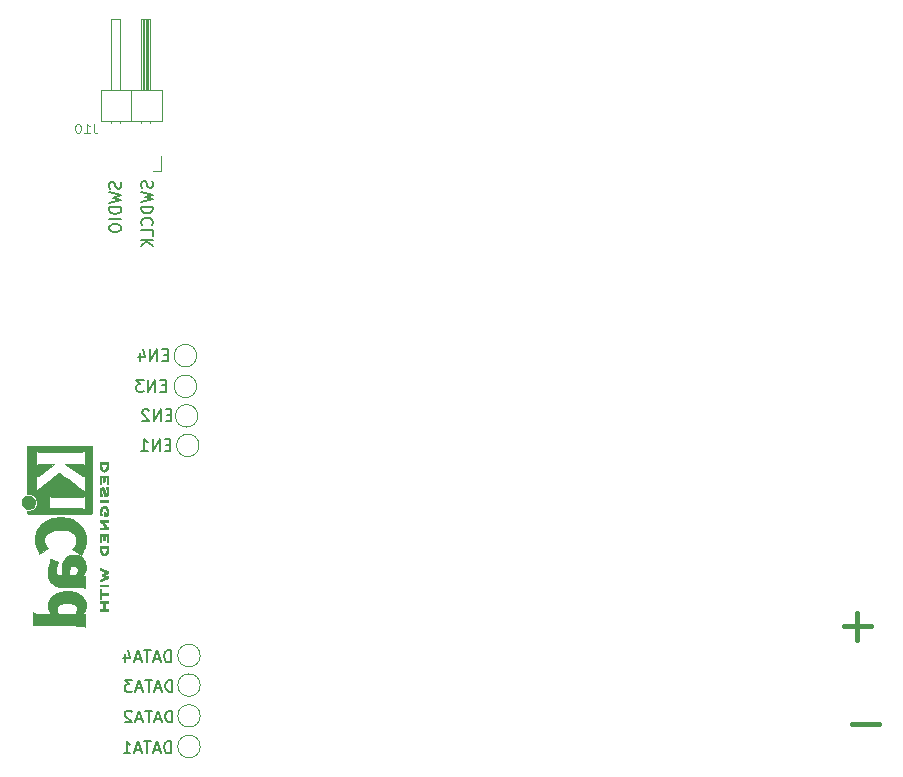
<source format=gbr>
G04 #@! TF.GenerationSoftware,KiCad,Pcbnew,(6.0.2)*
G04 #@! TF.CreationDate,2022-03-13T16:37:53-04:00*
G04 #@! TF.ProjectId,Receiver_Out,52656365-6976-4657-925f-4f75742e6b69,v1*
G04 #@! TF.SameCoordinates,Original*
G04 #@! TF.FileFunction,Legend,Bot*
G04 #@! TF.FilePolarity,Positive*
%FSLAX46Y46*%
G04 Gerber Fmt 4.6, Leading zero omitted, Abs format (unit mm)*
G04 Created by KiCad (PCBNEW (6.0.2)) date 2022-03-13 16:37:53*
%MOMM*%
%LPD*%
G01*
G04 APERTURE LIST*
%ADD10C,0.400000*%
%ADD11C,0.150000*%
%ADD12C,0.100000*%
%ADD13C,0.010000*%
%ADD14C,0.120000*%
%ADD15O,3.702000X1.902000*%
%ADD16C,3.102000*%
%ADD17C,2.577000*%
%ADD18O,1.802000X1.802000*%
%ADD19C,3.302000*%
%ADD20C,1.602000*%
%ADD21C,5.000000*%
%ADD22C,1.802000*%
%ADD23C,3.802000*%
%ADD24O,1.902000X1.902000*%
%ADD25O,1.602000X1.602000*%
%ADD26O,2.202000X2.002000*%
%ADD27O,1.702000X1.702000*%
%ADD28C,1.102000*%
G04 APERTURE END LIST*
D10*
X120158142Y-124532085D02*
X122443857Y-124532085D01*
X121301000Y-125674942D02*
X121301000Y-123389228D01*
X120858142Y-132832085D02*
X123143857Y-132832085D01*
D11*
X61605761Y-86855895D02*
X61653380Y-86998752D01*
X61653380Y-87236847D01*
X61605761Y-87332085D01*
X61558142Y-87379704D01*
X61462904Y-87427323D01*
X61367666Y-87427323D01*
X61272428Y-87379704D01*
X61224809Y-87332085D01*
X61177190Y-87236847D01*
X61129571Y-87046371D01*
X61081952Y-86951133D01*
X61034333Y-86903514D01*
X60939095Y-86855895D01*
X60843857Y-86855895D01*
X60748619Y-86903514D01*
X60701000Y-86951133D01*
X60653380Y-87046371D01*
X60653380Y-87284466D01*
X60701000Y-87427323D01*
X60653380Y-87760657D02*
X61653380Y-87998752D01*
X60939095Y-88189228D01*
X61653380Y-88379704D01*
X60653380Y-88617800D01*
X61653380Y-88998752D02*
X60653380Y-88998752D01*
X60653380Y-89236847D01*
X60701000Y-89379704D01*
X60796238Y-89474942D01*
X60891476Y-89522561D01*
X61081952Y-89570180D01*
X61224809Y-89570180D01*
X61415285Y-89522561D01*
X61510523Y-89474942D01*
X61605761Y-89379704D01*
X61653380Y-89236847D01*
X61653380Y-88998752D01*
X61558142Y-90570180D02*
X61605761Y-90522561D01*
X61653380Y-90379704D01*
X61653380Y-90284466D01*
X61605761Y-90141609D01*
X61510523Y-90046371D01*
X61415285Y-89998752D01*
X61224809Y-89951133D01*
X61081952Y-89951133D01*
X60891476Y-89998752D01*
X60796238Y-90046371D01*
X60701000Y-90141609D01*
X60653380Y-90284466D01*
X60653380Y-90379704D01*
X60701000Y-90522561D01*
X60748619Y-90570180D01*
X61653380Y-91474942D02*
X61653380Y-90998752D01*
X60653380Y-90998752D01*
X61653380Y-91808276D02*
X60653380Y-91808276D01*
X61653380Y-92379704D02*
X61081952Y-91951133D01*
X60653380Y-92379704D02*
X61224809Y-91808276D01*
X58905761Y-86898752D02*
X58953380Y-87041609D01*
X58953380Y-87279704D01*
X58905761Y-87374942D01*
X58858142Y-87422561D01*
X58762904Y-87470180D01*
X58667666Y-87470180D01*
X58572428Y-87422561D01*
X58524809Y-87374942D01*
X58477190Y-87279704D01*
X58429571Y-87089228D01*
X58381952Y-86993990D01*
X58334333Y-86946371D01*
X58239095Y-86898752D01*
X58143857Y-86898752D01*
X58048619Y-86946371D01*
X58001000Y-86993990D01*
X57953380Y-87089228D01*
X57953380Y-87327323D01*
X58001000Y-87470180D01*
X57953380Y-87803514D02*
X58953380Y-88041609D01*
X58239095Y-88232085D01*
X58953380Y-88422561D01*
X57953380Y-88660657D01*
X58953380Y-89041609D02*
X57953380Y-89041609D01*
X57953380Y-89279704D01*
X58001000Y-89422561D01*
X58096238Y-89517800D01*
X58191476Y-89565419D01*
X58381952Y-89613038D01*
X58524809Y-89613038D01*
X58715285Y-89565419D01*
X58810523Y-89517800D01*
X58905761Y-89422561D01*
X58953380Y-89279704D01*
X58953380Y-89041609D01*
X58953380Y-90041609D02*
X57953380Y-90041609D01*
X57953380Y-90708276D02*
X57953380Y-90898752D01*
X58001000Y-90993990D01*
X58096238Y-91089228D01*
X58286714Y-91136847D01*
X58620047Y-91136847D01*
X58810523Y-91089228D01*
X58905761Y-90993990D01*
X58953380Y-90898752D01*
X58953380Y-90708276D01*
X58905761Y-90613038D01*
X58810523Y-90517800D01*
X58620047Y-90470180D01*
X58286714Y-90470180D01*
X58096238Y-90517800D01*
X58001000Y-90613038D01*
X57953380Y-90708276D01*
X63277190Y-130070180D02*
X63277190Y-129070180D01*
X63039095Y-129070180D01*
X62896238Y-129117800D01*
X62801000Y-129213038D01*
X62753380Y-129308276D01*
X62705761Y-129498752D01*
X62705761Y-129641609D01*
X62753380Y-129832085D01*
X62801000Y-129927323D01*
X62896238Y-130022561D01*
X63039095Y-130070180D01*
X63277190Y-130070180D01*
X62324809Y-129784466D02*
X61848619Y-129784466D01*
X62420047Y-130070180D02*
X62086714Y-129070180D01*
X61753380Y-130070180D01*
X61562904Y-129070180D02*
X60991476Y-129070180D01*
X61277190Y-130070180D02*
X61277190Y-129070180D01*
X60705761Y-129784466D02*
X60229571Y-129784466D01*
X60801000Y-130070180D02*
X60467666Y-129070180D01*
X60134333Y-130070180D01*
X59896238Y-129070180D02*
X59277190Y-129070180D01*
X59610523Y-129451133D01*
X59467666Y-129451133D01*
X59372428Y-129498752D01*
X59324809Y-129546371D01*
X59277190Y-129641609D01*
X59277190Y-129879704D01*
X59324809Y-129974942D01*
X59372428Y-130022561D01*
X59467666Y-130070180D01*
X59753380Y-130070180D01*
X59848619Y-130022561D01*
X59896238Y-129974942D01*
X62915285Y-101546371D02*
X62581952Y-101546371D01*
X62439095Y-102070180D02*
X62915285Y-102070180D01*
X62915285Y-101070180D01*
X62439095Y-101070180D01*
X62010523Y-102070180D02*
X62010523Y-101070180D01*
X61439095Y-102070180D01*
X61439095Y-101070180D01*
X60534333Y-101403514D02*
X60534333Y-102070180D01*
X60772428Y-101022561D02*
X61010523Y-101736847D01*
X60391476Y-101736847D01*
X63115285Y-109146371D02*
X62781952Y-109146371D01*
X62639095Y-109670180D02*
X63115285Y-109670180D01*
X63115285Y-108670180D01*
X62639095Y-108670180D01*
X62210523Y-109670180D02*
X62210523Y-108670180D01*
X61639095Y-109670180D01*
X61639095Y-108670180D01*
X60639095Y-109670180D02*
X61210523Y-109670180D01*
X60924809Y-109670180D02*
X60924809Y-108670180D01*
X61020047Y-108813038D01*
X61115285Y-108908276D01*
X61210523Y-108955895D01*
X63277190Y-132670180D02*
X63277190Y-131670180D01*
X63039095Y-131670180D01*
X62896238Y-131717800D01*
X62801000Y-131813038D01*
X62753380Y-131908276D01*
X62705761Y-132098752D01*
X62705761Y-132241609D01*
X62753380Y-132432085D01*
X62801000Y-132527323D01*
X62896238Y-132622561D01*
X63039095Y-132670180D01*
X63277190Y-132670180D01*
X62324809Y-132384466D02*
X61848619Y-132384466D01*
X62420047Y-132670180D02*
X62086714Y-131670180D01*
X61753380Y-132670180D01*
X61562904Y-131670180D02*
X60991476Y-131670180D01*
X61277190Y-132670180D02*
X61277190Y-131670180D01*
X60705761Y-132384466D02*
X60229571Y-132384466D01*
X60801000Y-132670180D02*
X60467666Y-131670180D01*
X60134333Y-132670180D01*
X59848619Y-131765419D02*
X59801000Y-131717800D01*
X59705761Y-131670180D01*
X59467666Y-131670180D01*
X59372428Y-131717800D01*
X59324809Y-131765419D01*
X59277190Y-131860657D01*
X59277190Y-131955895D01*
X59324809Y-132098752D01*
X59896238Y-132670180D01*
X59277190Y-132670180D01*
X63215285Y-106646371D02*
X62881952Y-106646371D01*
X62739095Y-107170180D02*
X63215285Y-107170180D01*
X63215285Y-106170180D01*
X62739095Y-106170180D01*
X62310523Y-107170180D02*
X62310523Y-106170180D01*
X61739095Y-107170180D01*
X61739095Y-106170180D01*
X61310523Y-106265419D02*
X61262904Y-106217800D01*
X61167666Y-106170180D01*
X60929571Y-106170180D01*
X60834333Y-106217800D01*
X60786714Y-106265419D01*
X60739095Y-106360657D01*
X60739095Y-106455895D01*
X60786714Y-106598752D01*
X61358142Y-107170180D01*
X60739095Y-107170180D01*
D12*
X56648619Y-81979704D02*
X56648619Y-82551133D01*
X56686714Y-82665419D01*
X56762904Y-82741609D01*
X56877190Y-82779704D01*
X56953380Y-82779704D01*
X55848619Y-82779704D02*
X56305761Y-82779704D01*
X56077190Y-82779704D02*
X56077190Y-81979704D01*
X56153380Y-82093990D01*
X56229571Y-82170180D01*
X56305761Y-82208276D01*
X55353380Y-81979704D02*
X55277190Y-81979704D01*
X55201000Y-82017800D01*
X55162904Y-82055895D01*
X55124809Y-82132085D01*
X55086714Y-82284466D01*
X55086714Y-82474942D01*
X55124809Y-82627323D01*
X55162904Y-82703514D01*
X55201000Y-82741609D01*
X55277190Y-82779704D01*
X55353380Y-82779704D01*
X55429571Y-82741609D01*
X55467666Y-82703514D01*
X55505761Y-82627323D01*
X55543857Y-82474942D01*
X55543857Y-82284466D01*
X55505761Y-82132085D01*
X55467666Y-82055895D01*
X55429571Y-82017800D01*
X55353380Y-81979704D01*
D11*
X63177190Y-127570180D02*
X63177190Y-126570180D01*
X62939095Y-126570180D01*
X62796238Y-126617800D01*
X62701000Y-126713038D01*
X62653380Y-126808276D01*
X62605761Y-126998752D01*
X62605761Y-127141609D01*
X62653380Y-127332085D01*
X62701000Y-127427323D01*
X62796238Y-127522561D01*
X62939095Y-127570180D01*
X63177190Y-127570180D01*
X62224809Y-127284466D02*
X61748619Y-127284466D01*
X62320047Y-127570180D02*
X61986714Y-126570180D01*
X61653380Y-127570180D01*
X61462904Y-126570180D02*
X60891476Y-126570180D01*
X61177190Y-127570180D02*
X61177190Y-126570180D01*
X60605761Y-127284466D02*
X60129571Y-127284466D01*
X60701000Y-127570180D02*
X60367666Y-126570180D01*
X60034333Y-127570180D01*
X59272428Y-126903514D02*
X59272428Y-127570180D01*
X59510523Y-126522561D02*
X59748619Y-127236847D01*
X59129571Y-127236847D01*
X63177190Y-135270180D02*
X63177190Y-134270180D01*
X62939095Y-134270180D01*
X62796238Y-134317800D01*
X62701000Y-134413038D01*
X62653380Y-134508276D01*
X62605761Y-134698752D01*
X62605761Y-134841609D01*
X62653380Y-135032085D01*
X62701000Y-135127323D01*
X62796238Y-135222561D01*
X62939095Y-135270180D01*
X63177190Y-135270180D01*
X62224809Y-134984466D02*
X61748619Y-134984466D01*
X62320047Y-135270180D02*
X61986714Y-134270180D01*
X61653380Y-135270180D01*
X61462904Y-134270180D02*
X60891476Y-134270180D01*
X61177190Y-135270180D02*
X61177190Y-134270180D01*
X60605761Y-134984466D02*
X60129571Y-134984466D01*
X60701000Y-135270180D02*
X60367666Y-134270180D01*
X60034333Y-135270180D01*
X59177190Y-135270180D02*
X59748619Y-135270180D01*
X59462904Y-135270180D02*
X59462904Y-134270180D01*
X59558142Y-134413038D01*
X59653380Y-134508276D01*
X59748619Y-134555895D01*
X62715285Y-104146371D02*
X62381952Y-104146371D01*
X62239095Y-104670180D02*
X62715285Y-104670180D01*
X62715285Y-103670180D01*
X62239095Y-103670180D01*
X61810523Y-104670180D02*
X61810523Y-103670180D01*
X61239095Y-104670180D01*
X61239095Y-103670180D01*
X60858142Y-103670180D02*
X60239095Y-103670180D01*
X60572428Y-104051133D01*
X60429571Y-104051133D01*
X60334333Y-104098752D01*
X60286714Y-104146371D01*
X60239095Y-104241609D01*
X60239095Y-104479704D01*
X60286714Y-104574942D01*
X60334333Y-104622561D01*
X60429571Y-104670180D01*
X60715285Y-104670180D01*
X60810523Y-104622561D01*
X60858142Y-104574942D01*
D13*
X57146573Y-123150845D02*
X57168816Y-123182224D01*
X57168816Y-123182224D02*
X57196525Y-123209933D01*
X57196525Y-123209933D02*
X57505960Y-123209933D01*
X57505960Y-123209933D02*
X57597839Y-123209860D01*
X57597839Y-123209860D02*
X57669880Y-123209517D01*
X57669880Y-123209517D02*
X57724820Y-123208714D01*
X57724820Y-123208714D02*
X57765400Y-123207263D01*
X57765400Y-123207263D02*
X57794357Y-123204974D01*
X57794357Y-123204974D02*
X57814431Y-123201658D01*
X57814431Y-123201658D02*
X57828361Y-123197127D01*
X57828361Y-123197127D02*
X57838885Y-123191191D01*
X57838885Y-123191191D02*
X57845140Y-123186536D01*
X57845140Y-123186536D02*
X57869713Y-123155805D01*
X57869713Y-123155805D02*
X57872381Y-123120518D01*
X57872381Y-123120518D02*
X57857311Y-123088267D01*
X57857311Y-123088267D02*
X57848414Y-123077610D01*
X57848414Y-123077610D02*
X57836597Y-123070486D01*
X57836597Y-123070486D02*
X57817566Y-123066189D01*
X57817566Y-123066189D02*
X57787032Y-123064013D01*
X57787032Y-123064013D02*
X57740702Y-123063250D01*
X57740702Y-123063250D02*
X57704911Y-123063177D01*
X57704911Y-123063177D02*
X57570085Y-123063177D01*
X57570085Y-123063177D02*
X57570085Y-122566466D01*
X57570085Y-122566466D02*
X57692740Y-122566466D01*
X57692740Y-122566466D02*
X57748827Y-122565953D01*
X57748827Y-122565953D02*
X57787373Y-122563898D01*
X57787373Y-122563898D02*
X57813401Y-122559530D01*
X57813401Y-122559530D02*
X57831937Y-122552078D01*
X57831937Y-122552078D02*
X57845140Y-122543069D01*
X57845140Y-122543069D02*
X57869644Y-122512166D01*
X57869644Y-122512166D02*
X57872546Y-122477218D01*
X57872546Y-122477218D02*
X57855129Y-122443760D01*
X57855129Y-122443760D02*
X57845999Y-122434626D01*
X57845999Y-122434626D02*
X57833895Y-122428174D01*
X57833895Y-122428174D02*
X57815041Y-122423919D01*
X57815041Y-122423919D02*
X57785660Y-122421374D01*
X57785660Y-122421374D02*
X57741977Y-122420051D01*
X57741977Y-122420051D02*
X57680215Y-122419465D01*
X57680215Y-122419465D02*
X57666040Y-122419397D01*
X57666040Y-122419397D02*
X57549671Y-122418913D01*
X57549671Y-122418913D02*
X57453767Y-122418663D01*
X57453767Y-122418663D02*
X57376217Y-122418745D01*
X57376217Y-122418745D02*
X57314909Y-122419253D01*
X57314909Y-122419253D02*
X57267730Y-122420284D01*
X57267730Y-122420284D02*
X57232570Y-122421935D01*
X57232570Y-122421935D02*
X57207316Y-122424301D01*
X57207316Y-122424301D02*
X57189857Y-122427479D01*
X57189857Y-122427479D02*
X57178081Y-122431566D01*
X57178081Y-122431566D02*
X57169875Y-122436656D01*
X57169875Y-122436656D02*
X57163685Y-122442288D01*
X57163685Y-122442288D02*
X57143884Y-122474150D01*
X57143884Y-122474150D02*
X57146573Y-122507379D01*
X57146573Y-122507379D02*
X57168816Y-122538757D01*
X57168816Y-122538757D02*
X57183166Y-122551455D01*
X57183166Y-122551455D02*
X57199018Y-122559548D01*
X57199018Y-122559548D02*
X57221594Y-122564064D01*
X57221594Y-122564064D02*
X57256118Y-122566028D01*
X57256118Y-122566028D02*
X57307816Y-122566466D01*
X57307816Y-122566466D02*
X57423329Y-122566466D01*
X57423329Y-122566466D02*
X57423329Y-123063177D01*
X57423329Y-123063177D02*
X57304796Y-123063177D01*
X57304796Y-123063177D02*
X57250188Y-123063684D01*
X57250188Y-123063684D02*
X57213315Y-123065720D01*
X57213315Y-123065720D02*
X57189347Y-123070057D01*
X57189347Y-123070057D02*
X57173455Y-123077469D01*
X57173455Y-123077469D02*
X57163685Y-123085755D01*
X57163685Y-123085755D02*
X57143884Y-123117616D01*
X57143884Y-123117616D02*
X57146573Y-123150845D01*
X57146573Y-123150845D02*
X57146573Y-123150845D01*
G36*
X57549671Y-122418913D02*
G01*
X57666040Y-122419397D01*
X57680215Y-122419465D01*
X57741977Y-122420051D01*
X57785660Y-122421374D01*
X57815041Y-122423919D01*
X57833895Y-122428174D01*
X57845999Y-122434626D01*
X57855129Y-122443760D01*
X57872546Y-122477218D01*
X57869644Y-122512166D01*
X57845140Y-122543069D01*
X57831937Y-122552078D01*
X57813401Y-122559530D01*
X57787373Y-122563898D01*
X57748827Y-122565953D01*
X57692740Y-122566466D01*
X57570085Y-122566466D01*
X57570085Y-123063177D01*
X57704911Y-123063177D01*
X57740702Y-123063250D01*
X57787032Y-123064013D01*
X57817566Y-123066189D01*
X57836597Y-123070486D01*
X57848414Y-123077610D01*
X57857311Y-123088267D01*
X57872381Y-123120518D01*
X57869713Y-123155805D01*
X57845140Y-123186536D01*
X57838885Y-123191191D01*
X57828361Y-123197127D01*
X57814431Y-123201658D01*
X57794357Y-123204974D01*
X57765400Y-123207263D01*
X57724820Y-123208714D01*
X57669880Y-123209517D01*
X57597839Y-123209860D01*
X57505960Y-123209933D01*
X57196525Y-123209933D01*
X57168816Y-123182224D01*
X57146573Y-123150845D01*
X57143884Y-123117616D01*
X57163685Y-123085755D01*
X57173455Y-123077469D01*
X57189347Y-123070057D01*
X57213315Y-123065720D01*
X57250188Y-123063684D01*
X57304796Y-123063177D01*
X57423329Y-123063177D01*
X57423329Y-122566466D01*
X57307816Y-122566466D01*
X57256118Y-122566028D01*
X57221594Y-122564064D01*
X57199018Y-122559548D01*
X57183166Y-122551455D01*
X57168816Y-122538757D01*
X57146573Y-122507379D01*
X57143884Y-122474150D01*
X57163685Y-122442288D01*
X57169875Y-122436656D01*
X57178081Y-122431566D01*
X57189857Y-122427479D01*
X57207316Y-122424301D01*
X57232570Y-122421935D01*
X57267730Y-122420284D01*
X57314909Y-122419253D01*
X57376217Y-122418745D01*
X57453767Y-122418663D01*
X57549671Y-122418913D01*
G37*
X57549671Y-122418913D02*
X57666040Y-122419397D01*
X57680215Y-122419465D01*
X57741977Y-122420051D01*
X57785660Y-122421374D01*
X57815041Y-122423919D01*
X57833895Y-122428174D01*
X57845999Y-122434626D01*
X57855129Y-122443760D01*
X57872546Y-122477218D01*
X57869644Y-122512166D01*
X57845140Y-122543069D01*
X57831937Y-122552078D01*
X57813401Y-122559530D01*
X57787373Y-122563898D01*
X57748827Y-122565953D01*
X57692740Y-122566466D01*
X57570085Y-122566466D01*
X57570085Y-123063177D01*
X57704911Y-123063177D01*
X57740702Y-123063250D01*
X57787032Y-123064013D01*
X57817566Y-123066189D01*
X57836597Y-123070486D01*
X57848414Y-123077610D01*
X57857311Y-123088267D01*
X57872381Y-123120518D01*
X57869713Y-123155805D01*
X57845140Y-123186536D01*
X57838885Y-123191191D01*
X57828361Y-123197127D01*
X57814431Y-123201658D01*
X57794357Y-123204974D01*
X57765400Y-123207263D01*
X57724820Y-123208714D01*
X57669880Y-123209517D01*
X57597839Y-123209860D01*
X57505960Y-123209933D01*
X57196525Y-123209933D01*
X57168816Y-123182224D01*
X57146573Y-123150845D01*
X57143884Y-123117616D01*
X57163685Y-123085755D01*
X57173455Y-123077469D01*
X57189347Y-123070057D01*
X57213315Y-123065720D01*
X57250188Y-123063684D01*
X57304796Y-123063177D01*
X57423329Y-123063177D01*
X57423329Y-122566466D01*
X57307816Y-122566466D01*
X57256118Y-122566028D01*
X57221594Y-122564064D01*
X57199018Y-122559548D01*
X57183166Y-122551455D01*
X57168816Y-122538757D01*
X57146573Y-122507379D01*
X57143884Y-122474150D01*
X57163685Y-122442288D01*
X57169875Y-122436656D01*
X57178081Y-122431566D01*
X57189857Y-122427479D01*
X57207316Y-122424301D01*
X57232570Y-122421935D01*
X57267730Y-122420284D01*
X57314909Y-122419253D01*
X57376217Y-122418745D01*
X57453767Y-122418663D01*
X57549671Y-122418913D01*
X52770077Y-120077819D02*
X52775226Y-120145845D01*
X52775226Y-120145845D02*
X52801121Y-120340477D01*
X52801121Y-120340477D02*
X52842423Y-120512843D01*
X52842423Y-120512843D02*
X52899701Y-120663784D01*
X52899701Y-120663784D02*
X52973522Y-120794139D01*
X52973522Y-120794139D02*
X53064456Y-120904748D01*
X53064456Y-120904748D02*
X53173070Y-120996449D01*
X53173070Y-120996449D02*
X53299933Y-121070084D01*
X53299933Y-121070084D02*
X53437200Y-121123853D01*
X53437200Y-121123853D02*
X53480985Y-121137501D01*
X53480985Y-121137501D02*
X53521989Y-121149387D01*
X53521989Y-121149387D02*
X53562417Y-121159648D01*
X53562417Y-121159648D02*
X53604478Y-121168427D01*
X53604478Y-121168427D02*
X53650379Y-121175862D01*
X53650379Y-121175862D02*
X53702328Y-121182094D01*
X53702328Y-121182094D02*
X53762533Y-121187264D01*
X53762533Y-121187264D02*
X53833200Y-121191510D01*
X53833200Y-121191510D02*
X53916537Y-121194974D01*
X53916537Y-121194974D02*
X54014753Y-121197795D01*
X54014753Y-121197795D02*
X54130053Y-121200114D01*
X54130053Y-121200114D02*
X54264647Y-121202071D01*
X54264647Y-121202071D02*
X54420741Y-121203805D01*
X54420741Y-121203805D02*
X54600543Y-121205457D01*
X54600543Y-121205457D02*
X54741524Y-121206638D01*
X54741524Y-121206638D02*
X55709470Y-121214584D01*
X55709470Y-121214584D02*
X55802618Y-121266070D01*
X55802618Y-121266070D02*
X55847493Y-121290451D01*
X55847493Y-121290451D02*
X55882349Y-121308594D01*
X55882349Y-121308594D02*
X55900902Y-121317249D01*
X55900902Y-121317249D02*
X55902159Y-121317557D01*
X55902159Y-121317557D02*
X55903597Y-121304328D01*
X55903597Y-121304328D02*
X55904922Y-121266640D01*
X55904922Y-121266640D02*
X55906097Y-121207497D01*
X55906097Y-121207497D02*
X55907085Y-121129900D01*
X55907085Y-121129900D02*
X55907847Y-121036850D01*
X55907847Y-121036850D02*
X55908348Y-120931349D01*
X55908348Y-120931349D02*
X55908549Y-120816398D01*
X55908549Y-120816398D02*
X55908551Y-120802692D01*
X55908551Y-120802692D02*
X55908551Y-120287827D01*
X55908551Y-120287827D02*
X55791848Y-120287827D01*
X55791848Y-120287827D02*
X55739108Y-120286949D01*
X55739108Y-120286949D02*
X55698774Y-120284606D01*
X55698774Y-120284606D02*
X55677148Y-120281235D01*
X55677148Y-120281235D02*
X55675146Y-120279745D01*
X55675146Y-120279745D02*
X55683531Y-120266118D01*
X55683531Y-120266118D02*
X55705540Y-120238071D01*
X55705540Y-120238071D02*
X55736449Y-120201617D01*
X55736449Y-120201617D02*
X55737164Y-120200799D01*
X55737164Y-120200799D02*
X55786691Y-120134276D01*
X55786691Y-120134276D02*
X55836423Y-120050262D01*
X55836423Y-120050262D02*
X55881474Y-119958251D01*
X55881474Y-119958251D02*
X55916958Y-119867735D01*
X55916958Y-119867735D02*
X55929084Y-119827881D01*
X55929084Y-119827881D02*
X55944485Y-119748569D01*
X55944485Y-119748569D02*
X55954313Y-119651249D01*
X55954313Y-119651249D02*
X55958428Y-119544830D01*
X55958428Y-119544830D02*
X55956689Y-119438221D01*
X55956689Y-119438221D02*
X55948956Y-119340331D01*
X55948956Y-119340331D02*
X55937829Y-119271827D01*
X55937829Y-119271827D02*
X55888496Y-119103834D01*
X55888496Y-119103834D02*
X55818190Y-118952595D01*
X55818190Y-118952595D02*
X55727781Y-118819096D01*
X55727781Y-118819096D02*
X55618143Y-118704320D01*
X55618143Y-118704320D02*
X55490147Y-118609251D01*
X55490147Y-118609251D02*
X55344666Y-118534874D01*
X55344666Y-118534874D02*
X55256389Y-118502788D01*
X55256389Y-118502788D02*
X55170587Y-118482679D01*
X55170587Y-118482679D02*
X55067584Y-118469352D01*
X55067584Y-118469352D02*
X54956882Y-118463186D01*
X54956882Y-118463186D02*
X54940773Y-118463388D01*
X54940773Y-118463388D02*
X54940773Y-119391962D01*
X54940773Y-119391962D02*
X55023032Y-119399662D01*
X55023032Y-119399662D02*
X55091394Y-119425303D01*
X55091394Y-119425303D02*
X55154818Y-119472692D01*
X55154818Y-119472692D02*
X55173415Y-119490893D01*
X55173415Y-119490893D02*
X55223694Y-119555596D01*
X55223694Y-119555596D02*
X55255904Y-119630380D01*
X55255904Y-119630380D02*
X55271496Y-119719976D01*
X55271496Y-119719976D02*
X55272644Y-119814326D01*
X55272644Y-119814326D02*
X55265064Y-119903815D01*
X55265064Y-119903815D02*
X55250237Y-119972332D01*
X55250237Y-119972332D02*
X55239101Y-120002089D01*
X55239101Y-120002089D02*
X55208752Y-120055722D01*
X55208752Y-120055722D02*
X55166069Y-120112549D01*
X55166069Y-120112549D02*
X55118165Y-120164396D01*
X55118165Y-120164396D02*
X55072149Y-120203092D01*
X55072149Y-120203092D02*
X55055269Y-120213368D01*
X55055269Y-120213368D02*
X55031630Y-120221356D01*
X55031630Y-120221356D02*
X54994016Y-120227035D01*
X54994016Y-120227035D02*
X54938833Y-120230670D01*
X54938833Y-120230670D02*
X54862488Y-120232525D01*
X54862488Y-120232525D02*
X54789829Y-120232908D01*
X54789829Y-120232908D02*
X54705118Y-120232649D01*
X54705118Y-120232649D02*
X54643866Y-120231601D01*
X54643866Y-120231601D02*
X54602075Y-120229359D01*
X54602075Y-120229359D02*
X54575747Y-120225520D01*
X54575747Y-120225520D02*
X54560883Y-120219679D01*
X54560883Y-120219679D02*
X54553487Y-120211432D01*
X54553487Y-120211432D02*
X54552309Y-120208881D01*
X54552309Y-120208881D02*
X54548681Y-120186714D01*
X54548681Y-120186714D02*
X54545714Y-120142994D01*
X54545714Y-120142994D02*
X54543675Y-120083625D01*
X54543675Y-120083625D02*
X54542831Y-120014510D01*
X54542831Y-120014510D02*
X54542830Y-119999503D01*
X54542830Y-119999503D02*
X54544305Y-119907119D01*
X54544305Y-119907119D02*
X54548690Y-119835746D01*
X54548690Y-119835746D02*
X54556586Y-119779033D01*
X54556586Y-119779033D02*
X54568118Y-119732186D01*
X54568118Y-119732186D02*
X54612063Y-119615983D01*
X54612063Y-119615983D02*
X54666091Y-119524857D01*
X54666091Y-119524857D02*
X54731067Y-119458019D01*
X54731067Y-119458019D02*
X54807853Y-119414679D01*
X54807853Y-119414679D02*
X54897315Y-119394048D01*
X54897315Y-119394048D02*
X54940773Y-119391962D01*
X54940773Y-119391962D02*
X54940773Y-118463388D01*
X54940773Y-118463388D02*
X54847981Y-118464558D01*
X54847981Y-118464558D02*
X54750384Y-118473846D01*
X54750384Y-118473846D02*
X54710953Y-118481091D01*
X54710953Y-118481091D02*
X54564549Y-118527353D01*
X54564549Y-118527353D02*
X54429843Y-118597698D01*
X54429843Y-118597698D02*
X54308128Y-118690798D01*
X54308128Y-118690798D02*
X54200695Y-118805326D01*
X54200695Y-118805326D02*
X54108836Y-118939954D01*
X54108836Y-118939954D02*
X54033844Y-119093354D01*
X54033844Y-119093354D02*
X53988306Y-119223773D01*
X53988306Y-119223773D02*
X53964381Y-119310937D01*
X53964381Y-119310937D02*
X53945791Y-119394310D01*
X53945791Y-119394310D02*
X53931932Y-119479290D01*
X53931932Y-119479290D02*
X53922199Y-119571279D01*
X53922199Y-119571279D02*
X53915989Y-119675676D01*
X53915989Y-119675676D02*
X53912699Y-119797882D01*
X53912699Y-119797882D02*
X53911772Y-119908369D01*
X53911772Y-119908369D02*
X53910875Y-120235991D01*
X53910875Y-120235991D02*
X53812395Y-120229715D01*
X53812395Y-120229715D02*
X53705543Y-120211893D01*
X53705543Y-120211893D02*
X53613700Y-120173981D01*
X53613700Y-120173981D02*
X53539158Y-120117594D01*
X53539158Y-120117594D02*
X53484212Y-120044345D01*
X53484212Y-120044345D02*
X53457400Y-119979849D01*
X53457400Y-119979849D02*
X53440502Y-119887437D01*
X53440502Y-119887437D02*
X53438075Y-119777425D01*
X53438075Y-119777425D02*
X53449226Y-119654970D01*
X53449226Y-119654970D02*
X53473058Y-119525228D01*
X53473058Y-119525228D02*
X53508678Y-119393356D01*
X53508678Y-119393356D02*
X53555191Y-119264512D01*
X53555191Y-119264512D02*
X53597731Y-119170880D01*
X53597731Y-119170880D02*
X53619576Y-119125831D01*
X53619576Y-119125831D02*
X53634832Y-119091470D01*
X53634832Y-119091470D02*
X53640785Y-119073995D01*
X53640785Y-119073995D02*
X53640594Y-119073047D01*
X53640594Y-119073047D02*
X53627260Y-119067017D01*
X53627260Y-119067017D02*
X53591916Y-119051959D01*
X53591916Y-119051959D02*
X53537949Y-119029291D01*
X53537949Y-119029291D02*
X53468744Y-119000429D01*
X53468744Y-119000429D02*
X53387688Y-118966791D01*
X53387688Y-118966791D02*
X53304966Y-118932598D01*
X53304966Y-118932598D02*
X52973651Y-118795900D01*
X52973651Y-118795900D02*
X52957681Y-118893134D01*
X52957681Y-118893134D02*
X52949668Y-118935278D01*
X52949668Y-118935278D02*
X52936209Y-118998633D01*
X52936209Y-118998633D02*
X52918527Y-119077771D01*
X52918527Y-119077771D02*
X52897844Y-119167265D01*
X52897844Y-119167265D02*
X52875380Y-119261687D01*
X52875380Y-119261687D02*
X52866251Y-119299287D01*
X52866251Y-119299287D02*
X52828522Y-119461951D01*
X52828522Y-119461951D02*
X52800236Y-119604364D01*
X52800236Y-119604364D02*
X52780820Y-119731841D01*
X52780820Y-119731841D02*
X52769702Y-119849698D01*
X52769702Y-119849698D02*
X52766312Y-119963252D01*
X52766312Y-119963252D02*
X52770077Y-120077819D01*
X52770077Y-120077819D02*
X52770077Y-120077819D01*
G36*
X55067584Y-118469352D02*
G01*
X55170587Y-118482679D01*
X55256389Y-118502788D01*
X55344666Y-118534874D01*
X55490147Y-118609251D01*
X55618143Y-118704320D01*
X55727781Y-118819096D01*
X55818190Y-118952595D01*
X55888496Y-119103834D01*
X55937829Y-119271827D01*
X55948956Y-119340331D01*
X55956689Y-119438221D01*
X55958428Y-119544830D01*
X55954313Y-119651249D01*
X55944485Y-119748569D01*
X55929084Y-119827881D01*
X55916958Y-119867735D01*
X55881474Y-119958251D01*
X55836423Y-120050262D01*
X55786691Y-120134276D01*
X55737164Y-120200799D01*
X55736449Y-120201617D01*
X55705540Y-120238071D01*
X55683531Y-120266118D01*
X55675146Y-120279745D01*
X55677148Y-120281235D01*
X55698774Y-120284606D01*
X55739108Y-120286949D01*
X55791848Y-120287827D01*
X55908551Y-120287827D01*
X55908551Y-120802692D01*
X55908549Y-120816398D01*
X55908348Y-120931349D01*
X55907847Y-121036850D01*
X55907085Y-121129900D01*
X55906097Y-121207497D01*
X55904922Y-121266640D01*
X55903597Y-121304328D01*
X55902159Y-121317557D01*
X55900902Y-121317249D01*
X55882349Y-121308594D01*
X55847493Y-121290451D01*
X55802618Y-121266070D01*
X55709470Y-121214584D01*
X54741524Y-121206638D01*
X54600543Y-121205457D01*
X54420741Y-121203805D01*
X54264647Y-121202071D01*
X54130053Y-121200114D01*
X54014753Y-121197795D01*
X53916537Y-121194974D01*
X53833200Y-121191510D01*
X53762533Y-121187264D01*
X53702328Y-121182094D01*
X53650379Y-121175862D01*
X53604478Y-121168427D01*
X53562417Y-121159648D01*
X53521989Y-121149387D01*
X53480985Y-121137501D01*
X53437200Y-121123853D01*
X53299933Y-121070084D01*
X53173070Y-120996449D01*
X53064456Y-120904748D01*
X52973522Y-120794139D01*
X52899701Y-120663784D01*
X52842423Y-120512843D01*
X52801121Y-120340477D01*
X52775226Y-120145845D01*
X52770077Y-120077819D01*
X52766312Y-119963252D01*
X52769702Y-119849698D01*
X52780820Y-119731841D01*
X52800236Y-119604364D01*
X52828522Y-119461951D01*
X52866251Y-119299287D01*
X52875380Y-119261687D01*
X52897844Y-119167265D01*
X52918527Y-119077771D01*
X52936209Y-118998633D01*
X52949668Y-118935278D01*
X52957681Y-118893134D01*
X52973651Y-118795900D01*
X53304966Y-118932598D01*
X53387688Y-118966791D01*
X53468744Y-119000429D01*
X53537949Y-119029291D01*
X53591916Y-119051959D01*
X53627260Y-119067017D01*
X53640594Y-119073047D01*
X53640785Y-119073995D01*
X53634832Y-119091470D01*
X53619576Y-119125831D01*
X53597731Y-119170880D01*
X53555191Y-119264512D01*
X53508678Y-119393356D01*
X53473058Y-119525228D01*
X53449226Y-119654970D01*
X53438075Y-119777425D01*
X53440502Y-119887437D01*
X53457400Y-119979849D01*
X53484212Y-120044345D01*
X53539158Y-120117594D01*
X53613700Y-120173981D01*
X53705543Y-120211893D01*
X53812395Y-120229715D01*
X53910875Y-120235991D01*
X53911522Y-119999503D01*
X54542830Y-119999503D01*
X54542831Y-120014510D01*
X54543675Y-120083625D01*
X54545714Y-120142994D01*
X54548681Y-120186714D01*
X54552309Y-120208881D01*
X54553487Y-120211432D01*
X54560883Y-120219679D01*
X54575747Y-120225520D01*
X54602075Y-120229359D01*
X54643866Y-120231601D01*
X54705118Y-120232649D01*
X54789829Y-120232908D01*
X54862488Y-120232525D01*
X54938833Y-120230670D01*
X54994016Y-120227035D01*
X55031630Y-120221356D01*
X55055269Y-120213368D01*
X55072149Y-120203092D01*
X55118165Y-120164396D01*
X55166069Y-120112549D01*
X55208752Y-120055722D01*
X55239101Y-120002089D01*
X55250237Y-119972332D01*
X55265064Y-119903815D01*
X55272644Y-119814326D01*
X55271496Y-119719976D01*
X55255904Y-119630380D01*
X55223694Y-119555596D01*
X55173415Y-119490893D01*
X55154818Y-119472692D01*
X55091394Y-119425303D01*
X55023032Y-119399662D01*
X54940773Y-119391962D01*
X54897315Y-119394048D01*
X54807853Y-119414679D01*
X54731067Y-119458019D01*
X54666091Y-119524857D01*
X54612063Y-119615983D01*
X54568118Y-119732186D01*
X54556586Y-119779033D01*
X54548690Y-119835746D01*
X54544305Y-119907119D01*
X54542830Y-119999503D01*
X53911522Y-119999503D01*
X53911772Y-119908369D01*
X53912699Y-119797882D01*
X53915989Y-119675676D01*
X53922199Y-119571279D01*
X53931932Y-119479290D01*
X53945791Y-119394310D01*
X53964381Y-119310937D01*
X53988306Y-119223773D01*
X54033844Y-119093354D01*
X54108836Y-118939954D01*
X54200695Y-118805326D01*
X54308128Y-118690798D01*
X54429843Y-118597698D01*
X54564549Y-118527353D01*
X54710953Y-118481091D01*
X54750384Y-118473846D01*
X54847981Y-118464558D01*
X54940773Y-118463388D01*
X54956882Y-118463186D01*
X55067584Y-118469352D01*
G37*
X55067584Y-118469352D02*
X55170587Y-118482679D01*
X55256389Y-118502788D01*
X55344666Y-118534874D01*
X55490147Y-118609251D01*
X55618143Y-118704320D01*
X55727781Y-118819096D01*
X55818190Y-118952595D01*
X55888496Y-119103834D01*
X55937829Y-119271827D01*
X55948956Y-119340331D01*
X55956689Y-119438221D01*
X55958428Y-119544830D01*
X55954313Y-119651249D01*
X55944485Y-119748569D01*
X55929084Y-119827881D01*
X55916958Y-119867735D01*
X55881474Y-119958251D01*
X55836423Y-120050262D01*
X55786691Y-120134276D01*
X55737164Y-120200799D01*
X55736449Y-120201617D01*
X55705540Y-120238071D01*
X55683531Y-120266118D01*
X55675146Y-120279745D01*
X55677148Y-120281235D01*
X55698774Y-120284606D01*
X55739108Y-120286949D01*
X55791848Y-120287827D01*
X55908551Y-120287827D01*
X55908551Y-120802692D01*
X55908549Y-120816398D01*
X55908348Y-120931349D01*
X55907847Y-121036850D01*
X55907085Y-121129900D01*
X55906097Y-121207497D01*
X55904922Y-121266640D01*
X55903597Y-121304328D01*
X55902159Y-121317557D01*
X55900902Y-121317249D01*
X55882349Y-121308594D01*
X55847493Y-121290451D01*
X55802618Y-121266070D01*
X55709470Y-121214584D01*
X54741524Y-121206638D01*
X54600543Y-121205457D01*
X54420741Y-121203805D01*
X54264647Y-121202071D01*
X54130053Y-121200114D01*
X54014753Y-121197795D01*
X53916537Y-121194974D01*
X53833200Y-121191510D01*
X53762533Y-121187264D01*
X53702328Y-121182094D01*
X53650379Y-121175862D01*
X53604478Y-121168427D01*
X53562417Y-121159648D01*
X53521989Y-121149387D01*
X53480985Y-121137501D01*
X53437200Y-121123853D01*
X53299933Y-121070084D01*
X53173070Y-120996449D01*
X53064456Y-120904748D01*
X52973522Y-120794139D01*
X52899701Y-120663784D01*
X52842423Y-120512843D01*
X52801121Y-120340477D01*
X52775226Y-120145845D01*
X52770077Y-120077819D01*
X52766312Y-119963252D01*
X52769702Y-119849698D01*
X52780820Y-119731841D01*
X52800236Y-119604364D01*
X52828522Y-119461951D01*
X52866251Y-119299287D01*
X52875380Y-119261687D01*
X52897844Y-119167265D01*
X52918527Y-119077771D01*
X52936209Y-118998633D01*
X52949668Y-118935278D01*
X52957681Y-118893134D01*
X52973651Y-118795900D01*
X53304966Y-118932598D01*
X53387688Y-118966791D01*
X53468744Y-119000429D01*
X53537949Y-119029291D01*
X53591916Y-119051959D01*
X53627260Y-119067017D01*
X53640594Y-119073047D01*
X53640785Y-119073995D01*
X53634832Y-119091470D01*
X53619576Y-119125831D01*
X53597731Y-119170880D01*
X53555191Y-119264512D01*
X53508678Y-119393356D01*
X53473058Y-119525228D01*
X53449226Y-119654970D01*
X53438075Y-119777425D01*
X53440502Y-119887437D01*
X53457400Y-119979849D01*
X53484212Y-120044345D01*
X53539158Y-120117594D01*
X53613700Y-120173981D01*
X53705543Y-120211893D01*
X53812395Y-120229715D01*
X53910875Y-120235991D01*
X53911522Y-119999503D01*
X54542830Y-119999503D01*
X54542831Y-120014510D01*
X54543675Y-120083625D01*
X54545714Y-120142994D01*
X54548681Y-120186714D01*
X54552309Y-120208881D01*
X54553487Y-120211432D01*
X54560883Y-120219679D01*
X54575747Y-120225520D01*
X54602075Y-120229359D01*
X54643866Y-120231601D01*
X54705118Y-120232649D01*
X54789829Y-120232908D01*
X54862488Y-120232525D01*
X54938833Y-120230670D01*
X54994016Y-120227035D01*
X55031630Y-120221356D01*
X55055269Y-120213368D01*
X55072149Y-120203092D01*
X55118165Y-120164396D01*
X55166069Y-120112549D01*
X55208752Y-120055722D01*
X55239101Y-120002089D01*
X55250237Y-119972332D01*
X55265064Y-119903815D01*
X55272644Y-119814326D01*
X55271496Y-119719976D01*
X55255904Y-119630380D01*
X55223694Y-119555596D01*
X55173415Y-119490893D01*
X55154818Y-119472692D01*
X55091394Y-119425303D01*
X55023032Y-119399662D01*
X54940773Y-119391962D01*
X54897315Y-119394048D01*
X54807853Y-119414679D01*
X54731067Y-119458019D01*
X54666091Y-119524857D01*
X54612063Y-119615983D01*
X54568118Y-119732186D01*
X54556586Y-119779033D01*
X54548690Y-119835746D01*
X54544305Y-119907119D01*
X54542830Y-119999503D01*
X53911522Y-119999503D01*
X53911772Y-119908369D01*
X53912699Y-119797882D01*
X53915989Y-119675676D01*
X53922199Y-119571279D01*
X53931932Y-119479290D01*
X53945791Y-119394310D01*
X53964381Y-119310937D01*
X53988306Y-119223773D01*
X54033844Y-119093354D01*
X54108836Y-118939954D01*
X54200695Y-118805326D01*
X54308128Y-118690798D01*
X54429843Y-118597698D01*
X54564549Y-118527353D01*
X54710953Y-118481091D01*
X54750384Y-118473846D01*
X54847981Y-118464558D01*
X54940773Y-118463388D01*
X54956882Y-118463186D01*
X55067584Y-118469352D01*
X57141300Y-117152365D02*
X57142214Y-117228723D01*
X57142214Y-117228723D02*
X57144351Y-117287239D01*
X57144351Y-117287239D02*
X57148215Y-117330277D01*
X57148215Y-117330277D02*
X57154307Y-117360205D01*
X57154307Y-117360205D02*
X57163130Y-117379390D01*
X57163130Y-117379390D02*
X57175186Y-117390198D01*
X57175186Y-117390198D02*
X57190979Y-117394995D01*
X57190979Y-117394995D02*
X57211010Y-117396149D01*
X57211010Y-117396149D02*
X57213375Y-117396155D01*
X57213375Y-117396155D02*
X57236032Y-117395153D01*
X57236032Y-117395153D02*
X57253543Y-117390418D01*
X57253543Y-117390418D02*
X57266614Y-117379355D01*
X57266614Y-117379355D02*
X57275953Y-117359370D01*
X57275953Y-117359370D02*
X57282267Y-117327868D01*
X57282267Y-117327868D02*
X57286262Y-117282254D01*
X57286262Y-117282254D02*
X57288646Y-117219935D01*
X57288646Y-117219935D02*
X57290126Y-117138315D01*
X57290126Y-117138315D02*
X57290454Y-117113299D01*
X57290454Y-117113299D02*
X57293507Y-116871222D01*
X57293507Y-116871222D02*
X57358418Y-116867836D01*
X57358418Y-116867836D02*
X57423329Y-116864451D01*
X57423329Y-116864451D02*
X57423329Y-117032598D01*
X57423329Y-117032598D02*
X57423571Y-117098288D01*
X57423571Y-117098288D02*
X57424596Y-117145194D01*
X57424596Y-117145194D02*
X57426851Y-117177105D01*
X57426851Y-117177105D02*
X57430782Y-117197813D01*
X57430782Y-117197813D02*
X57436838Y-117211106D01*
X57436838Y-117211106D02*
X57445464Y-117220777D01*
X57445464Y-117220777D02*
X57445533Y-117220839D01*
X57445533Y-117220839D02*
X57479152Y-117238378D01*
X57479152Y-117238378D02*
X57515488Y-117237744D01*
X57515488Y-117237744D02*
X57546463Y-117219336D01*
X57546463Y-117219336D02*
X57549647Y-117215693D01*
X57549647Y-117215693D02*
X57557852Y-117202763D01*
X57557852Y-117202763D02*
X57563561Y-117185046D01*
X57563561Y-117185046D02*
X57567202Y-117158592D01*
X57567202Y-117158592D02*
X57569207Y-117119454D01*
X57569207Y-117119454D02*
X57570004Y-117063684D01*
X57570004Y-117063684D02*
X57570085Y-117028016D01*
X57570085Y-117028016D02*
X57570085Y-116865577D01*
X57570085Y-116865577D02*
X57728129Y-116865577D01*
X57728129Y-116865577D02*
X57728129Y-117112183D01*
X57728129Y-117112183D02*
X57728271Y-117193602D01*
X57728271Y-117193602D02*
X57728854Y-117255432D01*
X57728854Y-117255432D02*
X57730108Y-117300659D01*
X57730108Y-117300659D02*
X57732267Y-117332270D01*
X57732267Y-117332270D02*
X57735563Y-117353253D01*
X57735563Y-117353253D02*
X57740229Y-117366595D01*
X57740229Y-117366595D02*
X57746497Y-117375283D01*
X57746497Y-117375283D02*
X57748773Y-117377472D01*
X57748773Y-117377472D02*
X57780320Y-117393636D01*
X57780320Y-117393636D02*
X57816208Y-117394819D01*
X57816208Y-117394819D02*
X57847325Y-117381558D01*
X57847325Y-117381558D02*
X57857311Y-117371065D01*
X57857311Y-117371065D02*
X57862809Y-117360151D01*
X57862809Y-117360151D02*
X57867062Y-117343239D01*
X57867062Y-117343239D02*
X57870220Y-117317655D01*
X57870220Y-117317655D02*
X57872432Y-117280723D01*
X57872432Y-117280723D02*
X57873846Y-117229768D01*
X57873846Y-117229768D02*
X57874612Y-117162116D01*
X57874612Y-117162116D02*
X57874878Y-117075091D01*
X57874878Y-117075091D02*
X57874885Y-117055416D01*
X57874885Y-117055416D02*
X57874827Y-116966933D01*
X57874827Y-116966933D02*
X57874507Y-116898249D01*
X57874507Y-116898249D02*
X57873707Y-116846586D01*
X57873707Y-116846586D02*
X57872207Y-116809167D01*
X57872207Y-116809167D02*
X57869789Y-116783212D01*
X57869789Y-116783212D02*
X57866234Y-116765944D01*
X57866234Y-116765944D02*
X57861322Y-116754584D01*
X57861322Y-116754584D02*
X57854835Y-116746354D01*
X57854835Y-116746354D02*
X57850178Y-116741839D01*
X57850178Y-116741839D02*
X57841929Y-116735043D01*
X57841929Y-116735043D02*
X57831709Y-116729734D01*
X57831709Y-116729734D02*
X57816840Y-116725728D01*
X57816840Y-116725728D02*
X57794642Y-116722843D01*
X57794642Y-116722843D02*
X57762433Y-116720896D01*
X57762433Y-116720896D02*
X57717536Y-116719703D01*
X57717536Y-116719703D02*
X57657268Y-116719083D01*
X57657268Y-116719083D02*
X57578951Y-116718851D01*
X57578951Y-116718851D02*
X57513034Y-116718822D01*
X57513034Y-116718822D02*
X57420668Y-116718893D01*
X57420668Y-116718893D02*
X57348157Y-116719230D01*
X57348157Y-116719230D02*
X57292777Y-116720020D01*
X57292777Y-116720020D02*
X57251805Y-116721448D01*
X57251805Y-116721448D02*
X57222518Y-116723701D01*
X57222518Y-116723701D02*
X57202193Y-116726965D01*
X57202193Y-116726965D02*
X57188106Y-116731426D01*
X57188106Y-116731426D02*
X57177535Y-116737270D01*
X57177535Y-116737270D02*
X57170851Y-116742219D01*
X57170851Y-116742219D02*
X57141107Y-116765616D01*
X57141107Y-116765616D02*
X57141107Y-117055796D01*
X57141107Y-117055796D02*
X57141300Y-117152365D01*
X57141300Y-117152365D02*
X57141300Y-117152365D01*
G36*
X57578951Y-116718851D02*
G01*
X57657268Y-116719083D01*
X57717536Y-116719703D01*
X57762433Y-116720896D01*
X57794642Y-116722843D01*
X57816840Y-116725728D01*
X57831709Y-116729734D01*
X57841929Y-116735043D01*
X57850178Y-116741839D01*
X57854835Y-116746354D01*
X57861322Y-116754584D01*
X57866234Y-116765944D01*
X57869789Y-116783212D01*
X57872207Y-116809167D01*
X57873707Y-116846586D01*
X57874507Y-116898249D01*
X57874827Y-116966933D01*
X57874885Y-117055416D01*
X57874878Y-117075091D01*
X57874612Y-117162116D01*
X57873846Y-117229768D01*
X57872432Y-117280723D01*
X57870220Y-117317655D01*
X57867062Y-117343239D01*
X57862809Y-117360151D01*
X57857311Y-117371065D01*
X57847325Y-117381558D01*
X57816208Y-117394819D01*
X57780320Y-117393636D01*
X57748773Y-117377472D01*
X57746497Y-117375283D01*
X57740229Y-117366595D01*
X57735563Y-117353253D01*
X57732267Y-117332270D01*
X57730108Y-117300659D01*
X57728854Y-117255432D01*
X57728271Y-117193602D01*
X57728129Y-117112183D01*
X57728129Y-116865577D01*
X57570085Y-116865577D01*
X57570085Y-117028016D01*
X57570004Y-117063684D01*
X57569207Y-117119454D01*
X57567202Y-117158592D01*
X57563561Y-117185046D01*
X57557852Y-117202763D01*
X57549647Y-117215693D01*
X57546463Y-117219336D01*
X57515488Y-117237744D01*
X57479152Y-117238378D01*
X57445533Y-117220839D01*
X57445464Y-117220777D01*
X57436838Y-117211106D01*
X57430782Y-117197813D01*
X57426851Y-117177105D01*
X57424596Y-117145194D01*
X57423571Y-117098288D01*
X57423329Y-117032598D01*
X57423329Y-116864451D01*
X57358418Y-116867836D01*
X57293507Y-116871222D01*
X57290454Y-117113299D01*
X57290126Y-117138315D01*
X57288646Y-117219935D01*
X57286262Y-117282254D01*
X57282267Y-117327868D01*
X57275953Y-117359370D01*
X57266614Y-117379355D01*
X57253543Y-117390418D01*
X57236032Y-117395153D01*
X57213375Y-117396155D01*
X57211010Y-117396149D01*
X57190979Y-117394995D01*
X57175186Y-117390198D01*
X57163130Y-117379390D01*
X57154307Y-117360205D01*
X57148215Y-117330277D01*
X57144351Y-117287239D01*
X57142214Y-117228723D01*
X57141300Y-117152365D01*
X57141107Y-117055796D01*
X57141107Y-116765616D01*
X57170851Y-116742219D01*
X57177535Y-116737270D01*
X57188106Y-116731426D01*
X57202193Y-116726965D01*
X57222518Y-116723701D01*
X57251805Y-116721448D01*
X57292777Y-116720020D01*
X57348157Y-116719230D01*
X57420668Y-116718893D01*
X57513034Y-116718822D01*
X57578951Y-116718851D01*
G37*
X57578951Y-116718851D02*
X57657268Y-116719083D01*
X57717536Y-116719703D01*
X57762433Y-116720896D01*
X57794642Y-116722843D01*
X57816840Y-116725728D01*
X57831709Y-116729734D01*
X57841929Y-116735043D01*
X57850178Y-116741839D01*
X57854835Y-116746354D01*
X57861322Y-116754584D01*
X57866234Y-116765944D01*
X57869789Y-116783212D01*
X57872207Y-116809167D01*
X57873707Y-116846586D01*
X57874507Y-116898249D01*
X57874827Y-116966933D01*
X57874885Y-117055416D01*
X57874878Y-117075091D01*
X57874612Y-117162116D01*
X57873846Y-117229768D01*
X57872432Y-117280723D01*
X57870220Y-117317655D01*
X57867062Y-117343239D01*
X57862809Y-117360151D01*
X57857311Y-117371065D01*
X57847325Y-117381558D01*
X57816208Y-117394819D01*
X57780320Y-117393636D01*
X57748773Y-117377472D01*
X57746497Y-117375283D01*
X57740229Y-117366595D01*
X57735563Y-117353253D01*
X57732267Y-117332270D01*
X57730108Y-117300659D01*
X57728854Y-117255432D01*
X57728271Y-117193602D01*
X57728129Y-117112183D01*
X57728129Y-116865577D01*
X57570085Y-116865577D01*
X57570085Y-117028016D01*
X57570004Y-117063684D01*
X57569207Y-117119454D01*
X57567202Y-117158592D01*
X57563561Y-117185046D01*
X57557852Y-117202763D01*
X57549647Y-117215693D01*
X57546463Y-117219336D01*
X57515488Y-117237744D01*
X57479152Y-117238378D01*
X57445533Y-117220839D01*
X57445464Y-117220777D01*
X57436838Y-117211106D01*
X57430782Y-117197813D01*
X57426851Y-117177105D01*
X57424596Y-117145194D01*
X57423571Y-117098288D01*
X57423329Y-117032598D01*
X57423329Y-116864451D01*
X57358418Y-116867836D01*
X57293507Y-116871222D01*
X57290454Y-117113299D01*
X57290126Y-117138315D01*
X57288646Y-117219935D01*
X57286262Y-117282254D01*
X57282267Y-117327868D01*
X57275953Y-117359370D01*
X57266614Y-117379355D01*
X57253543Y-117390418D01*
X57236032Y-117395153D01*
X57213375Y-117396155D01*
X57211010Y-117396149D01*
X57190979Y-117394995D01*
X57175186Y-117390198D01*
X57163130Y-117379390D01*
X57154307Y-117360205D01*
X57148215Y-117330277D01*
X57144351Y-117287239D01*
X57142214Y-117228723D01*
X57141300Y-117152365D01*
X57141107Y-117055796D01*
X57141107Y-116765616D01*
X57170851Y-116742219D01*
X57177535Y-116737270D01*
X57188106Y-116731426D01*
X57202193Y-116726965D01*
X57222518Y-116723701D01*
X57251805Y-116721448D01*
X57292777Y-116720020D01*
X57348157Y-116719230D01*
X57420668Y-116718893D01*
X57513034Y-116718822D01*
X57578951Y-116718851D01*
X57141186Y-112209228D02*
X57141558Y-112278636D01*
X57141558Y-112278636D02*
X57142425Y-112331025D01*
X57142425Y-112331025D02*
X57143986Y-112369175D01*
X57143986Y-112369175D02*
X57146443Y-112395863D01*
X57146443Y-112395863D02*
X57149997Y-112413869D01*
X57149997Y-112413869D02*
X57154850Y-112425973D01*
X57154850Y-112425973D02*
X57161201Y-112434953D01*
X57161201Y-112434953D02*
X57164124Y-112438204D01*
X57164124Y-112438204D02*
X57195182Y-112457979D01*
X57195182Y-112457979D02*
X57230868Y-112461540D01*
X57230868Y-112461540D02*
X57262550Y-112448531D01*
X57262550Y-112448531D02*
X57268953Y-112442516D01*
X57268953Y-112442516D02*
X57275161Y-112432787D01*
X57275161Y-112432787D02*
X57279950Y-112417121D01*
X57279950Y-112417121D02*
X57283554Y-112392614D01*
X57283554Y-112392614D02*
X57286204Y-112356361D01*
X57286204Y-112356361D02*
X57288135Y-112305457D01*
X57288135Y-112305457D02*
X57289579Y-112236996D01*
X57289579Y-112236996D02*
X57290458Y-112174405D01*
X57290458Y-112174405D02*
X57293507Y-111926688D01*
X57293507Y-111926688D02*
X57358418Y-111923303D01*
X57358418Y-111923303D02*
X57423329Y-111919917D01*
X57423329Y-111919917D02*
X57423329Y-112088064D01*
X57423329Y-112088064D02*
X57423959Y-112161063D01*
X57423959Y-112161063D02*
X57426593Y-112214505D01*
X57426593Y-112214505D02*
X57432349Y-112251394D01*
X57432349Y-112251394D02*
X57442344Y-112274734D01*
X57442344Y-112274734D02*
X57457696Y-112287528D01*
X57457696Y-112287528D02*
X57479522Y-112292780D01*
X57479522Y-112292780D02*
X57499778Y-112293577D01*
X57499778Y-112293577D02*
X57524632Y-112291099D01*
X57524632Y-112291099D02*
X57542946Y-112281745D01*
X57542946Y-112281745D02*
X57555677Y-112262639D01*
X57555677Y-112262639D02*
X57563781Y-112230904D01*
X57563781Y-112230904D02*
X57568216Y-112183663D01*
X57568216Y-112183663D02*
X57569939Y-112118039D01*
X57569939Y-112118039D02*
X57570085Y-112082221D01*
X57570085Y-112082221D02*
X57570085Y-111921044D01*
X57570085Y-111921044D02*
X57728129Y-111921044D01*
X57728129Y-111921044D02*
X57728129Y-112169400D01*
X57728129Y-112169400D02*
X57728242Y-112250809D01*
X57728242Y-112250809D02*
X57728752Y-112312680D01*
X57728752Y-112312680D02*
X57729910Y-112358054D01*
X57729910Y-112358054D02*
X57731970Y-112389968D01*
X57731970Y-112389968D02*
X57735186Y-112411463D01*
X57735186Y-112411463D02*
X57739812Y-112425579D01*
X57739812Y-112425579D02*
X57746099Y-112435354D01*
X57746099Y-112435354D02*
X57750707Y-112440333D01*
X57750707Y-112440333D02*
X57777600Y-112457412D01*
X57777600Y-112457412D02*
X57801507Y-112462911D01*
X57801507Y-112462911D02*
X57830707Y-112455059D01*
X57830707Y-112455059D02*
X57852307Y-112440333D01*
X57852307Y-112440333D02*
X57859106Y-112432476D01*
X57859106Y-112432476D02*
X57864386Y-112422334D01*
X57864386Y-112422334D02*
X57868338Y-112407178D01*
X57868338Y-112407178D02*
X57871153Y-112384281D01*
X57871153Y-112384281D02*
X57873022Y-112350913D01*
X57873022Y-112350913D02*
X57874138Y-112304347D01*
X57874138Y-112304347D02*
X57874691Y-112241855D01*
X57874691Y-112241855D02*
X57874873Y-112160708D01*
X57874873Y-112160708D02*
X57874885Y-112118600D01*
X57874885Y-112118600D02*
X57874805Y-112028424D01*
X57874805Y-112028424D02*
X57874438Y-111958098D01*
X57874438Y-111958098D02*
X57873592Y-111904893D01*
X57873592Y-111904893D02*
X57872076Y-111866082D01*
X57872076Y-111866082D02*
X57869699Y-111838935D01*
X57869699Y-111838935D02*
X57866269Y-111820724D01*
X57866269Y-111820724D02*
X57861594Y-111808722D01*
X57861594Y-111808722D02*
X57855484Y-111800200D01*
X57855484Y-111800200D02*
X57852307Y-111796866D01*
X57852307Y-111796866D02*
X57844710Y-111790267D01*
X57844710Y-111790267D02*
X57834910Y-111785095D01*
X57834910Y-111785095D02*
X57820279Y-111781176D01*
X57820279Y-111781176D02*
X57798192Y-111778338D01*
X57798192Y-111778338D02*
X57766022Y-111776407D01*
X57766022Y-111776407D02*
X57721143Y-111775210D01*
X57721143Y-111775210D02*
X57660929Y-111774574D01*
X57660929Y-111774574D02*
X57582753Y-111774325D01*
X57582753Y-111774325D02*
X57509963Y-111774288D01*
X57509963Y-111774288D02*
X57416747Y-111774322D01*
X57416747Y-111774322D02*
X57343471Y-111774557D01*
X57343471Y-111774557D02*
X57287498Y-111775192D01*
X57287498Y-111775192D02*
X57246191Y-111776428D01*
X57246191Y-111776428D02*
X57216912Y-111778466D01*
X57216912Y-111778466D02*
X57197024Y-111781505D01*
X57197024Y-111781505D02*
X57183890Y-111785745D01*
X57183890Y-111785745D02*
X57174872Y-111791387D01*
X57174872Y-111791387D02*
X57167333Y-111798631D01*
X57167333Y-111798631D02*
X57165652Y-111800416D01*
X57165652Y-111800416D02*
X57158212Y-111809077D01*
X57158212Y-111809077D02*
X57152449Y-111819140D01*
X57152449Y-111819140D02*
X57148152Y-111833397D01*
X57148152Y-111833397D02*
X57145104Y-111854639D01*
X57145104Y-111854639D02*
X57143091Y-111885658D01*
X57143091Y-111885658D02*
X57141900Y-111929245D01*
X57141900Y-111929245D02*
X57141315Y-111988191D01*
X57141315Y-111988191D02*
X57141123Y-112065288D01*
X57141123Y-112065288D02*
X57141107Y-112120021D01*
X57141107Y-112120021D02*
X57141186Y-112209228D01*
X57141186Y-112209228D02*
X57141186Y-112209228D01*
G36*
X57582753Y-111774325D02*
G01*
X57660929Y-111774574D01*
X57721143Y-111775210D01*
X57766022Y-111776407D01*
X57798192Y-111778338D01*
X57820279Y-111781176D01*
X57834910Y-111785095D01*
X57844710Y-111790267D01*
X57852307Y-111796866D01*
X57855484Y-111800200D01*
X57861594Y-111808722D01*
X57866269Y-111820724D01*
X57869699Y-111838935D01*
X57872076Y-111866082D01*
X57873592Y-111904893D01*
X57874438Y-111958098D01*
X57874805Y-112028424D01*
X57874885Y-112118600D01*
X57874873Y-112160708D01*
X57874691Y-112241855D01*
X57874138Y-112304347D01*
X57873022Y-112350913D01*
X57871153Y-112384281D01*
X57868338Y-112407178D01*
X57864386Y-112422334D01*
X57859106Y-112432476D01*
X57852307Y-112440333D01*
X57830707Y-112455059D01*
X57801507Y-112462911D01*
X57777600Y-112457412D01*
X57750707Y-112440333D01*
X57746099Y-112435354D01*
X57739812Y-112425579D01*
X57735186Y-112411463D01*
X57731970Y-112389968D01*
X57729910Y-112358054D01*
X57728752Y-112312680D01*
X57728242Y-112250809D01*
X57728129Y-112169400D01*
X57728129Y-111921044D01*
X57570085Y-111921044D01*
X57570085Y-112082221D01*
X57569939Y-112118039D01*
X57568216Y-112183663D01*
X57563781Y-112230904D01*
X57555677Y-112262639D01*
X57542946Y-112281745D01*
X57524632Y-112291099D01*
X57499778Y-112293577D01*
X57479522Y-112292780D01*
X57457696Y-112287528D01*
X57442344Y-112274734D01*
X57432349Y-112251394D01*
X57426593Y-112214505D01*
X57423959Y-112161063D01*
X57423329Y-112088064D01*
X57423329Y-111919917D01*
X57358418Y-111923303D01*
X57293507Y-111926688D01*
X57290458Y-112174405D01*
X57289579Y-112236996D01*
X57288135Y-112305457D01*
X57286204Y-112356361D01*
X57283554Y-112392614D01*
X57279950Y-112417121D01*
X57275161Y-112432787D01*
X57268953Y-112442516D01*
X57262550Y-112448531D01*
X57230868Y-112461540D01*
X57195182Y-112457979D01*
X57164124Y-112438204D01*
X57161201Y-112434953D01*
X57154850Y-112425973D01*
X57149997Y-112413869D01*
X57146443Y-112395863D01*
X57143986Y-112369175D01*
X57142425Y-112331025D01*
X57141558Y-112278636D01*
X57141186Y-112209228D01*
X57141107Y-112120021D01*
X57141123Y-112065288D01*
X57141315Y-111988191D01*
X57141900Y-111929245D01*
X57143091Y-111885658D01*
X57145104Y-111854639D01*
X57148152Y-111833397D01*
X57152449Y-111819140D01*
X57158212Y-111809077D01*
X57165652Y-111800416D01*
X57167333Y-111798631D01*
X57174872Y-111791387D01*
X57183890Y-111785745D01*
X57197024Y-111781505D01*
X57216912Y-111778466D01*
X57246191Y-111776428D01*
X57287498Y-111775192D01*
X57343471Y-111774557D01*
X57416747Y-111774322D01*
X57509963Y-111774288D01*
X57582753Y-111774325D01*
G37*
X57582753Y-111774325D02*
X57660929Y-111774574D01*
X57721143Y-111775210D01*
X57766022Y-111776407D01*
X57798192Y-111778338D01*
X57820279Y-111781176D01*
X57834910Y-111785095D01*
X57844710Y-111790267D01*
X57852307Y-111796866D01*
X57855484Y-111800200D01*
X57861594Y-111808722D01*
X57866269Y-111820724D01*
X57869699Y-111838935D01*
X57872076Y-111866082D01*
X57873592Y-111904893D01*
X57874438Y-111958098D01*
X57874805Y-112028424D01*
X57874885Y-112118600D01*
X57874873Y-112160708D01*
X57874691Y-112241855D01*
X57874138Y-112304347D01*
X57873022Y-112350913D01*
X57871153Y-112384281D01*
X57868338Y-112407178D01*
X57864386Y-112422334D01*
X57859106Y-112432476D01*
X57852307Y-112440333D01*
X57830707Y-112455059D01*
X57801507Y-112462911D01*
X57777600Y-112457412D01*
X57750707Y-112440333D01*
X57746099Y-112435354D01*
X57739812Y-112425579D01*
X57735186Y-112411463D01*
X57731970Y-112389968D01*
X57729910Y-112358054D01*
X57728752Y-112312680D01*
X57728242Y-112250809D01*
X57728129Y-112169400D01*
X57728129Y-111921044D01*
X57570085Y-111921044D01*
X57570085Y-112082221D01*
X57569939Y-112118039D01*
X57568216Y-112183663D01*
X57563781Y-112230904D01*
X57555677Y-112262639D01*
X57542946Y-112281745D01*
X57524632Y-112291099D01*
X57499778Y-112293577D01*
X57479522Y-112292780D01*
X57457696Y-112287528D01*
X57442344Y-112274734D01*
X57432349Y-112251394D01*
X57426593Y-112214505D01*
X57423959Y-112161063D01*
X57423329Y-112088064D01*
X57423329Y-111919917D01*
X57358418Y-111923303D01*
X57293507Y-111926688D01*
X57290458Y-112174405D01*
X57289579Y-112236996D01*
X57288135Y-112305457D01*
X57286204Y-112356361D01*
X57283554Y-112392614D01*
X57279950Y-112417121D01*
X57275161Y-112432787D01*
X57268953Y-112442516D01*
X57262550Y-112448531D01*
X57230868Y-112461540D01*
X57195182Y-112457979D01*
X57164124Y-112438204D01*
X57161201Y-112434953D01*
X57154850Y-112425973D01*
X57149997Y-112413869D01*
X57146443Y-112395863D01*
X57143986Y-112369175D01*
X57142425Y-112331025D01*
X57141558Y-112278636D01*
X57141186Y-112209228D01*
X57141107Y-112120021D01*
X57141123Y-112065288D01*
X57141315Y-111988191D01*
X57141900Y-111929245D01*
X57143091Y-111885658D01*
X57145104Y-111854639D01*
X57148152Y-111833397D01*
X57152449Y-111819140D01*
X57158212Y-111809077D01*
X57165652Y-111800416D01*
X57167333Y-111798631D01*
X57174872Y-111791387D01*
X57183890Y-111785745D01*
X57197024Y-111781505D01*
X57216912Y-111778466D01*
X57246191Y-111776428D01*
X57287498Y-111775192D01*
X57343471Y-111774557D01*
X57416747Y-111774322D01*
X57509963Y-111774288D01*
X57582753Y-111774325D01*
X50542338Y-114184235D02*
X50578086Y-114287341D01*
X50578086Y-114287341D02*
X50634355Y-114383336D01*
X50634355Y-114383336D02*
X50711136Y-114469067D01*
X50711136Y-114469067D02*
X50808421Y-114541384D01*
X50808421Y-114541384D02*
X50869740Y-114573869D01*
X50869740Y-114573869D02*
X50955508Y-114601982D01*
X50955508Y-114601982D02*
X51054525Y-114615609D01*
X51054525Y-114615609D02*
X51156319Y-114614100D01*
X51156319Y-114614100D02*
X51248562Y-114597345D01*
X51248562Y-114597345D02*
X51361280Y-114551551D01*
X51361280Y-114551551D02*
X51459055Y-114485146D01*
X51459055Y-114485146D02*
X51539963Y-114401505D01*
X51539963Y-114401505D02*
X51602080Y-114304002D01*
X51602080Y-114304002D02*
X51643482Y-114196014D01*
X51643482Y-114196014D02*
X51662245Y-114080915D01*
X51662245Y-114080915D02*
X51656446Y-113962080D01*
X51656446Y-113962080D02*
X51644054Y-113903503D01*
X51644054Y-113903503D02*
X51599645Y-113789342D01*
X51599645Y-113789342D02*
X51531881Y-113687949D01*
X51531881Y-113687949D02*
X51442849Y-113601769D01*
X51442849Y-113601769D02*
X51334639Y-113533248D01*
X51334639Y-113533248D02*
X51322821Y-113527450D01*
X51322821Y-113527450D02*
X51278476Y-113507410D01*
X51278476Y-113507410D02*
X51241128Y-113494827D01*
X51241128Y-113494827D02*
X51201728Y-113487995D01*
X51201728Y-113487995D02*
X51151229Y-113485209D01*
X51151229Y-113485209D02*
X51096281Y-113484746D01*
X51096281Y-113484746D02*
X51030263Y-113485511D01*
X51030263Y-113485511D02*
X50982537Y-113488962D01*
X50982537Y-113488962D02*
X50943951Y-113496837D01*
X50943951Y-113496837D02*
X50905354Y-113510871D01*
X50905354Y-113510871D02*
X50867274Y-113528194D01*
X50867274Y-113528194D02*
X50759176Y-113592809D01*
X50759176Y-113592809D02*
X50671651Y-113672380D01*
X50671651Y-113672380D02*
X50604689Y-113763754D01*
X50604689Y-113763754D02*
X50558284Y-113863778D01*
X50558284Y-113863778D02*
X50532429Y-113969302D01*
X50532429Y-113969302D02*
X50527116Y-114077172D01*
X50527116Y-114077172D02*
X50542338Y-114184235D01*
X50542338Y-114184235D02*
X50542338Y-114184235D01*
G36*
X51151229Y-113485209D02*
G01*
X51201728Y-113487995D01*
X51241128Y-113494827D01*
X51278476Y-113507410D01*
X51322821Y-113527450D01*
X51334639Y-113533248D01*
X51442849Y-113601769D01*
X51531881Y-113687949D01*
X51599645Y-113789342D01*
X51644054Y-113903503D01*
X51656446Y-113962080D01*
X51662245Y-114080915D01*
X51643482Y-114196014D01*
X51602080Y-114304002D01*
X51539963Y-114401505D01*
X51459055Y-114485146D01*
X51361280Y-114551551D01*
X51248562Y-114597345D01*
X51156319Y-114614100D01*
X51054525Y-114615609D01*
X50955508Y-114601982D01*
X50869740Y-114573869D01*
X50808421Y-114541384D01*
X50711136Y-114469067D01*
X50634355Y-114383336D01*
X50578086Y-114287341D01*
X50542338Y-114184235D01*
X50527116Y-114077172D01*
X50532429Y-113969302D01*
X50558284Y-113863778D01*
X50604689Y-113763754D01*
X50671651Y-113672380D01*
X50759176Y-113592809D01*
X50867274Y-113528194D01*
X50905354Y-113510871D01*
X50943951Y-113496837D01*
X50982537Y-113488962D01*
X51030263Y-113485511D01*
X51096281Y-113484746D01*
X51151229Y-113485209D01*
G37*
X51151229Y-113485209D02*
X51201728Y-113487995D01*
X51241128Y-113494827D01*
X51278476Y-113507410D01*
X51322821Y-113527450D01*
X51334639Y-113533248D01*
X51442849Y-113601769D01*
X51531881Y-113687949D01*
X51599645Y-113789342D01*
X51644054Y-113903503D01*
X51656446Y-113962080D01*
X51662245Y-114080915D01*
X51643482Y-114196014D01*
X51602080Y-114304002D01*
X51539963Y-114401505D01*
X51459055Y-114485146D01*
X51361280Y-114551551D01*
X51248562Y-114597345D01*
X51156319Y-114614100D01*
X51054525Y-114615609D01*
X50955508Y-114601982D01*
X50869740Y-114573869D01*
X50808421Y-114541384D01*
X50711136Y-114469067D01*
X50634355Y-114383336D01*
X50578086Y-114287341D01*
X50542338Y-114184235D01*
X50527116Y-114077172D01*
X50532429Y-113969302D01*
X50558284Y-113863778D01*
X50604689Y-113763754D01*
X50671651Y-113672380D01*
X50759176Y-113592809D01*
X50867274Y-113528194D01*
X50905354Y-113510871D01*
X50943951Y-113496837D01*
X50982537Y-113488962D01*
X51030263Y-113485511D01*
X51096281Y-113484746D01*
X51151229Y-113485209D01*
X57163685Y-113998200D02*
X57171258Y-114004780D01*
X57171258Y-114004780D02*
X57181027Y-114009943D01*
X57181027Y-114009943D02*
X57195611Y-114013858D01*
X57195611Y-114013858D02*
X57217625Y-114016698D01*
X57217625Y-114016698D02*
X57249688Y-114018635D01*
X57249688Y-114018635D02*
X57294415Y-114019839D01*
X57294415Y-114019839D02*
X57354425Y-114020483D01*
X57354425Y-114020483D02*
X57432334Y-114020738D01*
X57432334Y-114020738D02*
X57507996Y-114020777D01*
X57507996Y-114020777D02*
X57601842Y-114020708D01*
X57601842Y-114020708D02*
X57675729Y-114020384D01*
X57675729Y-114020384D02*
X57732272Y-114019636D01*
X57732272Y-114019636D02*
X57774089Y-114018290D01*
X57774089Y-114018290D02*
X57803797Y-114016176D01*
X57803797Y-114016176D02*
X57824013Y-114013122D01*
X57824013Y-114013122D02*
X57837354Y-114008956D01*
X57837354Y-114008956D02*
X57846438Y-114003506D01*
X57846438Y-114003506D02*
X57852307Y-113998200D01*
X57852307Y-113998200D02*
X57871987Y-113965196D01*
X57871987Y-113965196D02*
X57870221Y-113930031D01*
X57870221Y-113930031D02*
X57848757Y-113898567D01*
X57848757Y-113898567D02*
X57840377Y-113891338D01*
X57840377Y-113891338D02*
X57830654Y-113885688D01*
X57830654Y-113885688D02*
X57816901Y-113881423D01*
X57816901Y-113881423D02*
X57796429Y-113878349D01*
X57796429Y-113878349D02*
X57766552Y-113876270D01*
X57766552Y-113876270D02*
X57724581Y-113874992D01*
X57724581Y-113874992D02*
X57667829Y-113874321D01*
X57667829Y-113874321D02*
X57593607Y-113874063D01*
X57593607Y-113874063D02*
X57509577Y-113874022D01*
X57509577Y-113874022D02*
X57196525Y-113874022D01*
X57196525Y-113874022D02*
X57168816Y-113901731D01*
X57168816Y-113901731D02*
X57145503Y-113935885D01*
X57145503Y-113935885D02*
X57144663Y-113969016D01*
X57144663Y-113969016D02*
X57163685Y-113998200D01*
X57163685Y-113998200D02*
X57163685Y-113998200D01*
G36*
X57593607Y-113874063D02*
G01*
X57667829Y-113874321D01*
X57724581Y-113874992D01*
X57766552Y-113876270D01*
X57796429Y-113878349D01*
X57816901Y-113881423D01*
X57830654Y-113885688D01*
X57840377Y-113891338D01*
X57848757Y-113898567D01*
X57870221Y-113930031D01*
X57871987Y-113965196D01*
X57852307Y-113998200D01*
X57846438Y-114003506D01*
X57837354Y-114008956D01*
X57824013Y-114013122D01*
X57803797Y-114016176D01*
X57774089Y-114018290D01*
X57732272Y-114019636D01*
X57675729Y-114020384D01*
X57601842Y-114020708D01*
X57507996Y-114020777D01*
X57432334Y-114020738D01*
X57354425Y-114020483D01*
X57294415Y-114019839D01*
X57249688Y-114018635D01*
X57217625Y-114016698D01*
X57195611Y-114013858D01*
X57181027Y-114009943D01*
X57171258Y-114004780D01*
X57163685Y-113998200D01*
X57144663Y-113969016D01*
X57145503Y-113935885D01*
X57168816Y-113901731D01*
X57196525Y-113874022D01*
X57509577Y-113874022D01*
X57593607Y-113874063D01*
G37*
X57593607Y-113874063D02*
X57667829Y-113874321D01*
X57724581Y-113874992D01*
X57766552Y-113876270D01*
X57796429Y-113878349D01*
X57816901Y-113881423D01*
X57830654Y-113885688D01*
X57840377Y-113891338D01*
X57848757Y-113898567D01*
X57870221Y-113930031D01*
X57871987Y-113965196D01*
X57852307Y-113998200D01*
X57846438Y-114003506D01*
X57837354Y-114008956D01*
X57824013Y-114013122D01*
X57803797Y-114016176D01*
X57774089Y-114018290D01*
X57732272Y-114019636D01*
X57675729Y-114020384D01*
X57601842Y-114020708D01*
X57507996Y-114020777D01*
X57432334Y-114020738D01*
X57354425Y-114020483D01*
X57294415Y-114019839D01*
X57249688Y-114018635D01*
X57217625Y-114016698D01*
X57195611Y-114013858D01*
X57181027Y-114009943D01*
X57171258Y-114004780D01*
X57163685Y-113998200D01*
X57144663Y-113969016D01*
X57145503Y-113935885D01*
X57168816Y-113901731D01*
X57196525Y-113874022D01*
X57509577Y-113874022D01*
X57593607Y-113874063D01*
X50979537Y-110954571D02*
X50979573Y-111219094D01*
X50979573Y-111219094D02*
X50979578Y-111342226D01*
X50979578Y-111342226D02*
X50979578Y-113313125D01*
X50979578Y-113313125D02*
X51095758Y-113313125D01*
X51095758Y-113313125D02*
X51237139Y-113325525D01*
X51237139Y-113325525D02*
X51367532Y-113362950D01*
X51367532Y-113362950D02*
X51487710Y-113425737D01*
X51487710Y-113425737D02*
X51598450Y-113514220D01*
X51598450Y-113514220D02*
X51628359Y-113544157D01*
X51628359Y-113544157D02*
X51713196Y-113651848D01*
X51713196Y-113651848D02*
X51775069Y-113770589D01*
X51775069Y-113770589D02*
X51814007Y-113896854D01*
X51814007Y-113896854D02*
X51830038Y-114027117D01*
X51830038Y-114027117D02*
X51823190Y-114157849D01*
X51823190Y-114157849D02*
X51793491Y-114285526D01*
X51793491Y-114285526D02*
X51740968Y-114406619D01*
X51740968Y-114406619D02*
X51665651Y-114517602D01*
X51665651Y-114517602D02*
X51620211Y-114567446D01*
X51620211Y-114567446D02*
X51508800Y-114660331D01*
X51508800Y-114660331D02*
X51386283Y-114728441D01*
X51386283Y-114728441D02*
X51254063Y-114771185D01*
X51254063Y-114771185D02*
X51113540Y-114787967D01*
X51113540Y-114787967D02*
X51099715Y-114788190D01*
X51099715Y-114788190D02*
X50979582Y-114789070D01*
X50979582Y-114789070D02*
X50979580Y-114841871D01*
X50979580Y-114841871D02*
X50985937Y-114888710D01*
X50985937Y-114888710D02*
X51001404Y-114931497D01*
X51001404Y-114931497D02*
X51003002Y-114934325D01*
X51003002Y-114934325D02*
X51008016Y-114943989D01*
X51008016Y-114943989D02*
X51011921Y-114952863D01*
X51011921Y-114952863D02*
X51015855Y-114960979D01*
X51015855Y-114960979D02*
X51020954Y-114968371D01*
X51020954Y-114968371D02*
X51028356Y-114975069D01*
X51028356Y-114975069D02*
X51039199Y-114981106D01*
X51039199Y-114981106D02*
X51054620Y-114986513D01*
X51054620Y-114986513D02*
X51075757Y-114991324D01*
X51075757Y-114991324D02*
X51103747Y-114995569D01*
X51103747Y-114995569D02*
X51139727Y-114999282D01*
X51139727Y-114999282D02*
X51184835Y-115002493D01*
X51184835Y-115002493D02*
X51240208Y-115005236D01*
X51240208Y-115005236D02*
X51306985Y-115007542D01*
X51306985Y-115007542D02*
X51386301Y-115009443D01*
X51386301Y-115009443D02*
X51479295Y-115010972D01*
X51479295Y-115010972D02*
X51587105Y-115012160D01*
X51587105Y-115012160D02*
X51710867Y-115013040D01*
X51710867Y-115013040D02*
X51851719Y-115013644D01*
X51851719Y-115013644D02*
X52010798Y-115014003D01*
X52010798Y-115014003D02*
X52189243Y-115014149D01*
X52189243Y-115014149D02*
X52388190Y-115014116D01*
X52388190Y-115014116D02*
X52608777Y-115013934D01*
X52608777Y-115013934D02*
X52852141Y-115013637D01*
X52852141Y-115013637D02*
X53119420Y-115013255D01*
X53119420Y-115013255D02*
X53411751Y-115012822D01*
X53411751Y-115012822D02*
X53730272Y-115012369D01*
X53730272Y-115012369D02*
X53769078Y-115012316D01*
X53769078Y-115012316D02*
X54089630Y-115011910D01*
X54089630Y-115011910D02*
X54383860Y-115011565D01*
X54383860Y-115011565D02*
X54652904Y-115011245D01*
X54652904Y-115011245D02*
X54897900Y-115010914D01*
X54897900Y-115010914D02*
X55119985Y-115010535D01*
X55119985Y-115010535D02*
X55320295Y-115010071D01*
X55320295Y-115010071D02*
X55499967Y-115009486D01*
X55499967Y-115009486D02*
X55660138Y-115008744D01*
X55660138Y-115008744D02*
X55801946Y-115007808D01*
X55801946Y-115007808D02*
X55926527Y-115006641D01*
X55926527Y-115006641D02*
X56035018Y-115005207D01*
X56035018Y-115005207D02*
X56128555Y-115003470D01*
X56128555Y-115003470D02*
X56208277Y-115001392D01*
X56208277Y-115001392D02*
X56275320Y-114998938D01*
X56275320Y-114998938D02*
X56330821Y-114996070D01*
X56330821Y-114996070D02*
X56375916Y-114992753D01*
X56375916Y-114992753D02*
X56411743Y-114988950D01*
X56411743Y-114988950D02*
X56439439Y-114984624D01*
X56439439Y-114984624D02*
X56460141Y-114979739D01*
X56460141Y-114979739D02*
X56474985Y-114974259D01*
X56474985Y-114974259D02*
X56485108Y-114968146D01*
X56485108Y-114968146D02*
X56491648Y-114961364D01*
X56491648Y-114961364D02*
X56495741Y-114953877D01*
X56495741Y-114953877D02*
X56498524Y-114945648D01*
X56498524Y-114945648D02*
X56501135Y-114936641D01*
X56501135Y-114936641D02*
X56504710Y-114926819D01*
X56504710Y-114926819D02*
X56505798Y-114924420D01*
X56505798Y-114924420D02*
X56508244Y-114916879D01*
X56508244Y-114916879D02*
X56510490Y-114904258D01*
X56510490Y-114904258D02*
X56512546Y-114885455D01*
X56512546Y-114885455D02*
X56514420Y-114859367D01*
X56514420Y-114859367D02*
X56516119Y-114824892D01*
X56516119Y-114824892D02*
X56517651Y-114780929D01*
X56517651Y-114780929D02*
X56519025Y-114726375D01*
X56519025Y-114726375D02*
X56520248Y-114660129D01*
X56520248Y-114660129D02*
X56521329Y-114581088D01*
X56521329Y-114581088D02*
X56522275Y-114488151D01*
X56522275Y-114488151D02*
X56523095Y-114380215D01*
X56523095Y-114380215D02*
X56523795Y-114256178D01*
X56523795Y-114256178D02*
X56524386Y-114114938D01*
X56524386Y-114114938D02*
X56524873Y-113955393D01*
X56524873Y-113955393D02*
X56525267Y-113776442D01*
X56525267Y-113776442D02*
X56525573Y-113576982D01*
X56525573Y-113576982D02*
X56525801Y-113355910D01*
X56525801Y-113355910D02*
X56525958Y-113112126D01*
X56525958Y-113112126D02*
X56526053Y-112844527D01*
X56526053Y-112844527D02*
X56526093Y-112552011D01*
X56526093Y-112552011D02*
X56526086Y-112233475D01*
X56526086Y-112233475D02*
X56526076Y-112130293D01*
X56526076Y-112130293D02*
X56526024Y-111804691D01*
X56526024Y-111804691D02*
X56525939Y-111505433D01*
X56525939Y-111505433D02*
X56525811Y-111231405D01*
X56525811Y-111231405D02*
X56525633Y-110981490D01*
X56525633Y-110981490D02*
X56525396Y-110754574D01*
X56525396Y-110754574D02*
X56525090Y-110549541D01*
X56525090Y-110549541D02*
X56524708Y-110365276D01*
X56524708Y-110365276D02*
X56524240Y-110200664D01*
X56524240Y-110200664D02*
X56523678Y-110054589D01*
X56523678Y-110054589D02*
X56523013Y-109925938D01*
X56523013Y-109925938D02*
X56522236Y-109813593D01*
X56522236Y-109813593D02*
X56521339Y-109716440D01*
X56521339Y-109716440D02*
X56520313Y-109633364D01*
X56520313Y-109633364D02*
X56519149Y-109563250D01*
X56519149Y-109563250D02*
X56517839Y-109504982D01*
X56517839Y-109504982D02*
X56516373Y-109457445D01*
X56516373Y-109457445D02*
X56514744Y-109419524D01*
X56514744Y-109419524D02*
X56512941Y-109390104D01*
X56512941Y-109390104D02*
X56510958Y-109368069D01*
X56510958Y-109368069D02*
X56508784Y-109352304D01*
X56508784Y-109352304D02*
X56506411Y-109341694D01*
X56506411Y-109341694D02*
X56504239Y-109335910D01*
X56504239Y-109335910D02*
X56499904Y-109325630D01*
X56499904Y-109325630D02*
X56496707Y-109316192D01*
X56496707Y-109316192D02*
X56493513Y-109307559D01*
X56493513Y-109307559D02*
X56489186Y-109299695D01*
X56489186Y-109299695D02*
X56482592Y-109292566D01*
X56482592Y-109292566D02*
X56472595Y-109286135D01*
X56472595Y-109286135D02*
X56458060Y-109280367D01*
X56458060Y-109280367D02*
X56437851Y-109275225D01*
X56437851Y-109275225D02*
X56410833Y-109270674D01*
X56410833Y-109270674D02*
X56375871Y-109266679D01*
X56375871Y-109266679D02*
X56331829Y-109263203D01*
X56331829Y-109263203D02*
X56277572Y-109260212D01*
X56277572Y-109260212D02*
X56211965Y-109257668D01*
X56211965Y-109257668D02*
X56133872Y-109255537D01*
X56133872Y-109255537D02*
X56042158Y-109253782D01*
X56042158Y-109253782D02*
X55935688Y-109252369D01*
X55935688Y-109252369D02*
X55894821Y-109251999D01*
X55894821Y-109251999D02*
X55894821Y-109618430D01*
X55894821Y-109618430D02*
X55894821Y-110913580D01*
X55894821Y-110913580D02*
X55857065Y-110888659D01*
X55857065Y-110888659D02*
X55818265Y-110863867D01*
X55818265Y-110863867D02*
X55781317Y-110842874D01*
X55781317Y-110842874D02*
X55743636Y-110825379D01*
X55743636Y-110825379D02*
X55702636Y-110811084D01*
X55702636Y-110811084D02*
X55655731Y-110799691D01*
X55655731Y-110799691D02*
X55600335Y-110790901D01*
X55600335Y-110790901D02*
X55533864Y-110784416D01*
X55533864Y-110784416D02*
X55453731Y-110779937D01*
X55453731Y-110779937D02*
X55357350Y-110777164D01*
X55357350Y-110777164D02*
X55242137Y-110775801D01*
X55242137Y-110775801D02*
X55105505Y-110775547D01*
X55105505Y-110775547D02*
X54944868Y-110776105D01*
X54944868Y-110776105D02*
X54885230Y-110776421D01*
X54885230Y-110776421D02*
X54245889Y-110779989D01*
X54245889Y-110779989D02*
X54797297Y-111185016D01*
X54797297Y-111185016D02*
X54953724Y-111299760D01*
X54953724Y-111299760D02*
X55089936Y-111399171D01*
X55089936Y-111399171D02*
X55207738Y-111484324D01*
X55207738Y-111484324D02*
X55308932Y-111556292D01*
X55308932Y-111556292D02*
X55395325Y-111616148D01*
X55395325Y-111616148D02*
X55468722Y-111664966D01*
X55468722Y-111664966D02*
X55530925Y-111703819D01*
X55530925Y-111703819D02*
X55583741Y-111733780D01*
X55583741Y-111733780D02*
X55628973Y-111755923D01*
X55628973Y-111755923D02*
X55668426Y-111771321D01*
X55668426Y-111771321D02*
X55703906Y-111781048D01*
X55703906Y-111781048D02*
X55737216Y-111786177D01*
X55737216Y-111786177D02*
X55770161Y-111787782D01*
X55770161Y-111787782D02*
X55804545Y-111786935D01*
X55804545Y-111786935D02*
X55808867Y-111786719D01*
X55808867Y-111786719D02*
X55894879Y-111782260D01*
X55894879Y-111782260D02*
X55894821Y-113201622D01*
X55894821Y-113201622D02*
X55788370Y-113096049D01*
X55788370Y-113096049D02*
X55759254Y-113067401D01*
X55759254Y-113067401D02*
X55730924Y-113040224D01*
X55730924Y-113040224D02*
X55701816Y-113013325D01*
X55701816Y-113013325D02*
X55670368Y-112985511D01*
X55670368Y-112985511D02*
X55635017Y-112955589D01*
X55635017Y-112955589D02*
X55594202Y-112922368D01*
X55594202Y-112922368D02*
X55546359Y-112884653D01*
X55546359Y-112884653D02*
X55489927Y-112841254D01*
X55489927Y-112841254D02*
X55423342Y-112790976D01*
X55423342Y-112790976D02*
X55345043Y-112732626D01*
X55345043Y-112732626D02*
X55253467Y-112665014D01*
X55253467Y-112665014D02*
X55147052Y-112586945D01*
X55147052Y-112586945D02*
X55024235Y-112497226D01*
X55024235Y-112497226D02*
X54883453Y-112394666D01*
X54883453Y-112394666D02*
X54723145Y-112278072D01*
X54723145Y-112278072D02*
X54591646Y-112182505D01*
X54591646Y-112182505D02*
X54426444Y-112062565D01*
X54426444Y-112062565D02*
X54282000Y-111957934D01*
X54282000Y-111957934D02*
X54156942Y-111867666D01*
X54156942Y-111867666D02*
X54049900Y-111790811D01*
X54049900Y-111790811D02*
X53959502Y-111726423D01*
X53959502Y-111726423D02*
X53884377Y-111673553D01*
X53884377Y-111673553D02*
X53823152Y-111631254D01*
X53823152Y-111631254D02*
X53774458Y-111598578D01*
X53774458Y-111598578D02*
X53736922Y-111574576D01*
X53736922Y-111574576D02*
X53709173Y-111558301D01*
X53709173Y-111558301D02*
X53689840Y-111548806D01*
X53689840Y-111548806D02*
X53677551Y-111545141D01*
X53677551Y-111545141D02*
X53671090Y-111546243D01*
X53671090Y-111546243D02*
X53653896Y-111559590D01*
X53653896Y-111559590D02*
X53617503Y-111588448D01*
X53617503Y-111588448D02*
X53564072Y-111631074D01*
X53564072Y-111631074D02*
X53495767Y-111685729D01*
X53495767Y-111685729D02*
X53414751Y-111750670D01*
X53414751Y-111750670D02*
X53323188Y-111824156D01*
X53323188Y-111824156D02*
X53223240Y-111904446D01*
X53223240Y-111904446D02*
X53117072Y-111989799D01*
X53117072Y-111989799D02*
X53006845Y-112078474D01*
X53006845Y-112078474D02*
X52894724Y-112168728D01*
X52894724Y-112168728D02*
X52833092Y-112218370D01*
X52833092Y-112218370D02*
X52833092Y-113450941D01*
X52833092Y-113450941D02*
X52925767Y-113502168D01*
X52925767Y-113502168D02*
X53018443Y-113553395D01*
X53018443Y-113553395D02*
X55709470Y-113553395D01*
X55709470Y-113553395D02*
X55802146Y-113502168D01*
X55802146Y-113502168D02*
X55894821Y-113450941D01*
X55894821Y-113450941D02*
X55894821Y-114056918D01*
X55894821Y-114056918D02*
X55894779Y-114201580D01*
X55894779Y-114201580D02*
X55894589Y-114321070D01*
X55894589Y-114321070D02*
X55894156Y-114417672D01*
X55894156Y-114417672D02*
X55893384Y-114493672D01*
X55893384Y-114493672D02*
X55892178Y-114551357D01*
X55892178Y-114551357D02*
X55890442Y-114593013D01*
X55890442Y-114593013D02*
X55888080Y-114620925D01*
X55888080Y-114620925D02*
X55884998Y-114637379D01*
X55884998Y-114637379D02*
X55881099Y-114644662D01*
X55881099Y-114644662D02*
X55876288Y-114645059D01*
X55876288Y-114645059D02*
X55870470Y-114640856D01*
X55870470Y-114640856D02*
X55870422Y-114640813D01*
X55870422Y-114640813D02*
X55845380Y-114623501D01*
X55845380Y-114623501D02*
X55804663Y-114600578D01*
X55804663Y-114600578D02*
X55764016Y-114580333D01*
X55764016Y-114580333D02*
X55682010Y-114541935D01*
X55682010Y-114541935D02*
X52833092Y-114534103D01*
X52833092Y-114534103D02*
X52833092Y-113450941D01*
X52833092Y-113450941D02*
X52833092Y-112218370D01*
X52833092Y-112218370D02*
X52782872Y-112258821D01*
X52782872Y-112258821D02*
X52673452Y-112347012D01*
X52673452Y-112347012D02*
X52568626Y-112431560D01*
X52568626Y-112431560D02*
X52470559Y-112510722D01*
X52470559Y-112510722D02*
X52381414Y-112582758D01*
X52381414Y-112582758D02*
X52303353Y-112645927D01*
X52303353Y-112645927D02*
X52238540Y-112698487D01*
X52238540Y-112698487D02*
X52189138Y-112738697D01*
X52189138Y-112738697D02*
X52160335Y-112762314D01*
X52160335Y-112762314D02*
X52052626Y-112854024D01*
X52052626Y-112854024D02*
X51955428Y-112942254D01*
X51955428Y-112942254D02*
X51871924Y-113023911D01*
X51871924Y-113023911D02*
X51805296Y-113095904D01*
X51805296Y-113095904D02*
X51764447Y-113146995D01*
X51764447Y-113146995D02*
X51720983Y-113207407D01*
X51720983Y-113207407D02*
X51720983Y-111818016D01*
X51720983Y-111818016D02*
X51802514Y-111818406D01*
X51802514Y-111818406D02*
X51862454Y-111814523D01*
X51862454Y-111814523D02*
X51918025Y-111799924D01*
X51918025Y-111799924D02*
X51970703Y-111777326D01*
X51970703Y-111777326D02*
X52000463Y-111762636D01*
X52000463Y-111762636D02*
X52029951Y-111746842D01*
X52029951Y-111746842D02*
X52061124Y-111728500D01*
X52061124Y-111728500D02*
X52095941Y-111706169D01*
X52095941Y-111706169D02*
X52136358Y-111678405D01*
X52136358Y-111678405D02*
X52184334Y-111643765D01*
X52184334Y-111643765D02*
X52241826Y-111600807D01*
X52241826Y-111600807D02*
X52310791Y-111548087D01*
X52310791Y-111548087D02*
X52393187Y-111484163D01*
X52393187Y-111484163D02*
X52490972Y-111407593D01*
X52490972Y-111407593D02*
X52606103Y-111316933D01*
X52606103Y-111316933D02*
X52740538Y-111210740D01*
X52740538Y-111210740D02*
X52755707Y-111198746D01*
X52755707Y-111198746D02*
X53285260Y-110779989D01*
X53285260Y-110779989D02*
X52698770Y-110775936D01*
X52698770Y-110775936D02*
X52523099Y-110775119D01*
X52523099Y-110775119D02*
X52374380Y-110775293D01*
X52374380Y-110775293D02*
X52252123Y-110776465D01*
X52252123Y-110776465D02*
X52155837Y-110778645D01*
X52155837Y-110778645D02*
X52085031Y-110781840D01*
X52085031Y-110781840D02*
X52039217Y-110786058D01*
X52039217Y-110786058D02*
X52030527Y-110787476D01*
X52030527Y-110787476D02*
X51938983Y-110809723D01*
X51938983Y-110809723D02*
X51856456Y-110838871D01*
X51856456Y-110838871D02*
X51790101Y-110872132D01*
X51790101Y-110872132D02*
X51761958Y-110892114D01*
X51761958Y-110892114D02*
X51720983Y-110926592D01*
X51720983Y-110926592D02*
X51720983Y-110272400D01*
X51720983Y-110272400D02*
X51721117Y-110116345D01*
X51721117Y-110116345D02*
X51721551Y-109985847D01*
X51721551Y-109985847D02*
X51722337Y-109879004D01*
X51722337Y-109879004D02*
X51723524Y-109793916D01*
X51723524Y-109793916D02*
X51725165Y-109728679D01*
X51725165Y-109728679D02*
X51727309Y-109681393D01*
X51727309Y-109681393D02*
X51730007Y-109650157D01*
X51730007Y-109650157D02*
X51733310Y-109633068D01*
X51733310Y-109633068D02*
X51737269Y-109628226D01*
X51737269Y-109628226D02*
X51738146Y-109628561D01*
X51738146Y-109628561D02*
X51759079Y-109642429D01*
X51759079Y-109642429D02*
X51792260Y-109665582D01*
X51792260Y-109665582D02*
X51809041Y-109677560D01*
X51809041Y-109677560D02*
X51825788Y-109689945D01*
X51825788Y-109689945D02*
X51840763Y-109701077D01*
X51840763Y-109701077D02*
X51855442Y-109711026D01*
X51855442Y-109711026D02*
X51871297Y-109719863D01*
X51871297Y-109719863D02*
X51889803Y-109727657D01*
X51889803Y-109727657D02*
X51912433Y-109734479D01*
X51912433Y-109734479D02*
X51940661Y-109740398D01*
X51940661Y-109740398D02*
X51975961Y-109745485D01*
X51975961Y-109745485D02*
X52019806Y-109749810D01*
X52019806Y-109749810D02*
X52073670Y-109753443D01*
X52073670Y-109753443D02*
X52139028Y-109756454D01*
X52139028Y-109756454D02*
X52217352Y-109758913D01*
X52217352Y-109758913D02*
X52310116Y-109760891D01*
X52310116Y-109760891D02*
X52418795Y-109762456D01*
X52418795Y-109762456D02*
X52544861Y-109763680D01*
X52544861Y-109763680D02*
X52689790Y-109764633D01*
X52689790Y-109764633D02*
X52855054Y-109765384D01*
X52855054Y-109765384D02*
X53042127Y-109766003D01*
X53042127Y-109766003D02*
X53252483Y-109766562D01*
X53252483Y-109766562D02*
X53487596Y-109767129D01*
X53487596Y-109767129D02*
X53703589Y-109767659D01*
X53703589Y-109767659D02*
X53944383Y-109768159D01*
X53944383Y-109768159D02*
X54174122Y-109768419D01*
X54174122Y-109768419D02*
X54391341Y-109768446D01*
X54391341Y-109768446D02*
X54594570Y-109768247D01*
X54594570Y-109768247D02*
X54782344Y-109767828D01*
X54782344Y-109767828D02*
X54953193Y-109767196D01*
X54953193Y-109767196D02*
X55105651Y-109766358D01*
X55105651Y-109766358D02*
X55238251Y-109765322D01*
X55238251Y-109765322D02*
X55349524Y-109764094D01*
X55349524Y-109764094D02*
X55438004Y-109762681D01*
X55438004Y-109762681D02*
X55502223Y-109761089D01*
X55502223Y-109761089D02*
X55540713Y-109759327D01*
X55540713Y-109759327D02*
X55544781Y-109758993D01*
X55544781Y-109758993D02*
X55638096Y-109746848D01*
X55638096Y-109746848D02*
X55713038Y-109727887D01*
X55713038Y-109727887D02*
X55778442Y-109699012D01*
X55778442Y-109699012D02*
X55843141Y-109657124D01*
X55843141Y-109657124D02*
X55850200Y-109651885D01*
X55850200Y-109651885D02*
X55894821Y-109618430D01*
X55894821Y-109618430D02*
X55894821Y-109251999D01*
X55894821Y-109251999D02*
X55813327Y-109251260D01*
X55813327Y-109251260D02*
X55673938Y-109250421D01*
X55673938Y-109250421D02*
X55516387Y-109249816D01*
X55516387Y-109249816D02*
X55339539Y-109249409D01*
X55339539Y-109249409D02*
X55142258Y-109249164D01*
X55142258Y-109249164D02*
X54923408Y-109249047D01*
X54923408Y-109249047D02*
X54681855Y-109249019D01*
X54681855Y-109249019D02*
X54416463Y-109249047D01*
X54416463Y-109249047D02*
X54126097Y-109249094D01*
X54126097Y-109249094D02*
X53809621Y-109249124D01*
X53809621Y-109249124D02*
X53746794Y-109249125D01*
X53746794Y-109249125D02*
X53426985Y-109249142D01*
X53426985Y-109249142D02*
X53133509Y-109249202D01*
X53133509Y-109249202D02*
X52865238Y-109249312D01*
X52865238Y-109249312D02*
X52621046Y-109249481D01*
X52621046Y-109249481D02*
X52399805Y-109249717D01*
X52399805Y-109249717D02*
X52200388Y-109250030D01*
X52200388Y-109250030D02*
X52021668Y-109250429D01*
X52021668Y-109250429D02*
X51862519Y-109250921D01*
X51862519Y-109250921D02*
X51721814Y-109251517D01*
X51721814Y-109251517D02*
X51598424Y-109252224D01*
X51598424Y-109252224D02*
X51491224Y-109253051D01*
X51491224Y-109253051D02*
X51399086Y-109254007D01*
X51399086Y-109254007D02*
X51320883Y-109255101D01*
X51320883Y-109255101D02*
X51255489Y-109256341D01*
X51255489Y-109256341D02*
X51201776Y-109257736D01*
X51201776Y-109257736D02*
X51158617Y-109259296D01*
X51158617Y-109259296D02*
X51124885Y-109261028D01*
X51124885Y-109261028D02*
X51099453Y-109262942D01*
X51099453Y-109262942D02*
X51081195Y-109265046D01*
X51081195Y-109265046D02*
X51068982Y-109267348D01*
X51068982Y-109267348D02*
X51061689Y-109269859D01*
X51061689Y-109269859D02*
X51061507Y-109269951D01*
X51061507Y-109269951D02*
X51050366Y-109275122D01*
X51050366Y-109275122D02*
X51040279Y-109279429D01*
X51040279Y-109279429D02*
X51031194Y-109284193D01*
X51031194Y-109284193D02*
X51023060Y-109290736D01*
X51023060Y-109290736D02*
X51015824Y-109300379D01*
X51015824Y-109300379D02*
X51009434Y-109314443D01*
X51009434Y-109314443D02*
X51003837Y-109334251D01*
X51003837Y-109334251D02*
X50998981Y-109361123D01*
X50998981Y-109361123D02*
X50994814Y-109396381D01*
X50994814Y-109396381D02*
X50991284Y-109441346D01*
X50991284Y-109441346D02*
X50988339Y-109497340D01*
X50988339Y-109497340D02*
X50985925Y-109565685D01*
X50985925Y-109565685D02*
X50983992Y-109647700D01*
X50983992Y-109647700D02*
X50982486Y-109744709D01*
X50982486Y-109744709D02*
X50981356Y-109858032D01*
X50981356Y-109858032D02*
X50980550Y-109988991D01*
X50980550Y-109988991D02*
X50980014Y-110138907D01*
X50980014Y-110138907D02*
X50979697Y-110309101D01*
X50979697Y-110309101D02*
X50979547Y-110500896D01*
X50979547Y-110500896D02*
X50979511Y-110715612D01*
X50979511Y-110715612D02*
X50979537Y-110954571D01*
X50979537Y-110954571D02*
X50979537Y-110954571D01*
G36*
X56042158Y-109253782D02*
G01*
X56133872Y-109255537D01*
X56211965Y-109257668D01*
X56277572Y-109260212D01*
X56331829Y-109263203D01*
X56375871Y-109266679D01*
X56410833Y-109270674D01*
X56437851Y-109275225D01*
X56458060Y-109280367D01*
X56472595Y-109286135D01*
X56482592Y-109292566D01*
X56489186Y-109299695D01*
X56493513Y-109307559D01*
X56496707Y-109316192D01*
X56499904Y-109325630D01*
X56504239Y-109335910D01*
X56506411Y-109341694D01*
X56508784Y-109352304D01*
X56510958Y-109368069D01*
X56512941Y-109390104D01*
X56514744Y-109419524D01*
X56516373Y-109457445D01*
X56517839Y-109504982D01*
X56519149Y-109563250D01*
X56520313Y-109633364D01*
X56521339Y-109716440D01*
X56522236Y-109813593D01*
X56523013Y-109925938D01*
X56523678Y-110054589D01*
X56524240Y-110200664D01*
X56524708Y-110365276D01*
X56525090Y-110549541D01*
X56525396Y-110754574D01*
X56525633Y-110981490D01*
X56525811Y-111231405D01*
X56525939Y-111505433D01*
X56526024Y-111804691D01*
X56526076Y-112130293D01*
X56526086Y-112233475D01*
X56526093Y-112552011D01*
X56526053Y-112844527D01*
X56525958Y-113112126D01*
X56525801Y-113355910D01*
X56525573Y-113576982D01*
X56525267Y-113776442D01*
X56524873Y-113955393D01*
X56524386Y-114114938D01*
X56523795Y-114256178D01*
X56523095Y-114380215D01*
X56522275Y-114488151D01*
X56521329Y-114581088D01*
X56520248Y-114660129D01*
X56519025Y-114726375D01*
X56517651Y-114780929D01*
X56516119Y-114824892D01*
X56514420Y-114859367D01*
X56512546Y-114885455D01*
X56510490Y-114904258D01*
X56508244Y-114916879D01*
X56505798Y-114924420D01*
X56504710Y-114926819D01*
X56501135Y-114936641D01*
X56498524Y-114945648D01*
X56495741Y-114953877D01*
X56491648Y-114961364D01*
X56485108Y-114968146D01*
X56474985Y-114974259D01*
X56460141Y-114979739D01*
X56439439Y-114984624D01*
X56411743Y-114988950D01*
X56375916Y-114992753D01*
X56330821Y-114996070D01*
X56275320Y-114998938D01*
X56208277Y-115001392D01*
X56128555Y-115003470D01*
X56035018Y-115005207D01*
X55926527Y-115006641D01*
X55801946Y-115007808D01*
X55660138Y-115008744D01*
X55499967Y-115009486D01*
X55320295Y-115010071D01*
X55119985Y-115010535D01*
X54897900Y-115010914D01*
X54652904Y-115011245D01*
X54383860Y-115011565D01*
X54089630Y-115011910D01*
X53769078Y-115012316D01*
X53730272Y-115012369D01*
X53411751Y-115012822D01*
X53119420Y-115013255D01*
X52852141Y-115013637D01*
X52608777Y-115013934D01*
X52388190Y-115014116D01*
X52189243Y-115014149D01*
X52010798Y-115014003D01*
X51851719Y-115013644D01*
X51710867Y-115013040D01*
X51587105Y-115012160D01*
X51479295Y-115010972D01*
X51386301Y-115009443D01*
X51306985Y-115007542D01*
X51240208Y-115005236D01*
X51184835Y-115002493D01*
X51139727Y-114999282D01*
X51103747Y-114995569D01*
X51075757Y-114991324D01*
X51054620Y-114986513D01*
X51039199Y-114981106D01*
X51028356Y-114975069D01*
X51020954Y-114968371D01*
X51015855Y-114960979D01*
X51011921Y-114952863D01*
X51008016Y-114943989D01*
X51003002Y-114934325D01*
X51001404Y-114931497D01*
X50985937Y-114888710D01*
X50979580Y-114841871D01*
X50979582Y-114789070D01*
X51099715Y-114788190D01*
X51113540Y-114787967D01*
X51254063Y-114771185D01*
X51386283Y-114728441D01*
X51508800Y-114660331D01*
X51620211Y-114567446D01*
X51665651Y-114517602D01*
X51740968Y-114406619D01*
X51793491Y-114285526D01*
X51823190Y-114157849D01*
X51830038Y-114027117D01*
X51814007Y-113896854D01*
X51775069Y-113770589D01*
X51713196Y-113651848D01*
X51628359Y-113544157D01*
X51598450Y-113514220D01*
X51519254Y-113450941D01*
X52833092Y-113450941D01*
X52833092Y-114534103D01*
X55682010Y-114541935D01*
X55764016Y-114580333D01*
X55804663Y-114600578D01*
X55845380Y-114623501D01*
X55870422Y-114640813D01*
X55870470Y-114640856D01*
X55876288Y-114645059D01*
X55881099Y-114644662D01*
X55884998Y-114637379D01*
X55888080Y-114620925D01*
X55890442Y-114593013D01*
X55892178Y-114551357D01*
X55893384Y-114493672D01*
X55894156Y-114417672D01*
X55894589Y-114321070D01*
X55894779Y-114201580D01*
X55894821Y-114056918D01*
X55894821Y-113450941D01*
X55802146Y-113502168D01*
X55709470Y-113553395D01*
X53018443Y-113553395D01*
X52925767Y-113502168D01*
X52833092Y-113450941D01*
X51519254Y-113450941D01*
X51487710Y-113425737D01*
X51367532Y-113362950D01*
X51237139Y-113325525D01*
X51095758Y-113313125D01*
X50979578Y-113313125D01*
X50979578Y-113207407D01*
X51720983Y-113207407D01*
X51764447Y-113146995D01*
X51805296Y-113095904D01*
X51871924Y-113023911D01*
X51955428Y-112942254D01*
X52052626Y-112854024D01*
X52160335Y-112762314D01*
X52189138Y-112738697D01*
X52238540Y-112698487D01*
X52303353Y-112645927D01*
X52381414Y-112582758D01*
X52470559Y-112510722D01*
X52568626Y-112431560D01*
X52673452Y-112347012D01*
X52782872Y-112258821D01*
X52833092Y-112218370D01*
X52894724Y-112168728D01*
X53006845Y-112078474D01*
X53117072Y-111989799D01*
X53223240Y-111904446D01*
X53323188Y-111824156D01*
X53414751Y-111750670D01*
X53495767Y-111685729D01*
X53564072Y-111631074D01*
X53617503Y-111588448D01*
X53653896Y-111559590D01*
X53671090Y-111546243D01*
X53677551Y-111545141D01*
X53689840Y-111548806D01*
X53709173Y-111558301D01*
X53736922Y-111574576D01*
X53774458Y-111598578D01*
X53823152Y-111631254D01*
X53884377Y-111673553D01*
X53959502Y-111726423D01*
X54049900Y-111790811D01*
X54156942Y-111867666D01*
X54282000Y-111957934D01*
X54426444Y-112062565D01*
X54591646Y-112182505D01*
X54723145Y-112278072D01*
X54883453Y-112394666D01*
X55024235Y-112497226D01*
X55147052Y-112586945D01*
X55253467Y-112665014D01*
X55345043Y-112732626D01*
X55423342Y-112790976D01*
X55489927Y-112841254D01*
X55546359Y-112884653D01*
X55594202Y-112922368D01*
X55635017Y-112955589D01*
X55670368Y-112985511D01*
X55701816Y-113013325D01*
X55730924Y-113040224D01*
X55759254Y-113067401D01*
X55788370Y-113096049D01*
X55894821Y-113201622D01*
X55894879Y-111782260D01*
X55808867Y-111786719D01*
X55804545Y-111786935D01*
X55770161Y-111787782D01*
X55737216Y-111786177D01*
X55703906Y-111781048D01*
X55668426Y-111771321D01*
X55628973Y-111755923D01*
X55583741Y-111733780D01*
X55530925Y-111703819D01*
X55468722Y-111664966D01*
X55395325Y-111616148D01*
X55308932Y-111556292D01*
X55207738Y-111484324D01*
X55089936Y-111399171D01*
X54953724Y-111299760D01*
X54797297Y-111185016D01*
X54245889Y-110779989D01*
X54885230Y-110776421D01*
X54944868Y-110776105D01*
X55105505Y-110775547D01*
X55242137Y-110775801D01*
X55357350Y-110777164D01*
X55453731Y-110779937D01*
X55533864Y-110784416D01*
X55600335Y-110790901D01*
X55655731Y-110799691D01*
X55702636Y-110811084D01*
X55743636Y-110825379D01*
X55781317Y-110842874D01*
X55818265Y-110863867D01*
X55857065Y-110888659D01*
X55894821Y-110913580D01*
X55894821Y-109618430D01*
X55850200Y-109651885D01*
X55843141Y-109657124D01*
X55778442Y-109699012D01*
X55713038Y-109727887D01*
X55638096Y-109746848D01*
X55544781Y-109758993D01*
X55540713Y-109759327D01*
X55502223Y-109761089D01*
X55438004Y-109762681D01*
X55349524Y-109764094D01*
X55238251Y-109765322D01*
X55105651Y-109766358D01*
X54953193Y-109767196D01*
X54782344Y-109767828D01*
X54594570Y-109768247D01*
X54391341Y-109768446D01*
X54174122Y-109768419D01*
X53944383Y-109768159D01*
X53703589Y-109767659D01*
X53487596Y-109767129D01*
X53252483Y-109766562D01*
X53042127Y-109766003D01*
X52855054Y-109765384D01*
X52689790Y-109764633D01*
X52544861Y-109763680D01*
X52418795Y-109762456D01*
X52310116Y-109760891D01*
X52217352Y-109758913D01*
X52139028Y-109756454D01*
X52073670Y-109753443D01*
X52019806Y-109749810D01*
X51975961Y-109745485D01*
X51940661Y-109740398D01*
X51912433Y-109734479D01*
X51889803Y-109727657D01*
X51871297Y-109719863D01*
X51855442Y-109711026D01*
X51840763Y-109701077D01*
X51825788Y-109689945D01*
X51809041Y-109677560D01*
X51792260Y-109665582D01*
X51759079Y-109642429D01*
X51738146Y-109628561D01*
X51737269Y-109628226D01*
X51733310Y-109633068D01*
X51730007Y-109650157D01*
X51727309Y-109681393D01*
X51725165Y-109728679D01*
X51723524Y-109793916D01*
X51722337Y-109879004D01*
X51721551Y-109985847D01*
X51721117Y-110116345D01*
X51720983Y-110272400D01*
X51720983Y-110926592D01*
X51761958Y-110892114D01*
X51790101Y-110872132D01*
X51856456Y-110838871D01*
X51938983Y-110809723D01*
X52030527Y-110787476D01*
X52039217Y-110786058D01*
X52085031Y-110781840D01*
X52155837Y-110778645D01*
X52252123Y-110776465D01*
X52374380Y-110775293D01*
X52523099Y-110775119D01*
X52698770Y-110775936D01*
X53285260Y-110779989D01*
X52755707Y-111198746D01*
X52740538Y-111210740D01*
X52606103Y-111316933D01*
X52490972Y-111407593D01*
X52393187Y-111484163D01*
X52310791Y-111548087D01*
X52241826Y-111600807D01*
X52184334Y-111643765D01*
X52136358Y-111678405D01*
X52095941Y-111706169D01*
X52061124Y-111728500D01*
X52029951Y-111746842D01*
X52000463Y-111762636D01*
X51970703Y-111777326D01*
X51918025Y-111799924D01*
X51862454Y-111814523D01*
X51802514Y-111818406D01*
X51720983Y-111818016D01*
X51720983Y-113207407D01*
X50979578Y-113207407D01*
X50979578Y-111342226D01*
X50979573Y-111219094D01*
X50979537Y-110954571D01*
X50979511Y-110715612D01*
X50979547Y-110500896D01*
X50979697Y-110309101D01*
X50980014Y-110138907D01*
X50980550Y-109988991D01*
X50981356Y-109858032D01*
X50982486Y-109744709D01*
X50983992Y-109647700D01*
X50985925Y-109565685D01*
X50988339Y-109497340D01*
X50991284Y-109441346D01*
X50994814Y-109396381D01*
X50998981Y-109361123D01*
X51003837Y-109334251D01*
X51009434Y-109314443D01*
X51015824Y-109300379D01*
X51023060Y-109290736D01*
X51031194Y-109284193D01*
X51040279Y-109279429D01*
X51050366Y-109275122D01*
X51061507Y-109269951D01*
X51061689Y-109269859D01*
X51068982Y-109267348D01*
X51081195Y-109265046D01*
X51099453Y-109262942D01*
X51124885Y-109261028D01*
X51158617Y-109259296D01*
X51201776Y-109257736D01*
X51255489Y-109256341D01*
X51320883Y-109255101D01*
X51399086Y-109254007D01*
X51491224Y-109253051D01*
X51598424Y-109252224D01*
X51721814Y-109251517D01*
X51862519Y-109250921D01*
X52021668Y-109250429D01*
X52200388Y-109250030D01*
X52399805Y-109249717D01*
X52621046Y-109249481D01*
X52865238Y-109249312D01*
X53133509Y-109249202D01*
X53426985Y-109249142D01*
X53746794Y-109249125D01*
X53809621Y-109249124D01*
X54126097Y-109249094D01*
X54416463Y-109249047D01*
X54681855Y-109249019D01*
X54923408Y-109249047D01*
X55142258Y-109249164D01*
X55339539Y-109249409D01*
X55516387Y-109249816D01*
X55673938Y-109250421D01*
X55813327Y-109251260D01*
X55894821Y-109251999D01*
X55935688Y-109252369D01*
X56042158Y-109253782D01*
G37*
X56042158Y-109253782D02*
X56133872Y-109255537D01*
X56211965Y-109257668D01*
X56277572Y-109260212D01*
X56331829Y-109263203D01*
X56375871Y-109266679D01*
X56410833Y-109270674D01*
X56437851Y-109275225D01*
X56458060Y-109280367D01*
X56472595Y-109286135D01*
X56482592Y-109292566D01*
X56489186Y-109299695D01*
X56493513Y-109307559D01*
X56496707Y-109316192D01*
X56499904Y-109325630D01*
X56504239Y-109335910D01*
X56506411Y-109341694D01*
X56508784Y-109352304D01*
X56510958Y-109368069D01*
X56512941Y-109390104D01*
X56514744Y-109419524D01*
X56516373Y-109457445D01*
X56517839Y-109504982D01*
X56519149Y-109563250D01*
X56520313Y-109633364D01*
X56521339Y-109716440D01*
X56522236Y-109813593D01*
X56523013Y-109925938D01*
X56523678Y-110054589D01*
X56524240Y-110200664D01*
X56524708Y-110365276D01*
X56525090Y-110549541D01*
X56525396Y-110754574D01*
X56525633Y-110981490D01*
X56525811Y-111231405D01*
X56525939Y-111505433D01*
X56526024Y-111804691D01*
X56526076Y-112130293D01*
X56526086Y-112233475D01*
X56526093Y-112552011D01*
X56526053Y-112844527D01*
X56525958Y-113112126D01*
X56525801Y-113355910D01*
X56525573Y-113576982D01*
X56525267Y-113776442D01*
X56524873Y-113955393D01*
X56524386Y-114114938D01*
X56523795Y-114256178D01*
X56523095Y-114380215D01*
X56522275Y-114488151D01*
X56521329Y-114581088D01*
X56520248Y-114660129D01*
X56519025Y-114726375D01*
X56517651Y-114780929D01*
X56516119Y-114824892D01*
X56514420Y-114859367D01*
X56512546Y-114885455D01*
X56510490Y-114904258D01*
X56508244Y-114916879D01*
X56505798Y-114924420D01*
X56504710Y-114926819D01*
X56501135Y-114936641D01*
X56498524Y-114945648D01*
X56495741Y-114953877D01*
X56491648Y-114961364D01*
X56485108Y-114968146D01*
X56474985Y-114974259D01*
X56460141Y-114979739D01*
X56439439Y-114984624D01*
X56411743Y-114988950D01*
X56375916Y-114992753D01*
X56330821Y-114996070D01*
X56275320Y-114998938D01*
X56208277Y-115001392D01*
X56128555Y-115003470D01*
X56035018Y-115005207D01*
X55926527Y-115006641D01*
X55801946Y-115007808D01*
X55660138Y-115008744D01*
X55499967Y-115009486D01*
X55320295Y-115010071D01*
X55119985Y-115010535D01*
X54897900Y-115010914D01*
X54652904Y-115011245D01*
X54383860Y-115011565D01*
X54089630Y-115011910D01*
X53769078Y-115012316D01*
X53730272Y-115012369D01*
X53411751Y-115012822D01*
X53119420Y-115013255D01*
X52852141Y-115013637D01*
X52608777Y-115013934D01*
X52388190Y-115014116D01*
X52189243Y-115014149D01*
X52010798Y-115014003D01*
X51851719Y-115013644D01*
X51710867Y-115013040D01*
X51587105Y-115012160D01*
X51479295Y-115010972D01*
X51386301Y-115009443D01*
X51306985Y-115007542D01*
X51240208Y-115005236D01*
X51184835Y-115002493D01*
X51139727Y-114999282D01*
X51103747Y-114995569D01*
X51075757Y-114991324D01*
X51054620Y-114986513D01*
X51039199Y-114981106D01*
X51028356Y-114975069D01*
X51020954Y-114968371D01*
X51015855Y-114960979D01*
X51011921Y-114952863D01*
X51008016Y-114943989D01*
X51003002Y-114934325D01*
X51001404Y-114931497D01*
X50985937Y-114888710D01*
X50979580Y-114841871D01*
X50979582Y-114789070D01*
X51099715Y-114788190D01*
X51113540Y-114787967D01*
X51254063Y-114771185D01*
X51386283Y-114728441D01*
X51508800Y-114660331D01*
X51620211Y-114567446D01*
X51665651Y-114517602D01*
X51740968Y-114406619D01*
X51793491Y-114285526D01*
X51823190Y-114157849D01*
X51830038Y-114027117D01*
X51814007Y-113896854D01*
X51775069Y-113770589D01*
X51713196Y-113651848D01*
X51628359Y-113544157D01*
X51598450Y-113514220D01*
X51519254Y-113450941D01*
X52833092Y-113450941D01*
X52833092Y-114534103D01*
X55682010Y-114541935D01*
X55764016Y-114580333D01*
X55804663Y-114600578D01*
X55845380Y-114623501D01*
X55870422Y-114640813D01*
X55870470Y-114640856D01*
X55876288Y-114645059D01*
X55881099Y-114644662D01*
X55884998Y-114637379D01*
X55888080Y-114620925D01*
X55890442Y-114593013D01*
X55892178Y-114551357D01*
X55893384Y-114493672D01*
X55894156Y-114417672D01*
X55894589Y-114321070D01*
X55894779Y-114201580D01*
X55894821Y-114056918D01*
X55894821Y-113450941D01*
X55802146Y-113502168D01*
X55709470Y-113553395D01*
X53018443Y-113553395D01*
X52925767Y-113502168D01*
X52833092Y-113450941D01*
X51519254Y-113450941D01*
X51487710Y-113425737D01*
X51367532Y-113362950D01*
X51237139Y-113325525D01*
X51095758Y-113313125D01*
X50979578Y-113313125D01*
X50979578Y-113207407D01*
X51720983Y-113207407D01*
X51764447Y-113146995D01*
X51805296Y-113095904D01*
X51871924Y-113023911D01*
X51955428Y-112942254D01*
X52052626Y-112854024D01*
X52160335Y-112762314D01*
X52189138Y-112738697D01*
X52238540Y-112698487D01*
X52303353Y-112645927D01*
X52381414Y-112582758D01*
X52470559Y-112510722D01*
X52568626Y-112431560D01*
X52673452Y-112347012D01*
X52782872Y-112258821D01*
X52833092Y-112218370D01*
X52894724Y-112168728D01*
X53006845Y-112078474D01*
X53117072Y-111989799D01*
X53223240Y-111904446D01*
X53323188Y-111824156D01*
X53414751Y-111750670D01*
X53495767Y-111685729D01*
X53564072Y-111631074D01*
X53617503Y-111588448D01*
X53653896Y-111559590D01*
X53671090Y-111546243D01*
X53677551Y-111545141D01*
X53689840Y-111548806D01*
X53709173Y-111558301D01*
X53736922Y-111574576D01*
X53774458Y-111598578D01*
X53823152Y-111631254D01*
X53884377Y-111673553D01*
X53959502Y-111726423D01*
X54049900Y-111790811D01*
X54156942Y-111867666D01*
X54282000Y-111957934D01*
X54426444Y-112062565D01*
X54591646Y-112182505D01*
X54723145Y-112278072D01*
X54883453Y-112394666D01*
X55024235Y-112497226D01*
X55147052Y-112586945D01*
X55253467Y-112665014D01*
X55345043Y-112732626D01*
X55423342Y-112790976D01*
X55489927Y-112841254D01*
X55546359Y-112884653D01*
X55594202Y-112922368D01*
X55635017Y-112955589D01*
X55670368Y-112985511D01*
X55701816Y-113013325D01*
X55730924Y-113040224D01*
X55759254Y-113067401D01*
X55788370Y-113096049D01*
X55894821Y-113201622D01*
X55894879Y-111782260D01*
X55808867Y-111786719D01*
X55804545Y-111786935D01*
X55770161Y-111787782D01*
X55737216Y-111786177D01*
X55703906Y-111781048D01*
X55668426Y-111771321D01*
X55628973Y-111755923D01*
X55583741Y-111733780D01*
X55530925Y-111703819D01*
X55468722Y-111664966D01*
X55395325Y-111616148D01*
X55308932Y-111556292D01*
X55207738Y-111484324D01*
X55089936Y-111399171D01*
X54953724Y-111299760D01*
X54797297Y-111185016D01*
X54245889Y-110779989D01*
X54885230Y-110776421D01*
X54944868Y-110776105D01*
X55105505Y-110775547D01*
X55242137Y-110775801D01*
X55357350Y-110777164D01*
X55453731Y-110779937D01*
X55533864Y-110784416D01*
X55600335Y-110790901D01*
X55655731Y-110799691D01*
X55702636Y-110811084D01*
X55743636Y-110825379D01*
X55781317Y-110842874D01*
X55818265Y-110863867D01*
X55857065Y-110888659D01*
X55894821Y-110913580D01*
X55894821Y-109618430D01*
X55850200Y-109651885D01*
X55843141Y-109657124D01*
X55778442Y-109699012D01*
X55713038Y-109727887D01*
X55638096Y-109746848D01*
X55544781Y-109758993D01*
X55540713Y-109759327D01*
X55502223Y-109761089D01*
X55438004Y-109762681D01*
X55349524Y-109764094D01*
X55238251Y-109765322D01*
X55105651Y-109766358D01*
X54953193Y-109767196D01*
X54782344Y-109767828D01*
X54594570Y-109768247D01*
X54391341Y-109768446D01*
X54174122Y-109768419D01*
X53944383Y-109768159D01*
X53703589Y-109767659D01*
X53487596Y-109767129D01*
X53252483Y-109766562D01*
X53042127Y-109766003D01*
X52855054Y-109765384D01*
X52689790Y-109764633D01*
X52544861Y-109763680D01*
X52418795Y-109762456D01*
X52310116Y-109760891D01*
X52217352Y-109758913D01*
X52139028Y-109756454D01*
X52073670Y-109753443D01*
X52019806Y-109749810D01*
X51975961Y-109745485D01*
X51940661Y-109740398D01*
X51912433Y-109734479D01*
X51889803Y-109727657D01*
X51871297Y-109719863D01*
X51855442Y-109711026D01*
X51840763Y-109701077D01*
X51825788Y-109689945D01*
X51809041Y-109677560D01*
X51792260Y-109665582D01*
X51759079Y-109642429D01*
X51738146Y-109628561D01*
X51737269Y-109628226D01*
X51733310Y-109633068D01*
X51730007Y-109650157D01*
X51727309Y-109681393D01*
X51725165Y-109728679D01*
X51723524Y-109793916D01*
X51722337Y-109879004D01*
X51721551Y-109985847D01*
X51721117Y-110116345D01*
X51720983Y-110272400D01*
X51720983Y-110926592D01*
X51761958Y-110892114D01*
X51790101Y-110872132D01*
X51856456Y-110838871D01*
X51938983Y-110809723D01*
X52030527Y-110787476D01*
X52039217Y-110786058D01*
X52085031Y-110781840D01*
X52155837Y-110778645D01*
X52252123Y-110776465D01*
X52374380Y-110775293D01*
X52523099Y-110775119D01*
X52698770Y-110775936D01*
X53285260Y-110779989D01*
X52755707Y-111198746D01*
X52740538Y-111210740D01*
X52606103Y-111316933D01*
X52490972Y-111407593D01*
X52393187Y-111484163D01*
X52310791Y-111548087D01*
X52241826Y-111600807D01*
X52184334Y-111643765D01*
X52136358Y-111678405D01*
X52095941Y-111706169D01*
X52061124Y-111728500D01*
X52029951Y-111746842D01*
X52000463Y-111762636D01*
X51970703Y-111777326D01*
X51918025Y-111799924D01*
X51862454Y-111814523D01*
X51802514Y-111818406D01*
X51720983Y-111818016D01*
X51720983Y-113207407D01*
X50979578Y-113207407D01*
X50979578Y-111342226D01*
X50979573Y-111219094D01*
X50979537Y-110954571D01*
X50979511Y-110715612D01*
X50979547Y-110500896D01*
X50979697Y-110309101D01*
X50980014Y-110138907D01*
X50980550Y-109988991D01*
X50981356Y-109858032D01*
X50982486Y-109744709D01*
X50983992Y-109647700D01*
X50985925Y-109565685D01*
X50988339Y-109497340D01*
X50991284Y-109441346D01*
X50994814Y-109396381D01*
X50998981Y-109361123D01*
X51003837Y-109334251D01*
X51009434Y-109314443D01*
X51015824Y-109300379D01*
X51023060Y-109290736D01*
X51031194Y-109284193D01*
X51040279Y-109279429D01*
X51050366Y-109275122D01*
X51061507Y-109269951D01*
X51061689Y-109269859D01*
X51068982Y-109267348D01*
X51081195Y-109265046D01*
X51099453Y-109262942D01*
X51124885Y-109261028D01*
X51158617Y-109259296D01*
X51201776Y-109257736D01*
X51255489Y-109256341D01*
X51320883Y-109255101D01*
X51399086Y-109254007D01*
X51491224Y-109253051D01*
X51598424Y-109252224D01*
X51721814Y-109251517D01*
X51862519Y-109250921D01*
X52021668Y-109250429D01*
X52200388Y-109250030D01*
X52399805Y-109249717D01*
X52621046Y-109249481D01*
X52865238Y-109249312D01*
X53133509Y-109249202D01*
X53426985Y-109249142D01*
X53746794Y-109249125D01*
X53809621Y-109249124D01*
X54126097Y-109249094D01*
X54416463Y-109249047D01*
X54681855Y-109249019D01*
X54923408Y-109249047D01*
X55142258Y-109249164D01*
X55339539Y-109249409D01*
X55516387Y-109249816D01*
X55673938Y-109250421D01*
X55813327Y-109251260D01*
X55894821Y-109251999D01*
X55935688Y-109252369D01*
X56042158Y-109253782D01*
X51666347Y-117350276D02*
X51682555Y-117498328D01*
X51682555Y-117498328D02*
X51711566Y-117641766D01*
X51711566Y-117641766D02*
X51754893Y-117786424D01*
X51754893Y-117786424D02*
X51814049Y-117938138D01*
X51814049Y-117938138D02*
X51890548Y-118102742D01*
X51890548Y-118102742D02*
X51905365Y-118132385D01*
X51905365Y-118132385D02*
X51938879Y-118200412D01*
X51938879Y-118200412D02*
X51969056Y-118264570D01*
X51969056Y-118264570D02*
X51993014Y-118318529D01*
X51993014Y-118318529D02*
X52007872Y-118355954D01*
X52007872Y-118355954D02*
X52009743Y-118361703D01*
X52009743Y-118361703D02*
X52026250Y-118416800D01*
X52026250Y-118416800D02*
X52385049Y-118170165D01*
X52385049Y-118170165D02*
X52472741Y-118109866D01*
X52472741Y-118109866D02*
X52552860Y-118054736D01*
X52552860Y-118054736D02*
X52622684Y-118006650D01*
X52622684Y-118006650D02*
X52679495Y-117967482D01*
X52679495Y-117967482D02*
X52720571Y-117939108D01*
X52720571Y-117939108D02*
X52743194Y-117923401D01*
X52743194Y-117923401D02*
X52746776Y-117920850D01*
X52746776Y-117920850D02*
X52739286Y-117910485D01*
X52739286Y-117910485D02*
X52716766Y-117884974D01*
X52716766Y-117884974D02*
X52683309Y-117848877D01*
X52683309Y-117848877D02*
X52664398Y-117828956D01*
X52664398Y-117828956D02*
X52574626Y-117716087D01*
X52574626Y-117716087D02*
X52506409Y-117589328D01*
X52506409Y-117589328D02*
X52469043Y-117480097D01*
X52469043Y-117480097D02*
X52457308Y-117414528D01*
X52457308Y-117414528D02*
X52450156Y-117332430D01*
X52450156Y-117332430D02*
X52447722Y-117243458D01*
X52447722Y-117243458D02*
X52450136Y-117157270D01*
X52450136Y-117157270D02*
X52457531Y-117083519D01*
X52457531Y-117083519D02*
X52463195Y-117054090D01*
X52463195Y-117054090D02*
X52508830Y-116921447D01*
X52508830Y-116921447D02*
X52578511Y-116801920D01*
X52578511Y-116801920D02*
X52672108Y-116695597D01*
X52672108Y-116695597D02*
X52789497Y-116602567D01*
X52789497Y-116602567D02*
X52930548Y-116522919D01*
X52930548Y-116522919D02*
X53095134Y-116456740D01*
X53095134Y-116456740D02*
X53283128Y-116404120D01*
X53283128Y-116404120D02*
X53444065Y-116372847D01*
X53444065Y-116372847D02*
X53515111Y-116364688D01*
X53515111Y-116364688D02*
X53606894Y-116359129D01*
X53606894Y-116359129D02*
X53712816Y-116356116D01*
X53712816Y-116356116D02*
X53826282Y-116355595D01*
X53826282Y-116355595D02*
X53940697Y-116357514D01*
X53940697Y-116357514D02*
X54049465Y-116361817D01*
X54049465Y-116361817D02*
X54145991Y-116368451D01*
X54145991Y-116368451D02*
X54223679Y-116377363D01*
X54223679Y-116377363D02*
X54235665Y-116379293D01*
X54235665Y-116379293D02*
X54428740Y-116421813D01*
X54428740Y-116421813D02*
X54599621Y-116479747D01*
X54599621Y-116479747D02*
X54749072Y-116553447D01*
X54749072Y-116553447D02*
X54877859Y-116643265D01*
X54877859Y-116643265D02*
X54947487Y-116707021D01*
X54947487Y-116707021D02*
X55042021Y-116821600D01*
X55042021Y-116821600D02*
X55112094Y-116947256D01*
X55112094Y-116947256D02*
X55157325Y-117081871D01*
X55157325Y-117081871D02*
X55177332Y-117223325D01*
X55177332Y-117223325D02*
X55171733Y-117369497D01*
X55171733Y-117369497D02*
X55140148Y-117518269D01*
X55140148Y-117518269D02*
X55109242Y-117606225D01*
X55109242Y-117606225D02*
X55047354Y-117727943D01*
X55047354Y-117727943D02*
X54958577Y-117853394D01*
X54958577Y-117853394D02*
X54898542Y-117923667D01*
X54898542Y-117923667D02*
X54863795Y-117963125D01*
X54863795Y-117963125D02*
X54838302Y-117994126D01*
X54838302Y-117994126D02*
X54826018Y-118011772D01*
X54826018Y-118011772D02*
X54825643Y-118013962D01*
X54825643Y-118013962D02*
X54838195Y-118021838D01*
X54838195Y-118021838D02*
X54871364Y-118042246D01*
X54871364Y-118042246D02*
X54922306Y-118073446D01*
X54922306Y-118073446D02*
X54988179Y-118113700D01*
X54988179Y-118113700D02*
X55066137Y-118161271D01*
X55066137Y-118161271D02*
X55153338Y-118214418D01*
X55153338Y-118214418D02*
X55201915Y-118244001D01*
X55201915Y-118244001D02*
X55573063Y-118469962D01*
X55573063Y-118469962D02*
X55712487Y-118187841D01*
X55712487Y-118187841D02*
X55762567Y-118085836D01*
X55762567Y-118085836D02*
X55802058Y-118003203D01*
X55802058Y-118003203D02*
X55832921Y-117934892D01*
X55832921Y-117934892D02*
X55857116Y-117875851D01*
X55857116Y-117875851D02*
X55876606Y-117821028D01*
X55876606Y-117821028D02*
X55893351Y-117765374D01*
X55893351Y-117765374D02*
X55909313Y-117703837D01*
X55909313Y-117703837D02*
X55923330Y-117644854D01*
X55923330Y-117644854D02*
X55934177Y-117592429D01*
X55934177Y-117592429D02*
X55942374Y-117537602D01*
X55942374Y-117537602D02*
X55948376Y-117474886D01*
X55948376Y-117474886D02*
X55952638Y-117398791D01*
X55952638Y-117398791D02*
X55955615Y-117303830D01*
X55955615Y-117303830D02*
X55956900Y-117239827D01*
X55956900Y-117239827D02*
X55957778Y-117148506D01*
X55957778Y-117148506D02*
X55957335Y-117060941D01*
X55957335Y-117060941D02*
X55955700Y-116982926D01*
X55955700Y-116982926D02*
X55952997Y-116920256D01*
X55952997Y-116920256D02*
X55949353Y-116878727D01*
X55949353Y-116878727D02*
X55948990Y-116876266D01*
X55948990Y-116876266D02*
X55902335Y-116660617D01*
X55902335Y-116660617D02*
X55831577Y-116458107D01*
X55831577Y-116458107D02*
X55736762Y-116268809D01*
X55736762Y-116268809D02*
X55617937Y-116092793D01*
X55617937Y-116092793D02*
X55475148Y-115930130D01*
X55475148Y-115930130D02*
X55308442Y-115780892D01*
X55308442Y-115780892D02*
X55160281Y-115672810D01*
X55160281Y-115672810D02*
X54966350Y-115557748D01*
X54966350Y-115557748D02*
X54761547Y-115464737D01*
X54761547Y-115464737D02*
X54544231Y-115393327D01*
X54544231Y-115393327D02*
X54312760Y-115343070D01*
X54312760Y-115343070D02*
X54065491Y-115313515D01*
X54065491Y-115313515D02*
X53814407Y-115304203D01*
X53814407Y-115304203D02*
X53571518Y-115311862D01*
X53571518Y-115311862D02*
X53347418Y-115335927D01*
X53347418Y-115335927D02*
X53138325Y-115377166D01*
X53138325Y-115377166D02*
X52940461Y-115436341D01*
X52940461Y-115436341D02*
X52750044Y-115514218D01*
X52750044Y-115514218D02*
X52730316Y-115523517D01*
X52730316Y-115523517D02*
X52545907Y-115625962D01*
X52545907Y-115625962D02*
X52370424Y-115751786D01*
X52370424Y-115751786D02*
X52207498Y-115897426D01*
X52207498Y-115897426D02*
X52060762Y-116059315D01*
X52060762Y-116059315D02*
X51933849Y-116233890D01*
X51933849Y-116233890D02*
X51840753Y-116396558D01*
X51840753Y-116396558D02*
X51767839Y-116560887D01*
X51767839Y-116560887D02*
X51715022Y-116725565D01*
X51715022Y-116725565D02*
X51680863Y-116896966D01*
X51680863Y-116896966D02*
X51663926Y-117081467D01*
X51663926Y-117081467D02*
X51661428Y-117191773D01*
X51661428Y-117191773D02*
X51666347Y-117350276D01*
X51666347Y-117350276D02*
X51666347Y-117350276D01*
G36*
X54065491Y-115313515D02*
G01*
X54312760Y-115343070D01*
X54544231Y-115393327D01*
X54761547Y-115464737D01*
X54966350Y-115557748D01*
X55160281Y-115672810D01*
X55308442Y-115780892D01*
X55475148Y-115930130D01*
X55617937Y-116092793D01*
X55736762Y-116268809D01*
X55831577Y-116458107D01*
X55902335Y-116660617D01*
X55948990Y-116876266D01*
X55949353Y-116878727D01*
X55952997Y-116920256D01*
X55955700Y-116982926D01*
X55957335Y-117060941D01*
X55957778Y-117148506D01*
X55956900Y-117239827D01*
X55955615Y-117303830D01*
X55952638Y-117398791D01*
X55948376Y-117474886D01*
X55942374Y-117537602D01*
X55934177Y-117592429D01*
X55923330Y-117644854D01*
X55909313Y-117703837D01*
X55893351Y-117765374D01*
X55876606Y-117821028D01*
X55857116Y-117875851D01*
X55832921Y-117934892D01*
X55802058Y-118003203D01*
X55762567Y-118085836D01*
X55712487Y-118187841D01*
X55573063Y-118469962D01*
X55201915Y-118244001D01*
X55153338Y-118214418D01*
X55066137Y-118161271D01*
X54988179Y-118113700D01*
X54922306Y-118073446D01*
X54871364Y-118042246D01*
X54838195Y-118021838D01*
X54825643Y-118013962D01*
X54826018Y-118011772D01*
X54838302Y-117994126D01*
X54863795Y-117963125D01*
X54898542Y-117923667D01*
X54958577Y-117853394D01*
X55047354Y-117727943D01*
X55109242Y-117606225D01*
X55140148Y-117518269D01*
X55171733Y-117369497D01*
X55177332Y-117223325D01*
X55157325Y-117081871D01*
X55112094Y-116947256D01*
X55042021Y-116821600D01*
X54947487Y-116707021D01*
X54877859Y-116643265D01*
X54749072Y-116553447D01*
X54599621Y-116479747D01*
X54428740Y-116421813D01*
X54235665Y-116379293D01*
X54223679Y-116377363D01*
X54145991Y-116368451D01*
X54049465Y-116361817D01*
X53940697Y-116357514D01*
X53826282Y-116355595D01*
X53712816Y-116356116D01*
X53606894Y-116359129D01*
X53515111Y-116364688D01*
X53444065Y-116372847D01*
X53283128Y-116404120D01*
X53095134Y-116456740D01*
X52930548Y-116522919D01*
X52789497Y-116602567D01*
X52672108Y-116695597D01*
X52578511Y-116801920D01*
X52508830Y-116921447D01*
X52463195Y-117054090D01*
X52457531Y-117083519D01*
X52450136Y-117157270D01*
X52447722Y-117243458D01*
X52450156Y-117332430D01*
X52457308Y-117414528D01*
X52469043Y-117480097D01*
X52506409Y-117589328D01*
X52574626Y-117716087D01*
X52664398Y-117828956D01*
X52683309Y-117848877D01*
X52716766Y-117884974D01*
X52739286Y-117910485D01*
X52746776Y-117920850D01*
X52743194Y-117923401D01*
X52720571Y-117939108D01*
X52679495Y-117967482D01*
X52622684Y-118006650D01*
X52552860Y-118054736D01*
X52472741Y-118109866D01*
X52385049Y-118170165D01*
X52026250Y-118416800D01*
X52009743Y-118361703D01*
X52007872Y-118355954D01*
X51993014Y-118318529D01*
X51969056Y-118264570D01*
X51938879Y-118200412D01*
X51905365Y-118132385D01*
X51890548Y-118102742D01*
X51814049Y-117938138D01*
X51754893Y-117786424D01*
X51711566Y-117641766D01*
X51682555Y-117498328D01*
X51666347Y-117350276D01*
X51661428Y-117191773D01*
X51663926Y-117081467D01*
X51680863Y-116896966D01*
X51715022Y-116725565D01*
X51767839Y-116560887D01*
X51840753Y-116396558D01*
X51933849Y-116233890D01*
X52060762Y-116059315D01*
X52207498Y-115897426D01*
X52370424Y-115751786D01*
X52545907Y-115625962D01*
X52730316Y-115523517D01*
X52750044Y-115514218D01*
X52940461Y-115436341D01*
X53138325Y-115377166D01*
X53347418Y-115335927D01*
X53571518Y-115311862D01*
X53814407Y-115304203D01*
X54065491Y-115313515D01*
G37*
X54065491Y-115313515D02*
X54312760Y-115343070D01*
X54544231Y-115393327D01*
X54761547Y-115464737D01*
X54966350Y-115557748D01*
X55160281Y-115672810D01*
X55308442Y-115780892D01*
X55475148Y-115930130D01*
X55617937Y-116092793D01*
X55736762Y-116268809D01*
X55831577Y-116458107D01*
X55902335Y-116660617D01*
X55948990Y-116876266D01*
X55949353Y-116878727D01*
X55952997Y-116920256D01*
X55955700Y-116982926D01*
X55957335Y-117060941D01*
X55957778Y-117148506D01*
X55956900Y-117239827D01*
X55955615Y-117303830D01*
X55952638Y-117398791D01*
X55948376Y-117474886D01*
X55942374Y-117537602D01*
X55934177Y-117592429D01*
X55923330Y-117644854D01*
X55909313Y-117703837D01*
X55893351Y-117765374D01*
X55876606Y-117821028D01*
X55857116Y-117875851D01*
X55832921Y-117934892D01*
X55802058Y-118003203D01*
X55762567Y-118085836D01*
X55712487Y-118187841D01*
X55573063Y-118469962D01*
X55201915Y-118244001D01*
X55153338Y-118214418D01*
X55066137Y-118161271D01*
X54988179Y-118113700D01*
X54922306Y-118073446D01*
X54871364Y-118042246D01*
X54838195Y-118021838D01*
X54825643Y-118013962D01*
X54826018Y-118011772D01*
X54838302Y-117994126D01*
X54863795Y-117963125D01*
X54898542Y-117923667D01*
X54958577Y-117853394D01*
X55047354Y-117727943D01*
X55109242Y-117606225D01*
X55140148Y-117518269D01*
X55171733Y-117369497D01*
X55177332Y-117223325D01*
X55157325Y-117081871D01*
X55112094Y-116947256D01*
X55042021Y-116821600D01*
X54947487Y-116707021D01*
X54877859Y-116643265D01*
X54749072Y-116553447D01*
X54599621Y-116479747D01*
X54428740Y-116421813D01*
X54235665Y-116379293D01*
X54223679Y-116377363D01*
X54145991Y-116368451D01*
X54049465Y-116361817D01*
X53940697Y-116357514D01*
X53826282Y-116355595D01*
X53712816Y-116356116D01*
X53606894Y-116359129D01*
X53515111Y-116364688D01*
X53444065Y-116372847D01*
X53283128Y-116404120D01*
X53095134Y-116456740D01*
X52930548Y-116522919D01*
X52789497Y-116602567D01*
X52672108Y-116695597D01*
X52578511Y-116801920D01*
X52508830Y-116921447D01*
X52463195Y-117054090D01*
X52457531Y-117083519D01*
X52450136Y-117157270D01*
X52447722Y-117243458D01*
X52450156Y-117332430D01*
X52457308Y-117414528D01*
X52469043Y-117480097D01*
X52506409Y-117589328D01*
X52574626Y-117716087D01*
X52664398Y-117828956D01*
X52683309Y-117848877D01*
X52716766Y-117884974D01*
X52739286Y-117910485D01*
X52746776Y-117920850D01*
X52743194Y-117923401D01*
X52720571Y-117939108D01*
X52679495Y-117967482D01*
X52622684Y-118006650D01*
X52552860Y-118054736D01*
X52472741Y-118109866D01*
X52385049Y-118170165D01*
X52026250Y-118416800D01*
X52009743Y-118361703D01*
X52007872Y-118355954D01*
X51993014Y-118318529D01*
X51969056Y-118264570D01*
X51938879Y-118200412D01*
X51905365Y-118132385D01*
X51890548Y-118102742D01*
X51814049Y-117938138D01*
X51754893Y-117786424D01*
X51711566Y-117641766D01*
X51682555Y-117498328D01*
X51666347Y-117350276D01*
X51661428Y-117191773D01*
X51663926Y-117081467D01*
X51680863Y-116896966D01*
X51715022Y-116725565D01*
X51767839Y-116560887D01*
X51840753Y-116396558D01*
X51933849Y-116233890D01*
X52060762Y-116059315D01*
X52207498Y-115897426D01*
X52370424Y-115751786D01*
X52545907Y-115625962D01*
X52730316Y-115523517D01*
X52750044Y-115514218D01*
X52940461Y-115436341D01*
X53138325Y-115377166D01*
X53347418Y-115335927D01*
X53571518Y-115311862D01*
X53814407Y-115304203D01*
X54065491Y-115313515D01*
X57143074Y-120666687D02*
X57150075Y-120686277D01*
X57150075Y-120686277D02*
X57150417Y-120687032D01*
X57150417Y-120687032D02*
X57170718Y-120713635D01*
X57170718Y-120713635D02*
X57191601Y-120728292D01*
X57191601Y-120728292D02*
X57201392Y-120731160D01*
X57201392Y-120731160D02*
X57214401Y-120731018D01*
X57214401Y-120731018D02*
X57232935Y-120726983D01*
X57232935Y-120726983D02*
X57259297Y-120718168D01*
X57259297Y-120718168D02*
X57295792Y-120703691D01*
X57295792Y-120703691D02*
X57344727Y-120682667D01*
X57344727Y-120682667D02*
X57408405Y-120654210D01*
X57408405Y-120654210D02*
X57489133Y-120617437D01*
X57489133Y-120617437D02*
X57533256Y-120597197D01*
X57533256Y-120597197D02*
X57612025Y-120560647D01*
X57612025Y-120560647D02*
X57684463Y-120526337D01*
X57684463Y-120526337D02*
X57747920Y-120495574D01*
X57747920Y-120495574D02*
X57799748Y-120469670D01*
X57799748Y-120469670D02*
X57837299Y-120449932D01*
X57837299Y-120449932D02*
X57857924Y-120437672D01*
X57857924Y-120437672D02*
X57860773Y-120435246D01*
X57860773Y-120435246D02*
X57873342Y-120404205D01*
X57873342Y-120404205D02*
X57871659Y-120369143D01*
X57871659Y-120369143D02*
X57856372Y-120341022D01*
X57856372Y-120341022D02*
X57855129Y-120339876D01*
X57855129Y-120339876D02*
X57838194Y-120328690D01*
X57838194Y-120328690D02*
X57805210Y-120309926D01*
X57805210Y-120309926D02*
X57760420Y-120285897D01*
X57760420Y-120285897D02*
X57708072Y-120258919D01*
X57708072Y-120258919D02*
X57688782Y-120249223D01*
X57688782Y-120249223D02*
X57542190Y-120176036D01*
X57542190Y-120176036D02*
X57701433Y-120096262D01*
X57701433Y-120096262D02*
X57756455Y-120067789D01*
X57756455Y-120067789D02*
X57804172Y-120041372D01*
X57804172Y-120041372D02*
X57840933Y-120019170D01*
X57840933Y-120019170D02*
X57863084Y-120003341D01*
X57863084Y-120003341D02*
X57867781Y-119997976D01*
X57867781Y-119997976D02*
X57874142Y-119956279D01*
X57874142Y-119956279D02*
X57860773Y-119921871D01*
X57860773Y-119921871D02*
X57846486Y-119911750D01*
X57846486Y-119911750D02*
X57814732Y-119894236D01*
X57814732Y-119894236D02*
X57768637Y-119870757D01*
X57768637Y-119870757D02*
X57711325Y-119842742D01*
X57711325Y-119842742D02*
X57645920Y-119811621D01*
X57645920Y-119811621D02*
X57575547Y-119778821D01*
X57575547Y-119778821D02*
X57503331Y-119745772D01*
X57503331Y-119745772D02*
X57432395Y-119713903D01*
X57432395Y-119713903D02*
X57365865Y-119684641D01*
X57365865Y-119684641D02*
X57306866Y-119659417D01*
X57306866Y-119659417D02*
X57258521Y-119639658D01*
X57258521Y-119639658D02*
X57223955Y-119626794D01*
X57223955Y-119626794D02*
X57206293Y-119622253D01*
X57206293Y-119622253D02*
X57205653Y-119622299D01*
X57205653Y-119622299D02*
X57183428Y-119633348D01*
X57183428Y-119633348D02*
X57160793Y-119655432D01*
X57160793Y-119655432D02*
X57159808Y-119656732D01*
X57159808Y-119656732D02*
X57144465Y-119683875D01*
X57144465Y-119683875D02*
X57144614Y-119708980D01*
X57144614Y-119708980D02*
X57147506Y-119718390D01*
X57147506Y-119718390D02*
X57153758Y-119729856D01*
X57153758Y-119729856D02*
X57166054Y-119742032D01*
X57166054Y-119742032D02*
X57186948Y-119756379D01*
X57186948Y-119756379D02*
X57218989Y-119774358D01*
X57218989Y-119774358D02*
X57264728Y-119797429D01*
X57264728Y-119797429D02*
X57326717Y-119827052D01*
X57326717Y-119827052D02*
X57383938Y-119853767D01*
X57383938Y-119853767D02*
X57450266Y-119884502D01*
X57450266Y-119884502D02*
X57509914Y-119912043D01*
X57509914Y-119912043D02*
X57559765Y-119934960D01*
X57559765Y-119934960D02*
X57596704Y-119951820D01*
X57596704Y-119951820D02*
X57617613Y-119961195D01*
X57617613Y-119961195D02*
X57620885Y-119962562D01*
X57620885Y-119962562D02*
X57615537Y-119968711D01*
X57615537Y-119968711D02*
X57593149Y-119982844D01*
X57593149Y-119982844D02*
X57556986Y-120003079D01*
X57556986Y-120003079D02*
X57510317Y-120027537D01*
X57510317Y-120027537D02*
X57491062Y-120037270D01*
X57491062Y-120037270D02*
X57426044Y-120070239D01*
X57426044Y-120070239D02*
X57378694Y-120095665D01*
X57378694Y-120095665D02*
X57346259Y-120115634D01*
X57346259Y-120115634D02*
X57325986Y-120132232D01*
X57325986Y-120132232D02*
X57315122Y-120147546D01*
X57315122Y-120147546D02*
X57310915Y-120163662D01*
X57310915Y-120163662D02*
X57310440Y-120174165D01*
X57310440Y-120174165D02*
X57312082Y-120192692D01*
X57312082Y-120192692D02*
X57318871Y-120208926D01*
X57318871Y-120208926D02*
X57333606Y-120225057D01*
X57333606Y-120225057D02*
X57359084Y-120243273D01*
X57359084Y-120243273D02*
X57398101Y-120265761D01*
X57398101Y-120265761D02*
X57453454Y-120294711D01*
X57453454Y-120294711D02*
X57484943Y-120310684D01*
X57484943Y-120310684D02*
X57535127Y-120336592D01*
X57535127Y-120336592D02*
X57576744Y-120359189D01*
X57576744Y-120359189D02*
X57606282Y-120376480D01*
X57606282Y-120376480D02*
X57620229Y-120386472D01*
X57620229Y-120386472D02*
X57620810Y-120387831D01*
X57620810Y-120387831D02*
X57609833Y-120394283D01*
X57609833Y-120394283D02*
X57581330Y-120408730D01*
X57581330Y-120408730D02*
X57538284Y-120429725D01*
X57538284Y-120429725D02*
X57483678Y-120455819D01*
X57483678Y-120455819D02*
X57420494Y-120485568D01*
X57420494Y-120485568D02*
X57389111Y-120500202D01*
X57389111Y-120500202D02*
X57308118Y-120538272D01*
X57308118Y-120538272D02*
X57245796Y-120568927D01*
X57245796Y-120568927D02*
X57200111Y-120593759D01*
X57200111Y-120593759D02*
X57169029Y-120614359D01*
X57169029Y-120614359D02*
X57150518Y-120632320D01*
X57150518Y-120632320D02*
X57142544Y-120649232D01*
X57142544Y-120649232D02*
X57143074Y-120666687D01*
X57143074Y-120666687D02*
X57143074Y-120666687D01*
G36*
X57223955Y-119626794D02*
G01*
X57258521Y-119639658D01*
X57306866Y-119659417D01*
X57365865Y-119684641D01*
X57432395Y-119713903D01*
X57503331Y-119745772D01*
X57575547Y-119778821D01*
X57645920Y-119811621D01*
X57711325Y-119842742D01*
X57768637Y-119870757D01*
X57814732Y-119894236D01*
X57846486Y-119911750D01*
X57860773Y-119921871D01*
X57874142Y-119956279D01*
X57867781Y-119997976D01*
X57863084Y-120003341D01*
X57840933Y-120019170D01*
X57804172Y-120041372D01*
X57756455Y-120067789D01*
X57701433Y-120096262D01*
X57542190Y-120176036D01*
X57688782Y-120249223D01*
X57708072Y-120258919D01*
X57760420Y-120285897D01*
X57805210Y-120309926D01*
X57838194Y-120328690D01*
X57855129Y-120339876D01*
X57856372Y-120341022D01*
X57871659Y-120369143D01*
X57873342Y-120404205D01*
X57860773Y-120435246D01*
X57857924Y-120437672D01*
X57837299Y-120449932D01*
X57799748Y-120469670D01*
X57747920Y-120495574D01*
X57684463Y-120526337D01*
X57612025Y-120560647D01*
X57533256Y-120597197D01*
X57489133Y-120617437D01*
X57408405Y-120654210D01*
X57344727Y-120682667D01*
X57295792Y-120703691D01*
X57259297Y-120718168D01*
X57232935Y-120726983D01*
X57214401Y-120731018D01*
X57201392Y-120731160D01*
X57191601Y-120728292D01*
X57170718Y-120713635D01*
X57150417Y-120687032D01*
X57150075Y-120686277D01*
X57143074Y-120666687D01*
X57142544Y-120649232D01*
X57150518Y-120632320D01*
X57169029Y-120614359D01*
X57200111Y-120593759D01*
X57245796Y-120568927D01*
X57308118Y-120538272D01*
X57389111Y-120500202D01*
X57420494Y-120485568D01*
X57483678Y-120455819D01*
X57538284Y-120429725D01*
X57581330Y-120408730D01*
X57609833Y-120394283D01*
X57620810Y-120387831D01*
X57620229Y-120386472D01*
X57606282Y-120376480D01*
X57576744Y-120359189D01*
X57535127Y-120336592D01*
X57484943Y-120310684D01*
X57453454Y-120294711D01*
X57398101Y-120265761D01*
X57359084Y-120243273D01*
X57333606Y-120225057D01*
X57318871Y-120208926D01*
X57312082Y-120192692D01*
X57310440Y-120174165D01*
X57310915Y-120163662D01*
X57315122Y-120147546D01*
X57325986Y-120132232D01*
X57346259Y-120115634D01*
X57378694Y-120095665D01*
X57426044Y-120070239D01*
X57491062Y-120037270D01*
X57510317Y-120027537D01*
X57556986Y-120003079D01*
X57593149Y-119982844D01*
X57615537Y-119968711D01*
X57620885Y-119962562D01*
X57617613Y-119961195D01*
X57596704Y-119951820D01*
X57559765Y-119934960D01*
X57509914Y-119912043D01*
X57450266Y-119884502D01*
X57383938Y-119853767D01*
X57326717Y-119827052D01*
X57264728Y-119797429D01*
X57218989Y-119774358D01*
X57186948Y-119756379D01*
X57166054Y-119742032D01*
X57153758Y-119729856D01*
X57147506Y-119718390D01*
X57144614Y-119708980D01*
X57144465Y-119683875D01*
X57159808Y-119656732D01*
X57160793Y-119655432D01*
X57183428Y-119633348D01*
X57205653Y-119622299D01*
X57206293Y-119622253D01*
X57223955Y-119626794D01*
G37*
X57223955Y-119626794D02*
X57258521Y-119639658D01*
X57306866Y-119659417D01*
X57365865Y-119684641D01*
X57432395Y-119713903D01*
X57503331Y-119745772D01*
X57575547Y-119778821D01*
X57645920Y-119811621D01*
X57711325Y-119842742D01*
X57768637Y-119870757D01*
X57814732Y-119894236D01*
X57846486Y-119911750D01*
X57860773Y-119921871D01*
X57874142Y-119956279D01*
X57867781Y-119997976D01*
X57863084Y-120003341D01*
X57840933Y-120019170D01*
X57804172Y-120041372D01*
X57756455Y-120067789D01*
X57701433Y-120096262D01*
X57542190Y-120176036D01*
X57688782Y-120249223D01*
X57708072Y-120258919D01*
X57760420Y-120285897D01*
X57805210Y-120309926D01*
X57838194Y-120328690D01*
X57855129Y-120339876D01*
X57856372Y-120341022D01*
X57871659Y-120369143D01*
X57873342Y-120404205D01*
X57860773Y-120435246D01*
X57857924Y-120437672D01*
X57837299Y-120449932D01*
X57799748Y-120469670D01*
X57747920Y-120495574D01*
X57684463Y-120526337D01*
X57612025Y-120560647D01*
X57533256Y-120597197D01*
X57489133Y-120617437D01*
X57408405Y-120654210D01*
X57344727Y-120682667D01*
X57295792Y-120703691D01*
X57259297Y-120718168D01*
X57232935Y-120726983D01*
X57214401Y-120731018D01*
X57201392Y-120731160D01*
X57191601Y-120728292D01*
X57170718Y-120713635D01*
X57150417Y-120687032D01*
X57150075Y-120686277D01*
X57143074Y-120666687D01*
X57142544Y-120649232D01*
X57150518Y-120632320D01*
X57169029Y-120614359D01*
X57200111Y-120593759D01*
X57245796Y-120568927D01*
X57308118Y-120538272D01*
X57389111Y-120500202D01*
X57420494Y-120485568D01*
X57483678Y-120455819D01*
X57538284Y-120429725D01*
X57581330Y-120408730D01*
X57609833Y-120394283D01*
X57620810Y-120387831D01*
X57620229Y-120386472D01*
X57606282Y-120376480D01*
X57576744Y-120359189D01*
X57535127Y-120336592D01*
X57484943Y-120310684D01*
X57453454Y-120294711D01*
X57398101Y-120265761D01*
X57359084Y-120243273D01*
X57333606Y-120225057D01*
X57318871Y-120208926D01*
X57312082Y-120192692D01*
X57310440Y-120174165D01*
X57310915Y-120163662D01*
X57315122Y-120147546D01*
X57325986Y-120132232D01*
X57346259Y-120115634D01*
X57378694Y-120095665D01*
X57426044Y-120070239D01*
X57491062Y-120037270D01*
X57510317Y-120027537D01*
X57556986Y-120003079D01*
X57593149Y-119982844D01*
X57615537Y-119968711D01*
X57620885Y-119962562D01*
X57617613Y-119961195D01*
X57596704Y-119951820D01*
X57559765Y-119934960D01*
X57509914Y-119912043D01*
X57450266Y-119884502D01*
X57383938Y-119853767D01*
X57326717Y-119827052D01*
X57264728Y-119797429D01*
X57218989Y-119774358D01*
X57186948Y-119756379D01*
X57166054Y-119742032D01*
X57153758Y-119729856D01*
X57147506Y-119718390D01*
X57144614Y-119708980D01*
X57144465Y-119683875D01*
X57159808Y-119656732D01*
X57160793Y-119655432D01*
X57183428Y-119633348D01*
X57205653Y-119622299D01*
X57206293Y-119622253D01*
X57223955Y-119626794D01*
X57145488Y-115621908D02*
X57159313Y-115645474D01*
X57159313Y-115645474D02*
X57181921Y-115676287D01*
X57181921Y-115676287D02*
X57214378Y-115715944D01*
X57214378Y-115715944D02*
X57257748Y-115766042D01*
X57257748Y-115766042D02*
X57313098Y-115828179D01*
X57313098Y-115828179D02*
X57381491Y-115903950D01*
X57381491Y-115903950D02*
X57460124Y-115990688D01*
X57460124Y-115990688D02*
X57623918Y-116171311D01*
X57623918Y-116171311D02*
X57404069Y-116176955D01*
X57404069Y-116176955D02*
X57328391Y-116178993D01*
X57328391Y-116178993D02*
X57272034Y-116180959D01*
X57272034Y-116180959D02*
X57231746Y-116183288D01*
X57231746Y-116183288D02*
X57204275Y-116186416D01*
X57204275Y-116186416D02*
X57186369Y-116190777D01*
X57186369Y-116190777D02*
X57174777Y-116196806D01*
X57174777Y-116196806D02*
X57166248Y-116204938D01*
X57166248Y-116204938D02*
X57162663Y-116209250D01*
X57162663Y-116209250D02*
X57143710Y-116243781D01*
X57143710Y-116243781D02*
X57146481Y-116276639D01*
X57146481Y-116276639D02*
X57162673Y-116302704D01*
X57162673Y-116302704D02*
X57184239Y-116329355D01*
X57184239Y-116329355D02*
X57499191Y-116332670D01*
X57499191Y-116332670D02*
X57591819Y-116333587D01*
X57591819Y-116333587D02*
X57664584Y-116334054D01*
X57664584Y-116334054D02*
X57720201Y-116333909D01*
X57720201Y-116333909D02*
X57761382Y-116332990D01*
X57761382Y-116332990D02*
X57790843Y-116331135D01*
X57790843Y-116331135D02*
X57811295Y-116328183D01*
X57811295Y-116328183D02*
X57825453Y-116323972D01*
X57825453Y-116323972D02*
X57836031Y-116318340D01*
X57836031Y-116318340D02*
X57844514Y-116312095D01*
X57844514Y-116312095D02*
X57860247Y-116298583D01*
X57860247Y-116298583D02*
X57870676Y-116285139D01*
X57870676Y-116285139D02*
X57874679Y-116269898D01*
X57874679Y-116269898D02*
X57871134Y-116250996D01*
X57871134Y-116250996D02*
X57858919Y-116226567D01*
X57858919Y-116226567D02*
X57836911Y-116194749D01*
X57836911Y-116194749D02*
X57803989Y-116153674D01*
X57803989Y-116153674D02*
X57759031Y-116101480D01*
X57759031Y-116101480D02*
X57700915Y-116036300D01*
X57700915Y-116036300D02*
X57634139Y-115962466D01*
X57634139Y-115962466D02*
X57393498Y-115697177D01*
X57393498Y-115697177D02*
X57612629Y-115691533D01*
X57612629Y-115691533D02*
X57688168Y-115689491D01*
X57688168Y-115689491D02*
X57744394Y-115687520D01*
X57744394Y-115687520D02*
X57784564Y-115685183D01*
X57784564Y-115685183D02*
X57811936Y-115682041D01*
X57811936Y-115682041D02*
X57829768Y-115677658D01*
X57829768Y-115677658D02*
X57841319Y-115671598D01*
X57841319Y-115671598D02*
X57849847Y-115663422D01*
X57849847Y-115663422D02*
X57853322Y-115659238D01*
X57853322Y-115659238D02*
X57872412Y-115622257D01*
X57872412Y-115622257D02*
X57869533Y-115587314D01*
X57869533Y-115587314D02*
X57845140Y-115556886D01*
X57845140Y-115556886D02*
X57835326Y-115549925D01*
X57835326Y-115549925D02*
X57823866Y-115544499D01*
X57823866Y-115544499D02*
X57808008Y-115540419D01*
X57808008Y-115540419D02*
X57785003Y-115537493D01*
X57785003Y-115537493D02*
X57752102Y-115535530D01*
X57752102Y-115535530D02*
X57706556Y-115534339D01*
X57706556Y-115534339D02*
X57645613Y-115533730D01*
X57645613Y-115533730D02*
X57566526Y-115533511D01*
X57566526Y-115533511D02*
X57507996Y-115533488D01*
X57507996Y-115533488D02*
X57416447Y-115533562D01*
X57416447Y-115533562D02*
X57344727Y-115533909D01*
X57344727Y-115533909D02*
X57290085Y-115534721D01*
X57290085Y-115534721D02*
X57249772Y-115536189D01*
X57249772Y-115536189D02*
X57221038Y-115538503D01*
X57221038Y-115538503D02*
X57201133Y-115541855D01*
X57201133Y-115541855D02*
X57187308Y-115546434D01*
X57187308Y-115546434D02*
X57176812Y-115552433D01*
X57176812Y-115552433D02*
X57170851Y-115556886D01*
X57170851Y-115556886D02*
X57156731Y-115568172D01*
X57156731Y-115568172D02*
X57146069Y-115578721D01*
X57146069Y-115578721D02*
X57139932Y-115590129D01*
X57139932Y-115590129D02*
X57139383Y-115603992D01*
X57139383Y-115603992D02*
X57145488Y-115621908D01*
X57145488Y-115621908D02*
X57145488Y-115621908D01*
G36*
X57566526Y-115533511D02*
G01*
X57645613Y-115533730D01*
X57706556Y-115534339D01*
X57752102Y-115535530D01*
X57785003Y-115537493D01*
X57808008Y-115540419D01*
X57823866Y-115544499D01*
X57835326Y-115549925D01*
X57845140Y-115556886D01*
X57869533Y-115587314D01*
X57872412Y-115622257D01*
X57853322Y-115659238D01*
X57849847Y-115663422D01*
X57841319Y-115671598D01*
X57829768Y-115677658D01*
X57811936Y-115682041D01*
X57784564Y-115685183D01*
X57744394Y-115687520D01*
X57688168Y-115689491D01*
X57612629Y-115691533D01*
X57393498Y-115697177D01*
X57634139Y-115962466D01*
X57700915Y-116036300D01*
X57759031Y-116101480D01*
X57803989Y-116153674D01*
X57836911Y-116194749D01*
X57858919Y-116226567D01*
X57871134Y-116250996D01*
X57874679Y-116269898D01*
X57870676Y-116285139D01*
X57860247Y-116298583D01*
X57844514Y-116312095D01*
X57836031Y-116318340D01*
X57825453Y-116323972D01*
X57811295Y-116328183D01*
X57790843Y-116331135D01*
X57761382Y-116332990D01*
X57720201Y-116333909D01*
X57664584Y-116334054D01*
X57591819Y-116333587D01*
X57499191Y-116332670D01*
X57184239Y-116329355D01*
X57162673Y-116302704D01*
X57146481Y-116276639D01*
X57143710Y-116243781D01*
X57162663Y-116209250D01*
X57166248Y-116204938D01*
X57174777Y-116196806D01*
X57186369Y-116190777D01*
X57204275Y-116186416D01*
X57231746Y-116183288D01*
X57272034Y-116180959D01*
X57328391Y-116178993D01*
X57404069Y-116176955D01*
X57623918Y-116171311D01*
X57460124Y-115990688D01*
X57381491Y-115903950D01*
X57313098Y-115828179D01*
X57257748Y-115766042D01*
X57214378Y-115715944D01*
X57181921Y-115676287D01*
X57159313Y-115645474D01*
X57145488Y-115621908D01*
X57139383Y-115603992D01*
X57139932Y-115590129D01*
X57146069Y-115578721D01*
X57156731Y-115568172D01*
X57170851Y-115556886D01*
X57176812Y-115552433D01*
X57187308Y-115546434D01*
X57201133Y-115541855D01*
X57221038Y-115538503D01*
X57249772Y-115536189D01*
X57290085Y-115534721D01*
X57344727Y-115533909D01*
X57416447Y-115533562D01*
X57507996Y-115533488D01*
X57566526Y-115533511D01*
G37*
X57566526Y-115533511D02*
X57645613Y-115533730D01*
X57706556Y-115534339D01*
X57752102Y-115535530D01*
X57785003Y-115537493D01*
X57808008Y-115540419D01*
X57823866Y-115544499D01*
X57835326Y-115549925D01*
X57845140Y-115556886D01*
X57869533Y-115587314D01*
X57872412Y-115622257D01*
X57853322Y-115659238D01*
X57849847Y-115663422D01*
X57841319Y-115671598D01*
X57829768Y-115677658D01*
X57811936Y-115682041D01*
X57784564Y-115685183D01*
X57744394Y-115687520D01*
X57688168Y-115689491D01*
X57612629Y-115691533D01*
X57393498Y-115697177D01*
X57634139Y-115962466D01*
X57700915Y-116036300D01*
X57759031Y-116101480D01*
X57803989Y-116153674D01*
X57836911Y-116194749D01*
X57858919Y-116226567D01*
X57871134Y-116250996D01*
X57874679Y-116269898D01*
X57870676Y-116285139D01*
X57860247Y-116298583D01*
X57844514Y-116312095D01*
X57836031Y-116318340D01*
X57825453Y-116323972D01*
X57811295Y-116328183D01*
X57790843Y-116331135D01*
X57761382Y-116332990D01*
X57720201Y-116333909D01*
X57664584Y-116334054D01*
X57591819Y-116333587D01*
X57499191Y-116332670D01*
X57184239Y-116329355D01*
X57162673Y-116302704D01*
X57146481Y-116276639D01*
X57143710Y-116243781D01*
X57162663Y-116209250D01*
X57166248Y-116204938D01*
X57174777Y-116196806D01*
X57186369Y-116190777D01*
X57204275Y-116186416D01*
X57231746Y-116183288D01*
X57272034Y-116180959D01*
X57328391Y-116178993D01*
X57404069Y-116176955D01*
X57623918Y-116171311D01*
X57460124Y-115990688D01*
X57381491Y-115903950D01*
X57313098Y-115828179D01*
X57257748Y-115766042D01*
X57214378Y-115715944D01*
X57181921Y-115676287D01*
X57159313Y-115645474D01*
X57145488Y-115621908D01*
X57139383Y-115603992D01*
X57139932Y-115590129D01*
X57146069Y-115578721D01*
X57156731Y-115568172D01*
X57170851Y-115556886D01*
X57176812Y-115552433D01*
X57187308Y-115546434D01*
X57201133Y-115541855D01*
X57221038Y-115538503D01*
X57249772Y-115536189D01*
X57290085Y-115534721D01*
X57344727Y-115533909D01*
X57416447Y-115533562D01*
X57507996Y-115533488D01*
X57566526Y-115533511D01*
X57141315Y-117940331D02*
X57145676Y-118069310D01*
X57145676Y-118069310D02*
X57158901Y-118179013D01*
X57158901Y-118179013D02*
X57181781Y-118271248D01*
X57181781Y-118271248D02*
X57215110Y-118347824D01*
X57215110Y-118347824D02*
X57259678Y-118410549D01*
X57259678Y-118410549D02*
X57316276Y-118461234D01*
X57316276Y-118461234D02*
X57385698Y-118501685D01*
X57385698Y-118501685D02*
X57387391Y-118502481D01*
X57387391Y-118502481D02*
X57449523Y-118526623D01*
X57449523Y-118526623D02*
X57504549Y-118535225D01*
X57504549Y-118535225D02*
X57559927Y-118528253D01*
X57559927Y-118528253D02*
X57623113Y-118505676D01*
X57623113Y-118505676D02*
X57632729Y-118501394D01*
X57632729Y-118501394D02*
X57689006Y-118472194D01*
X57689006Y-118472194D02*
X57732491Y-118439378D01*
X57732491Y-118439378D02*
X57769457Y-118397024D01*
X57769457Y-118397024D02*
X57806175Y-118339212D01*
X57806175Y-118339212D02*
X57808092Y-118335853D01*
X57808092Y-118335853D02*
X57832267Y-118285526D01*
X57832267Y-118285526D02*
X57850322Y-118228643D01*
X57850322Y-118228643D02*
X57862879Y-118161549D01*
X57862879Y-118161549D02*
X57870562Y-118080587D01*
X57870562Y-118080587D02*
X57873993Y-117982104D01*
X57873993Y-117982104D02*
X57874291Y-117947308D01*
X57874291Y-117947308D02*
X57874885Y-117781616D01*
X57874885Y-117781616D02*
X57845140Y-117758219D01*
X57845140Y-117758219D02*
X57835359Y-117751279D01*
X57835359Y-117751279D02*
X57823937Y-117745864D01*
X57823937Y-117745864D02*
X57808135Y-117741787D01*
X57808135Y-117741787D02*
X57785215Y-117738859D01*
X57785215Y-117738859D02*
X57752436Y-117736889D01*
X57752436Y-117736889D02*
X57728129Y-117736247D01*
X57728129Y-117736247D02*
X57728129Y-117892866D01*
X57728129Y-117892866D02*
X57728129Y-117986748D01*
X57728129Y-117986748D02*
X57726523Y-118041686D01*
X57726523Y-118041686D02*
X57722295Y-118098082D01*
X57722295Y-118098082D02*
X57716332Y-118144367D01*
X57716332Y-118144367D02*
X57715830Y-118147161D01*
X57715830Y-118147161D02*
X57693776Y-118229370D01*
X57693776Y-118229370D02*
X57660640Y-118293136D01*
X57660640Y-118293136D02*
X57614887Y-118340474D01*
X57614887Y-118340474D02*
X57554979Y-118373404D01*
X57554979Y-118373404D02*
X57539101Y-118379130D01*
X57539101Y-118379130D02*
X57514373Y-118384743D01*
X57514373Y-118384743D02*
X57489942Y-118382313D01*
X57489942Y-118382313D02*
X57457440Y-118370489D01*
X57457440Y-118370489D02*
X57441474Y-118363362D01*
X57441474Y-118363362D02*
X57399046Y-118340022D01*
X57399046Y-118340022D02*
X57369280Y-118311902D01*
X57369280Y-118311902D02*
X57348551Y-118280962D01*
X57348551Y-118280962D02*
X57321577Y-118218988D01*
X57321577Y-118218988D02*
X57302038Y-118139673D01*
X57302038Y-118139673D02*
X57290786Y-118047275D01*
X57290786Y-118047275D02*
X57288310Y-117980355D01*
X57288310Y-117980355D02*
X57287862Y-117892866D01*
X57287862Y-117892866D02*
X57728129Y-117892866D01*
X57728129Y-117892866D02*
X57728129Y-117736247D01*
X57728129Y-117736247D02*
X57707061Y-117735690D01*
X57707061Y-117735690D02*
X57646351Y-117735072D01*
X57646351Y-117735072D02*
X57567566Y-117734847D01*
X57567566Y-117734847D02*
X57505960Y-117734822D01*
X57505960Y-117734822D02*
X57196525Y-117734822D01*
X57196525Y-117734822D02*
X57168816Y-117762531D01*
X57168816Y-117762531D02*
X57157584Y-117774828D01*
X57157584Y-117774828D02*
X57149893Y-117788125D01*
X57149893Y-117788125D02*
X57145080Y-117806694D01*
X57145080Y-117806694D02*
X57142486Y-117834808D01*
X57142486Y-117834808D02*
X57141450Y-117876739D01*
X57141450Y-117876739D02*
X57141310Y-117936759D01*
X57141310Y-117936759D02*
X57141315Y-117940331D01*
X57141315Y-117940331D02*
X57141315Y-117940331D01*
G36*
X57567566Y-117734847D02*
G01*
X57646351Y-117735072D01*
X57707061Y-117735690D01*
X57728129Y-117736247D01*
X57752436Y-117736889D01*
X57785215Y-117738859D01*
X57808135Y-117741787D01*
X57823937Y-117745864D01*
X57835359Y-117751279D01*
X57845140Y-117758219D01*
X57874885Y-117781616D01*
X57874291Y-117947308D01*
X57873993Y-117982104D01*
X57870562Y-118080587D01*
X57862879Y-118161549D01*
X57850322Y-118228643D01*
X57832267Y-118285526D01*
X57808092Y-118335853D01*
X57806175Y-118339212D01*
X57769457Y-118397024D01*
X57732491Y-118439378D01*
X57689006Y-118472194D01*
X57632729Y-118501394D01*
X57623113Y-118505676D01*
X57559927Y-118528253D01*
X57504549Y-118535225D01*
X57449523Y-118526623D01*
X57387391Y-118502481D01*
X57385698Y-118501685D01*
X57316276Y-118461234D01*
X57259678Y-118410549D01*
X57215110Y-118347824D01*
X57181781Y-118271248D01*
X57158901Y-118179013D01*
X57145676Y-118069310D01*
X57141315Y-117940331D01*
X57141310Y-117936759D01*
X57141412Y-117892866D01*
X57287862Y-117892866D01*
X57288310Y-117980355D01*
X57290786Y-118047275D01*
X57302038Y-118139673D01*
X57321577Y-118218988D01*
X57348551Y-118280962D01*
X57369280Y-118311902D01*
X57399046Y-118340022D01*
X57441474Y-118363362D01*
X57457440Y-118370489D01*
X57489942Y-118382313D01*
X57514373Y-118384743D01*
X57539101Y-118379130D01*
X57554979Y-118373404D01*
X57614887Y-118340474D01*
X57660640Y-118293136D01*
X57693776Y-118229370D01*
X57715830Y-118147161D01*
X57716332Y-118144367D01*
X57722295Y-118098082D01*
X57726523Y-118041686D01*
X57728129Y-117986748D01*
X57728129Y-117892866D01*
X57287862Y-117892866D01*
X57141412Y-117892866D01*
X57141450Y-117876739D01*
X57142486Y-117834808D01*
X57145080Y-117806694D01*
X57149893Y-117788125D01*
X57157584Y-117774828D01*
X57168816Y-117762531D01*
X57196525Y-117734822D01*
X57505960Y-117734822D01*
X57567566Y-117734847D01*
G37*
X57567566Y-117734847D02*
X57646351Y-117735072D01*
X57707061Y-117735690D01*
X57728129Y-117736247D01*
X57752436Y-117736889D01*
X57785215Y-117738859D01*
X57808135Y-117741787D01*
X57823937Y-117745864D01*
X57835359Y-117751279D01*
X57845140Y-117758219D01*
X57874885Y-117781616D01*
X57874291Y-117947308D01*
X57873993Y-117982104D01*
X57870562Y-118080587D01*
X57862879Y-118161549D01*
X57850322Y-118228643D01*
X57832267Y-118285526D01*
X57808092Y-118335853D01*
X57806175Y-118339212D01*
X57769457Y-118397024D01*
X57732491Y-118439378D01*
X57689006Y-118472194D01*
X57632729Y-118501394D01*
X57623113Y-118505676D01*
X57559927Y-118528253D01*
X57504549Y-118535225D01*
X57449523Y-118526623D01*
X57387391Y-118502481D01*
X57385698Y-118501685D01*
X57316276Y-118461234D01*
X57259678Y-118410549D01*
X57215110Y-118347824D01*
X57181781Y-118271248D01*
X57158901Y-118179013D01*
X57145676Y-118069310D01*
X57141315Y-117940331D01*
X57141310Y-117936759D01*
X57141412Y-117892866D01*
X57287862Y-117892866D01*
X57288310Y-117980355D01*
X57290786Y-118047275D01*
X57302038Y-118139673D01*
X57321577Y-118218988D01*
X57348551Y-118280962D01*
X57369280Y-118311902D01*
X57399046Y-118340022D01*
X57441474Y-118363362D01*
X57457440Y-118370489D01*
X57489942Y-118382313D01*
X57514373Y-118384743D01*
X57539101Y-118379130D01*
X57554979Y-118373404D01*
X57614887Y-118340474D01*
X57660640Y-118293136D01*
X57693776Y-118229370D01*
X57715830Y-118147161D01*
X57716332Y-118144367D01*
X57722295Y-118098082D01*
X57726523Y-118041686D01*
X57728129Y-117986748D01*
X57728129Y-117892866D01*
X57287862Y-117892866D01*
X57141412Y-117892866D01*
X57141450Y-117876739D01*
X57142486Y-117834808D01*
X57145080Y-117806694D01*
X57149893Y-117788125D01*
X57157584Y-117774828D01*
X57168816Y-117762531D01*
X57196525Y-117734822D01*
X57505960Y-117734822D01*
X57567566Y-117734847D01*
X51462673Y-123752584D02*
X51463152Y-123869355D01*
X51463152Y-123869355D02*
X51463393Y-123909043D01*
X51463393Y-123909043D02*
X51466983Y-124454800D01*
X51466983Y-124454800D02*
X53560767Y-124461665D01*
X53560767Y-124461665D02*
X53844690Y-124462572D01*
X53844690Y-124462572D02*
X54102488Y-124463376D01*
X54102488Y-124463376D02*
X54335494Y-124464129D01*
X54335494Y-124464129D02*
X54545042Y-124464883D01*
X54545042Y-124464883D02*
X54732466Y-124465689D01*
X54732466Y-124465689D02*
X54899098Y-124466599D01*
X54899098Y-124466599D02*
X55046273Y-124467665D01*
X55046273Y-124467665D02*
X55175325Y-124468938D01*
X55175325Y-124468938D02*
X55287587Y-124470470D01*
X55287587Y-124470470D02*
X55384392Y-124472312D01*
X55384392Y-124472312D02*
X55467074Y-124474517D01*
X55467074Y-124474517D02*
X55536967Y-124477136D01*
X55536967Y-124477136D02*
X55595405Y-124480220D01*
X55595405Y-124480220D02*
X55643720Y-124483822D01*
X55643720Y-124483822D02*
X55683248Y-124487992D01*
X55683248Y-124487992D02*
X55715321Y-124492783D01*
X55715321Y-124492783D02*
X55741272Y-124498245D01*
X55741272Y-124498245D02*
X55762437Y-124504432D01*
X55762437Y-124504432D02*
X55780147Y-124511394D01*
X55780147Y-124511394D02*
X55795737Y-124519183D01*
X55795737Y-124519183D02*
X55810541Y-124527851D01*
X55810541Y-124527851D02*
X55825892Y-124537449D01*
X55825892Y-124537449D02*
X55843124Y-124548029D01*
X55843124Y-124548029D02*
X55846794Y-124550198D01*
X55846794Y-124550198D02*
X55908879Y-124586582D01*
X55908879Y-124586582D02*
X55905282Y-124060745D01*
X55905282Y-124060745D02*
X55901686Y-123534908D01*
X55901686Y-123534908D02*
X55786179Y-123528043D01*
X55786179Y-123528043D02*
X55730747Y-123524306D01*
X55730747Y-123524306D02*
X55698699Y-123520411D01*
X55698699Y-123520411D02*
X55685983Y-123515125D01*
X55685983Y-123515125D02*
X55688544Y-123507217D01*
X55688544Y-123507217D02*
X55695872Y-123500584D01*
X55695872Y-123500584D02*
X55722562Y-123471688D01*
X55722562Y-123471688D02*
X55756869Y-123424593D01*
X55756869Y-123424593D02*
X55794694Y-123365934D01*
X55794694Y-123365934D02*
X55831938Y-123302345D01*
X55831938Y-123302345D02*
X55864501Y-123240463D01*
X55864501Y-123240463D02*
X55885925Y-123192948D01*
X55885925Y-123192948D02*
X55921131Y-123081630D01*
X55921131Y-123081630D02*
X55946070Y-122953910D01*
X55946070Y-122953910D02*
X55959789Y-122819215D01*
X55959789Y-122819215D02*
X55961334Y-122686977D01*
X55961334Y-122686977D02*
X55949754Y-122566622D01*
X55949754Y-122566622D02*
X55949422Y-122564640D01*
X55949422Y-122564640D02*
X55908098Y-122399955D01*
X55908098Y-122399955D02*
X55842260Y-122245793D01*
X55842260Y-122245793D02*
X55753322Y-122103642D01*
X55753322Y-122103642D02*
X55642700Y-121974989D01*
X55642700Y-121974989D02*
X55511809Y-121861321D01*
X55511809Y-121861321D02*
X55362064Y-121764124D01*
X55362064Y-121764124D02*
X55194881Y-121684886D01*
X55194881Y-121684886D02*
X55071038Y-121641744D01*
X55071038Y-121641744D02*
X54967429Y-121613293D01*
X54967429Y-121613293D02*
X54867100Y-121592194D01*
X54867100Y-121592194D02*
X54763957Y-121577802D01*
X54763957Y-121577802D02*
X54651905Y-121569472D01*
X54651905Y-121569472D02*
X54524849Y-121566559D01*
X54524849Y-121566559D02*
X54421100Y-121567849D01*
X54421100Y-121567849D02*
X54421100Y-122580964D01*
X54421100Y-122580964D02*
X54595070Y-122585758D01*
X54595070Y-122585758D02*
X54744743Y-122600882D01*
X54744743Y-122600882D02*
X54871445Y-122626799D01*
X54871445Y-122626799D02*
X54976506Y-122663977D01*
X54976506Y-122663977D02*
X55061254Y-122712879D01*
X55061254Y-122712879D02*
X55127017Y-122773972D01*
X55127017Y-122773972D02*
X55173507Y-122844491D01*
X55173507Y-122844491D02*
X55190862Y-122881185D01*
X55190862Y-122881185D02*
X55201267Y-122913010D01*
X55201267Y-122913010D02*
X55206027Y-122948491D01*
X55206027Y-122948491D02*
X55206449Y-122996155D01*
X55206449Y-122996155D02*
X55204596Y-123047503D01*
X55204596Y-123047503D02*
X55195689Y-123148483D01*
X55195689Y-123148483D02*
X55178246Y-123228349D01*
X55178246Y-123228349D02*
X55169509Y-123253449D01*
X55169509Y-123253449D02*
X55143705Y-123310762D01*
X55143705Y-123310762D02*
X55111301Y-123371211D01*
X55111301Y-123371211D02*
X55095081Y-123397611D01*
X55095081Y-123397611D02*
X55050053Y-123466260D01*
X55050053Y-123466260D02*
X53622830Y-123466260D01*
X53622830Y-123466260D02*
X53577566Y-123390746D01*
X53577566Y-123390746D02*
X53526420Y-123285435D01*
X53526420Y-123285435D02*
X53496172Y-123177839D01*
X53496172Y-123177839D02*
X53486643Y-123071895D01*
X53486643Y-123071895D02*
X53497655Y-122971538D01*
X53497655Y-122971538D02*
X53529029Y-122880701D01*
X53529029Y-122880701D02*
X53580588Y-122803321D01*
X53580588Y-122803321D02*
X53605336Y-122778353D01*
X53605336Y-122778353D02*
X53686425Y-122718170D01*
X53686425Y-122718170D02*
X53784582Y-122669459D01*
X53784582Y-122669459D02*
X53901491Y-122631813D01*
X53901491Y-122631813D02*
X54038833Y-122604826D01*
X54038833Y-122604826D02*
X54198292Y-122588089D01*
X54198292Y-122588089D02*
X54381548Y-122581197D01*
X54381548Y-122581197D02*
X54421100Y-122580964D01*
X54421100Y-122580964D02*
X54421100Y-121567849D01*
X54421100Y-121567849D02*
X54377915Y-121568387D01*
X54377915Y-121568387D02*
X54151901Y-121579961D01*
X54151901Y-121579961D02*
X53948040Y-121603234D01*
X53948040Y-121603234D02*
X53763361Y-121638818D01*
X53763361Y-121638818D02*
X53594896Y-121687327D01*
X53594896Y-121687327D02*
X53439674Y-121749374D01*
X53439674Y-121749374D02*
X53393656Y-121771515D01*
X53393656Y-121771515D02*
X53243587Y-121860699D01*
X53243587Y-121860699D02*
X53110225Y-121968473D01*
X53110225Y-121968473D02*
X52995725Y-122092304D01*
X52995725Y-122092304D02*
X52902237Y-122229656D01*
X52902237Y-122229656D02*
X52831916Y-122377997D01*
X52831916Y-122377997D02*
X52802908Y-122466918D01*
X52802908Y-122466918D02*
X52785688Y-122554247D01*
X52785688Y-122554247D02*
X52775442Y-122659325D01*
X52775442Y-122659325D02*
X52772166Y-122773343D01*
X52772166Y-122773343D02*
X52775857Y-122887491D01*
X52775857Y-122887491D02*
X52786508Y-122992962D01*
X52786508Y-122992962D02*
X52803218Y-123077648D01*
X52803218Y-123077648D02*
X52835988Y-123178442D01*
X52835988Y-123178442D02*
X52878127Y-123276136D01*
X52878127Y-123276136D02*
X52925367Y-123361610D01*
X52925367Y-123361610D02*
X52957429Y-123407103D01*
X52957429Y-123407103D02*
X52981270Y-123438483D01*
X52981270Y-123438483D02*
X52995787Y-123460456D01*
X52995787Y-123460456D02*
X52997848Y-123465455D01*
X52997848Y-123465455D02*
X52984566Y-123467004D01*
X52984566Y-123467004D02*
X52946511Y-123468449D01*
X52946511Y-123468449D02*
X52886367Y-123469757D01*
X52886367Y-123469757D02*
X52806821Y-123470897D01*
X52806821Y-123470897D02*
X52710559Y-123471835D01*
X52710559Y-123471835D02*
X52600267Y-123472540D01*
X52600267Y-123472540D02*
X52478629Y-123472981D01*
X52478629Y-123472981D02*
X52354733Y-123473125D01*
X52354733Y-123473125D02*
X52196044Y-123473044D01*
X52196044Y-123473044D02*
X52062256Y-123472649D01*
X52062256Y-123472649D02*
X51950808Y-123471709D01*
X51950808Y-123471709D02*
X51859143Y-123469994D01*
X51859143Y-123469994D02*
X51784701Y-123467271D01*
X51784701Y-123467271D02*
X51724923Y-123463311D01*
X51724923Y-123463311D02*
X51677250Y-123457883D01*
X51677250Y-123457883D02*
X51639122Y-123450755D01*
X51639122Y-123450755D02*
X51607982Y-123441698D01*
X51607982Y-123441698D02*
X51581269Y-123430481D01*
X51581269Y-123430481D02*
X51556425Y-123416872D01*
X51556425Y-123416872D02*
X51530891Y-123400642D01*
X51530891Y-123400642D02*
X51527729Y-123398554D01*
X51527729Y-123398554D02*
X51494658Y-123377620D01*
X51494658Y-123377620D02*
X51471917Y-123364981D01*
X51471917Y-123364981D02*
X51467120Y-123363287D01*
X51467120Y-123363287D02*
X51465607Y-123376530D01*
X51465607Y-123376530D02*
X51464376Y-123414316D01*
X51464376Y-123414316D02*
X51463447Y-123473730D01*
X51463447Y-123473730D02*
X51462840Y-123551856D01*
X51462840Y-123551856D02*
X51462575Y-123645779D01*
X51462575Y-123645779D02*
X51462673Y-123752584D01*
X51462673Y-123752584D02*
X51462673Y-123752584D01*
G36*
X54651905Y-121569472D02*
G01*
X54763957Y-121577802D01*
X54867100Y-121592194D01*
X54967429Y-121613293D01*
X55071038Y-121641744D01*
X55194881Y-121684886D01*
X55362064Y-121764124D01*
X55511809Y-121861321D01*
X55642700Y-121974989D01*
X55753322Y-122103642D01*
X55842260Y-122245793D01*
X55908098Y-122399955D01*
X55949422Y-122564640D01*
X55949754Y-122566622D01*
X55961334Y-122686977D01*
X55959789Y-122819215D01*
X55946070Y-122953910D01*
X55921131Y-123081630D01*
X55885925Y-123192948D01*
X55864501Y-123240463D01*
X55831938Y-123302345D01*
X55794694Y-123365934D01*
X55756869Y-123424593D01*
X55722562Y-123471688D01*
X55695872Y-123500584D01*
X55688544Y-123507217D01*
X55685983Y-123515125D01*
X55698699Y-123520411D01*
X55730747Y-123524306D01*
X55786179Y-123528043D01*
X55901686Y-123534908D01*
X55905282Y-124060745D01*
X55908879Y-124586582D01*
X55846794Y-124550198D01*
X55843124Y-124548029D01*
X55825892Y-124537449D01*
X55810541Y-124527851D01*
X55795737Y-124519183D01*
X55780147Y-124511394D01*
X55762437Y-124504432D01*
X55741272Y-124498245D01*
X55715321Y-124492783D01*
X55683248Y-124487992D01*
X55643720Y-124483822D01*
X55595405Y-124480220D01*
X55536967Y-124477136D01*
X55467074Y-124474517D01*
X55384392Y-124472312D01*
X55287587Y-124470470D01*
X55175325Y-124468938D01*
X55046273Y-124467665D01*
X54899098Y-124466599D01*
X54732466Y-124465689D01*
X54545042Y-124464883D01*
X54335494Y-124464129D01*
X54102488Y-124463376D01*
X53844690Y-124462572D01*
X53560767Y-124461665D01*
X51466983Y-124454800D01*
X51463393Y-123909043D01*
X51463152Y-123869355D01*
X51462673Y-123752584D01*
X51462575Y-123645779D01*
X51462840Y-123551856D01*
X51463447Y-123473730D01*
X51464376Y-123414316D01*
X51465607Y-123376530D01*
X51467120Y-123363287D01*
X51471917Y-123364981D01*
X51494658Y-123377620D01*
X51527729Y-123398554D01*
X51530891Y-123400642D01*
X51556425Y-123416872D01*
X51581269Y-123430481D01*
X51607982Y-123441698D01*
X51639122Y-123450755D01*
X51677250Y-123457883D01*
X51724923Y-123463311D01*
X51784701Y-123467271D01*
X51859143Y-123469994D01*
X51950808Y-123471709D01*
X52062256Y-123472649D01*
X52196044Y-123473044D01*
X52354733Y-123473125D01*
X52478629Y-123472981D01*
X52600267Y-123472540D01*
X52710559Y-123471835D01*
X52806821Y-123470897D01*
X52886367Y-123469757D01*
X52946511Y-123468449D01*
X52984566Y-123467004D01*
X52997848Y-123465455D01*
X52995787Y-123460456D01*
X52981270Y-123438483D01*
X52957429Y-123407103D01*
X52925367Y-123361610D01*
X52878127Y-123276136D01*
X52835988Y-123178442D01*
X52803218Y-123077648D01*
X52802083Y-123071895D01*
X53486643Y-123071895D01*
X53496172Y-123177839D01*
X53526420Y-123285435D01*
X53577566Y-123390746D01*
X53622830Y-123466260D01*
X55050053Y-123466260D01*
X55095081Y-123397611D01*
X55111301Y-123371211D01*
X55143705Y-123310762D01*
X55169509Y-123253449D01*
X55178246Y-123228349D01*
X55195689Y-123148483D01*
X55204596Y-123047503D01*
X55206449Y-122996155D01*
X55206027Y-122948491D01*
X55201267Y-122913010D01*
X55190862Y-122881185D01*
X55173507Y-122844491D01*
X55127017Y-122773972D01*
X55061254Y-122712879D01*
X54976506Y-122663977D01*
X54871445Y-122626799D01*
X54744743Y-122600882D01*
X54595070Y-122585758D01*
X54421100Y-122580964D01*
X54381548Y-122581197D01*
X54198292Y-122588089D01*
X54038833Y-122604826D01*
X53901491Y-122631813D01*
X53784582Y-122669459D01*
X53686425Y-122718170D01*
X53605336Y-122778353D01*
X53580588Y-122803321D01*
X53529029Y-122880701D01*
X53497655Y-122971538D01*
X53486643Y-123071895D01*
X52802083Y-123071895D01*
X52786508Y-122992962D01*
X52775857Y-122887491D01*
X52772166Y-122773343D01*
X52775442Y-122659325D01*
X52785688Y-122554247D01*
X52802908Y-122466918D01*
X52831916Y-122377997D01*
X52902237Y-122229656D01*
X52995725Y-122092304D01*
X53110225Y-121968473D01*
X53243587Y-121860699D01*
X53393656Y-121771515D01*
X53439674Y-121749374D01*
X53594896Y-121687327D01*
X53763361Y-121638818D01*
X53948040Y-121603234D01*
X54151901Y-121579961D01*
X54377915Y-121568387D01*
X54421100Y-121567849D01*
X54524849Y-121566559D01*
X54651905Y-121569472D01*
G37*
X54651905Y-121569472D02*
X54763957Y-121577802D01*
X54867100Y-121592194D01*
X54967429Y-121613293D01*
X55071038Y-121641744D01*
X55194881Y-121684886D01*
X55362064Y-121764124D01*
X55511809Y-121861321D01*
X55642700Y-121974989D01*
X55753322Y-122103642D01*
X55842260Y-122245793D01*
X55908098Y-122399955D01*
X55949422Y-122564640D01*
X55949754Y-122566622D01*
X55961334Y-122686977D01*
X55959789Y-122819215D01*
X55946070Y-122953910D01*
X55921131Y-123081630D01*
X55885925Y-123192948D01*
X55864501Y-123240463D01*
X55831938Y-123302345D01*
X55794694Y-123365934D01*
X55756869Y-123424593D01*
X55722562Y-123471688D01*
X55695872Y-123500584D01*
X55688544Y-123507217D01*
X55685983Y-123515125D01*
X55698699Y-123520411D01*
X55730747Y-123524306D01*
X55786179Y-123528043D01*
X55901686Y-123534908D01*
X55905282Y-124060745D01*
X55908879Y-124586582D01*
X55846794Y-124550198D01*
X55843124Y-124548029D01*
X55825892Y-124537449D01*
X55810541Y-124527851D01*
X55795737Y-124519183D01*
X55780147Y-124511394D01*
X55762437Y-124504432D01*
X55741272Y-124498245D01*
X55715321Y-124492783D01*
X55683248Y-124487992D01*
X55643720Y-124483822D01*
X55595405Y-124480220D01*
X55536967Y-124477136D01*
X55467074Y-124474517D01*
X55384392Y-124472312D01*
X55287587Y-124470470D01*
X55175325Y-124468938D01*
X55046273Y-124467665D01*
X54899098Y-124466599D01*
X54732466Y-124465689D01*
X54545042Y-124464883D01*
X54335494Y-124464129D01*
X54102488Y-124463376D01*
X53844690Y-124462572D01*
X53560767Y-124461665D01*
X51466983Y-124454800D01*
X51463393Y-123909043D01*
X51463152Y-123869355D01*
X51462673Y-123752584D01*
X51462575Y-123645779D01*
X51462840Y-123551856D01*
X51463447Y-123473730D01*
X51464376Y-123414316D01*
X51465607Y-123376530D01*
X51467120Y-123363287D01*
X51471917Y-123364981D01*
X51494658Y-123377620D01*
X51527729Y-123398554D01*
X51530891Y-123400642D01*
X51556425Y-123416872D01*
X51581269Y-123430481D01*
X51607982Y-123441698D01*
X51639122Y-123450755D01*
X51677250Y-123457883D01*
X51724923Y-123463311D01*
X51784701Y-123467271D01*
X51859143Y-123469994D01*
X51950808Y-123471709D01*
X52062256Y-123472649D01*
X52196044Y-123473044D01*
X52354733Y-123473125D01*
X52478629Y-123472981D01*
X52600267Y-123472540D01*
X52710559Y-123471835D01*
X52806821Y-123470897D01*
X52886367Y-123469757D01*
X52946511Y-123468449D01*
X52984566Y-123467004D01*
X52997848Y-123465455D01*
X52995787Y-123460456D01*
X52981270Y-123438483D01*
X52957429Y-123407103D01*
X52925367Y-123361610D01*
X52878127Y-123276136D01*
X52835988Y-123178442D01*
X52803218Y-123077648D01*
X52802083Y-123071895D01*
X53486643Y-123071895D01*
X53496172Y-123177839D01*
X53526420Y-123285435D01*
X53577566Y-123390746D01*
X53622830Y-123466260D01*
X55050053Y-123466260D01*
X55095081Y-123397611D01*
X55111301Y-123371211D01*
X55143705Y-123310762D01*
X55169509Y-123253449D01*
X55178246Y-123228349D01*
X55195689Y-123148483D01*
X55204596Y-123047503D01*
X55206449Y-122996155D01*
X55206027Y-122948491D01*
X55201267Y-122913010D01*
X55190862Y-122881185D01*
X55173507Y-122844491D01*
X55127017Y-122773972D01*
X55061254Y-122712879D01*
X54976506Y-122663977D01*
X54871445Y-122626799D01*
X54744743Y-122600882D01*
X54595070Y-122585758D01*
X54421100Y-122580964D01*
X54381548Y-122581197D01*
X54198292Y-122588089D01*
X54038833Y-122604826D01*
X53901491Y-122631813D01*
X53784582Y-122669459D01*
X53686425Y-122718170D01*
X53605336Y-122778353D01*
X53580588Y-122803321D01*
X53529029Y-122880701D01*
X53497655Y-122971538D01*
X53486643Y-123071895D01*
X52802083Y-123071895D01*
X52786508Y-122992962D01*
X52775857Y-122887491D01*
X52772166Y-122773343D01*
X52775442Y-122659325D01*
X52785688Y-122554247D01*
X52802908Y-122466918D01*
X52831916Y-122377997D01*
X52902237Y-122229656D01*
X52995725Y-122092304D01*
X53110225Y-121968473D01*
X53243587Y-121860699D01*
X53393656Y-121771515D01*
X53439674Y-121749374D01*
X53594896Y-121687327D01*
X53763361Y-121638818D01*
X53948040Y-121603234D01*
X54151901Y-121579961D01*
X54377915Y-121568387D01*
X54421100Y-121567849D01*
X54524849Y-121566559D01*
X54651905Y-121569472D01*
X57146639Y-114971941D02*
X57158135Y-115040457D01*
X57158135Y-115040457D02*
X57176007Y-115093079D01*
X57176007Y-115093079D02*
X57199539Y-115127314D01*
X57199539Y-115127314D02*
X57212964Y-115136643D01*
X57212964Y-115136643D02*
X57244188Y-115146129D01*
X57244188Y-115146129D02*
X57272435Y-115139745D01*
X57272435Y-115139745D02*
X57299222Y-115119592D01*
X57299222Y-115119592D02*
X57311753Y-115088277D01*
X57311753Y-115088277D02*
X57310736Y-115042839D01*
X57310736Y-115042839D02*
X57303946Y-115007696D01*
X57303946Y-115007696D02*
X57291011Y-114929603D01*
X57291011Y-114929603D02*
X57289782Y-114849796D01*
X57289782Y-114849796D02*
X57300281Y-114760467D01*
X57300281Y-114760467D02*
X57304730Y-114735793D01*
X57304730Y-114735793D02*
X57328148Y-114652731D01*
X57328148Y-114652731D02*
X57362985Y-114587749D01*
X57362985Y-114587749D02*
X57408644Y-114541561D01*
X57408644Y-114541561D02*
X57464534Y-114514877D01*
X57464534Y-114514877D02*
X57493428Y-114509359D01*
X57493428Y-114509359D02*
X57552052Y-114512971D01*
X57552052Y-114512971D02*
X57603919Y-114536293D01*
X57603919Y-114536293D02*
X57648018Y-114577198D01*
X57648018Y-114577198D02*
X57683339Y-114633563D01*
X57683339Y-114633563D02*
X57708869Y-114703262D01*
X57708869Y-114703262D02*
X57723599Y-114784170D01*
X57723599Y-114784170D02*
X57726518Y-114874162D01*
X57726518Y-114874162D02*
X57716615Y-114971112D01*
X57716615Y-114971112D02*
X57715681Y-114976586D01*
X57715681Y-114976586D02*
X57708499Y-115015147D01*
X57708499Y-115015147D02*
X57701561Y-115036528D01*
X57701561Y-115036528D02*
X57691267Y-115045795D01*
X57691267Y-115045795D02*
X57674016Y-115048016D01*
X57674016Y-115048016D02*
X57664881Y-115048066D01*
X57664881Y-115048066D02*
X57626529Y-115048066D01*
X57626529Y-115048066D02*
X57626529Y-114979591D01*
X57626529Y-114979591D02*
X57622387Y-114919122D01*
X57622387Y-114919122D02*
X57609187Y-114877857D01*
X57609187Y-114877857D02*
X57585770Y-114853847D01*
X57585770Y-114853847D02*
X57550976Y-114845145D01*
X57550976Y-114845145D02*
X57546434Y-114845039D01*
X57546434Y-114845039D02*
X57516694Y-114850130D01*
X57516694Y-114850130D02*
X57495459Y-114867589D01*
X57495459Y-114867589D02*
X57481406Y-114900083D01*
X57481406Y-114900083D02*
X57473213Y-114950279D01*
X57473213Y-114950279D02*
X57470201Y-114998899D01*
X57470201Y-114998899D02*
X57468473Y-115069566D01*
X57468473Y-115069566D02*
X57471110Y-115120824D01*
X57471110Y-115120824D02*
X57480840Y-115155783D01*
X57480840Y-115155783D02*
X57500393Y-115177552D01*
X57500393Y-115177552D02*
X57532496Y-115189242D01*
X57532496Y-115189242D02*
X57579878Y-115193962D01*
X57579878Y-115193962D02*
X57642111Y-115194822D01*
X57642111Y-115194822D02*
X57711575Y-115193413D01*
X57711575Y-115193413D02*
X57758826Y-115189174D01*
X57758826Y-115189174D02*
X57784052Y-115182086D01*
X57784052Y-115182086D02*
X57786028Y-115180711D01*
X57786028Y-115180711D02*
X57817548Y-115141794D01*
X57817548Y-115141794D02*
X57842510Y-115084736D01*
X57842510Y-115084736D02*
X57860380Y-115013153D01*
X57860380Y-115013153D02*
X57870626Y-114930664D01*
X57870626Y-114930664D02*
X57872713Y-114840883D01*
X57872713Y-114840883D02*
X57866108Y-114747430D01*
X57866108Y-114747430D02*
X57857996Y-114692466D01*
X57857996Y-114692466D02*
X57833594Y-114606256D01*
X57833594Y-114606256D02*
X57793702Y-114526130D01*
X57793702Y-114526130D02*
X57741927Y-114459045D01*
X57741927Y-114459045D02*
X57731579Y-114448849D01*
X57731579Y-114448849D02*
X57688075Y-114415720D01*
X57688075Y-114415720D02*
X57634158Y-114385828D01*
X57634158Y-114385828D02*
X57577632Y-114362665D01*
X57577632Y-114362665D02*
X57526299Y-114349724D01*
X57526299Y-114349724D02*
X57506584Y-114348164D01*
X57506584Y-114348164D02*
X57465459Y-114354804D01*
X57465459Y-114354804D02*
X57414292Y-114372454D01*
X57414292Y-114372454D02*
X57360434Y-114397725D01*
X57360434Y-114397725D02*
X57311235Y-114427233D01*
X57311235Y-114427233D02*
X57278374Y-114453303D01*
X57278374Y-114453303D02*
X57229492Y-114514257D01*
X57229492Y-114514257D02*
X57190585Y-114593053D01*
X57190585Y-114593053D02*
X57162534Y-114686865D01*
X57162534Y-114686865D02*
X57146219Y-114792872D01*
X57146219Y-114792872D02*
X57142232Y-114890022D01*
X57142232Y-114890022D02*
X57146639Y-114971941D01*
X57146639Y-114971941D02*
X57146639Y-114971941D01*
G36*
X57526299Y-114349724D02*
G01*
X57577632Y-114362665D01*
X57634158Y-114385828D01*
X57688075Y-114415720D01*
X57731579Y-114448849D01*
X57741927Y-114459045D01*
X57793702Y-114526130D01*
X57833594Y-114606256D01*
X57857996Y-114692466D01*
X57866108Y-114747430D01*
X57872713Y-114840883D01*
X57870626Y-114930664D01*
X57860380Y-115013153D01*
X57842510Y-115084736D01*
X57817548Y-115141794D01*
X57786028Y-115180711D01*
X57784052Y-115182086D01*
X57758826Y-115189174D01*
X57711575Y-115193413D01*
X57642111Y-115194822D01*
X57579878Y-115193962D01*
X57532496Y-115189242D01*
X57500393Y-115177552D01*
X57480840Y-115155783D01*
X57471110Y-115120824D01*
X57468473Y-115069566D01*
X57470201Y-114998899D01*
X57473213Y-114950279D01*
X57481406Y-114900083D01*
X57495459Y-114867589D01*
X57516694Y-114850130D01*
X57546434Y-114845039D01*
X57550976Y-114845145D01*
X57585770Y-114853847D01*
X57609187Y-114877857D01*
X57622387Y-114919122D01*
X57626529Y-114979591D01*
X57626529Y-115048066D01*
X57664881Y-115048066D01*
X57674016Y-115048016D01*
X57691267Y-115045795D01*
X57701561Y-115036528D01*
X57708499Y-115015147D01*
X57715681Y-114976586D01*
X57716615Y-114971112D01*
X57726518Y-114874162D01*
X57723599Y-114784170D01*
X57708869Y-114703262D01*
X57683339Y-114633563D01*
X57648018Y-114577198D01*
X57603919Y-114536293D01*
X57552052Y-114512971D01*
X57493428Y-114509359D01*
X57464534Y-114514877D01*
X57408644Y-114541561D01*
X57362985Y-114587749D01*
X57328148Y-114652731D01*
X57304730Y-114735793D01*
X57300281Y-114760467D01*
X57289782Y-114849796D01*
X57291011Y-114929603D01*
X57303946Y-115007696D01*
X57310736Y-115042839D01*
X57311753Y-115088277D01*
X57299222Y-115119592D01*
X57272435Y-115139745D01*
X57244188Y-115146129D01*
X57212964Y-115136643D01*
X57199539Y-115127314D01*
X57176007Y-115093079D01*
X57158135Y-115040457D01*
X57146639Y-114971941D01*
X57142232Y-114890022D01*
X57146219Y-114792872D01*
X57162534Y-114686865D01*
X57190585Y-114593053D01*
X57229492Y-114514257D01*
X57278374Y-114453303D01*
X57311235Y-114427233D01*
X57360434Y-114397725D01*
X57414292Y-114372454D01*
X57465459Y-114354804D01*
X57506584Y-114348164D01*
X57526299Y-114349724D01*
G37*
X57526299Y-114349724D02*
X57577632Y-114362665D01*
X57634158Y-114385828D01*
X57688075Y-114415720D01*
X57731579Y-114448849D01*
X57741927Y-114459045D01*
X57793702Y-114526130D01*
X57833594Y-114606256D01*
X57857996Y-114692466D01*
X57866108Y-114747430D01*
X57872713Y-114840883D01*
X57870626Y-114930664D01*
X57860380Y-115013153D01*
X57842510Y-115084736D01*
X57817548Y-115141794D01*
X57786028Y-115180711D01*
X57784052Y-115182086D01*
X57758826Y-115189174D01*
X57711575Y-115193413D01*
X57642111Y-115194822D01*
X57579878Y-115193962D01*
X57532496Y-115189242D01*
X57500393Y-115177552D01*
X57480840Y-115155783D01*
X57471110Y-115120824D01*
X57468473Y-115069566D01*
X57470201Y-114998899D01*
X57473213Y-114950279D01*
X57481406Y-114900083D01*
X57495459Y-114867589D01*
X57516694Y-114850130D01*
X57546434Y-114845039D01*
X57550976Y-114845145D01*
X57585770Y-114853847D01*
X57609187Y-114877857D01*
X57622387Y-114919122D01*
X57626529Y-114979591D01*
X57626529Y-115048066D01*
X57664881Y-115048066D01*
X57674016Y-115048016D01*
X57691267Y-115045795D01*
X57701561Y-115036528D01*
X57708499Y-115015147D01*
X57715681Y-114976586D01*
X57716615Y-114971112D01*
X57726518Y-114874162D01*
X57723599Y-114784170D01*
X57708869Y-114703262D01*
X57683339Y-114633563D01*
X57648018Y-114577198D01*
X57603919Y-114536293D01*
X57552052Y-114512971D01*
X57493428Y-114509359D01*
X57464534Y-114514877D01*
X57408644Y-114541561D01*
X57362985Y-114587749D01*
X57328148Y-114652731D01*
X57304730Y-114735793D01*
X57300281Y-114760467D01*
X57289782Y-114849796D01*
X57291011Y-114929603D01*
X57303946Y-115007696D01*
X57310736Y-115042839D01*
X57311753Y-115088277D01*
X57299222Y-115119592D01*
X57272435Y-115139745D01*
X57244188Y-115146129D01*
X57212964Y-115136643D01*
X57199539Y-115127314D01*
X57176007Y-115093079D01*
X57158135Y-115040457D01*
X57146639Y-114971941D01*
X57142232Y-114890022D01*
X57146219Y-114792872D01*
X57162534Y-114686865D01*
X57190585Y-114593053D01*
X57229492Y-114514257D01*
X57278374Y-114453303D01*
X57311235Y-114427233D01*
X57360434Y-114397725D01*
X57414292Y-114372454D01*
X57465459Y-114354804D01*
X57506584Y-114348164D01*
X57526299Y-114349724D01*
X57147917Y-121110636D02*
X57162687Y-121134349D01*
X57162687Y-121134349D02*
X57184267Y-121161000D01*
X57184267Y-121161000D02*
X57505813Y-121161000D01*
X57505813Y-121161000D02*
X57599870Y-121160915D01*
X57599870Y-121160915D02*
X57673972Y-121160551D01*
X57673972Y-121160551D02*
X57730744Y-121159746D01*
X57730744Y-121159746D02*
X57772808Y-121158335D01*
X57772808Y-121158335D02*
X57802788Y-121156155D01*
X57802788Y-121156155D02*
X57823307Y-121153043D01*
X57823307Y-121153043D02*
X57836989Y-121148836D01*
X57836989Y-121148836D02*
X57846456Y-121143370D01*
X57846456Y-121143370D02*
X57851122Y-121139494D01*
X57851122Y-121139494D02*
X57871615Y-121108056D01*
X57871615Y-121108056D02*
X57870779Y-121072255D01*
X57870779Y-121072255D02*
X57853304Y-121040895D01*
X57853304Y-121040895D02*
X57831724Y-121014244D01*
X57831724Y-121014244D02*
X57184267Y-121014244D01*
X57184267Y-121014244D02*
X57162687Y-121040895D01*
X57162687Y-121040895D02*
X57146989Y-121066616D01*
X57146989Y-121066616D02*
X57141107Y-121087622D01*
X57141107Y-121087622D02*
X57147917Y-121110636D01*
X57147917Y-121110636D02*
X57147917Y-121110636D01*
G36*
X57853304Y-121040895D02*
G01*
X57870779Y-121072255D01*
X57871615Y-121108056D01*
X57851122Y-121139494D01*
X57846456Y-121143370D01*
X57836989Y-121148836D01*
X57823307Y-121153043D01*
X57802788Y-121156155D01*
X57772808Y-121158335D01*
X57730744Y-121159746D01*
X57673972Y-121160551D01*
X57599870Y-121160915D01*
X57505813Y-121161000D01*
X57184267Y-121161000D01*
X57162687Y-121134349D01*
X57147917Y-121110636D01*
X57141107Y-121087622D01*
X57146989Y-121066616D01*
X57162687Y-121040895D01*
X57184267Y-121014244D01*
X57831724Y-121014244D01*
X57853304Y-121040895D01*
G37*
X57853304Y-121040895D02*
X57870779Y-121072255D01*
X57871615Y-121108056D01*
X57851122Y-121139494D01*
X57846456Y-121143370D01*
X57836989Y-121148836D01*
X57823307Y-121153043D01*
X57802788Y-121156155D01*
X57772808Y-121158335D01*
X57730744Y-121159746D01*
X57673972Y-121160551D01*
X57599870Y-121160915D01*
X57505813Y-121161000D01*
X57184267Y-121161000D01*
X57162687Y-121134349D01*
X57147917Y-121110636D01*
X57141107Y-121087622D01*
X57146989Y-121066616D01*
X57162687Y-121040895D01*
X57184267Y-121014244D01*
X57831724Y-121014244D01*
X57853304Y-121040895D01*
X57141203Y-121885087D02*
X57141582Y-121963794D01*
X57141582Y-121963794D02*
X57142373Y-122024885D01*
X57142373Y-122024885D02*
X57143710Y-122070839D01*
X57143710Y-122070839D02*
X57145723Y-122104136D01*
X57145723Y-122104136D02*
X57148546Y-122127258D01*
X57148546Y-122127258D02*
X57152309Y-122142684D01*
X57152309Y-122142684D02*
X57157145Y-122152893D01*
X57157145Y-122152893D02*
X57160862Y-122157835D01*
X57160862Y-122157835D02*
X57193398Y-122183479D01*
X57193398Y-122183479D02*
X57227178Y-122186581D01*
X57227178Y-122186581D02*
X57257866Y-122170733D01*
X57257866Y-122170733D02*
X57270129Y-122160370D01*
X57270129Y-122160370D02*
X57278490Y-122149218D01*
X57278490Y-122149218D02*
X57283697Y-122133057D01*
X57283697Y-122133057D02*
X57286497Y-122107664D01*
X57286497Y-122107664D02*
X57287636Y-122068820D01*
X57287636Y-122068820D02*
X57287861Y-122012302D01*
X57287861Y-122012302D02*
X57287862Y-122001202D01*
X57287862Y-122001202D02*
X57287862Y-121855266D01*
X57287862Y-121855266D02*
X57558796Y-121855266D01*
X57558796Y-121855266D02*
X57644194Y-121855170D01*
X57644194Y-121855170D02*
X57709904Y-121854733D01*
X57709904Y-121854733D02*
X57758814Y-121853734D01*
X57758814Y-121853734D02*
X57793813Y-121851950D01*
X57793813Y-121851950D02*
X57817789Y-121849159D01*
X57817789Y-121849159D02*
X57833633Y-121845139D01*
X57833633Y-121845139D02*
X57844231Y-121839667D01*
X57844231Y-121839667D02*
X57852307Y-121832688D01*
X57852307Y-121832688D02*
X57872152Y-121799756D01*
X57872152Y-121799756D02*
X57870588Y-121765376D01*
X57870588Y-121765376D02*
X57847946Y-121734198D01*
X57847946Y-121734198D02*
X57845140Y-121731908D01*
X57845140Y-121731908D02*
X57834532Y-121724451D01*
X57834532Y-121724451D02*
X57822121Y-121718769D01*
X57822121Y-121718769D02*
X57804890Y-121714623D01*
X57804890Y-121714623D02*
X57779824Y-121711772D01*
X57779824Y-121711772D02*
X57743907Y-121709976D01*
X57743907Y-121709976D02*
X57694123Y-121708994D01*
X57694123Y-121708994D02*
X57627457Y-121708586D01*
X57627457Y-121708586D02*
X57551629Y-121708511D01*
X57551629Y-121708511D02*
X57287862Y-121708511D01*
X57287862Y-121708511D02*
X57287862Y-121569149D01*
X57287862Y-121569149D02*
X57287458Y-121509344D01*
X57287458Y-121509344D02*
X57285880Y-121467940D01*
X57285880Y-121467940D02*
X57282587Y-121440770D01*
X57282587Y-121440770D02*
X57277032Y-121423668D01*
X57277032Y-121423668D02*
X57268671Y-121412465D01*
X57268671Y-121412465D02*
X57267218Y-121411105D01*
X57267218Y-121411105D02*
X57233979Y-121394747D01*
X57233979Y-121394747D02*
X57196402Y-121396194D01*
X57196402Y-121396194D02*
X57163685Y-121415000D01*
X57163685Y-121415000D02*
X57157338Y-121422272D01*
X57157338Y-121422272D02*
X57152306Y-121431649D01*
X57152306Y-121431649D02*
X57148436Y-121445631D01*
X57148436Y-121445631D02*
X57145577Y-121466718D01*
X57145577Y-121466718D02*
X57143575Y-121497411D01*
X57143575Y-121497411D02*
X57142279Y-121540211D01*
X57142279Y-121540211D02*
X57141538Y-121597617D01*
X57141538Y-121597617D02*
X57141198Y-121672132D01*
X57141198Y-121672132D02*
X57141108Y-121766255D01*
X57141108Y-121766255D02*
X57141107Y-121786282D01*
X57141107Y-121786282D02*
X57141203Y-121885087D01*
X57141203Y-121885087D02*
X57141203Y-121885087D01*
G36*
X57267218Y-121411105D02*
G01*
X57268671Y-121412465D01*
X57277032Y-121423668D01*
X57282587Y-121440770D01*
X57285880Y-121467940D01*
X57287458Y-121509344D01*
X57287862Y-121569149D01*
X57287862Y-121708511D01*
X57551629Y-121708511D01*
X57627457Y-121708586D01*
X57694123Y-121708994D01*
X57743907Y-121709976D01*
X57779824Y-121711772D01*
X57804890Y-121714623D01*
X57822121Y-121718769D01*
X57834532Y-121724451D01*
X57845140Y-121731908D01*
X57847946Y-121734198D01*
X57870588Y-121765376D01*
X57872152Y-121799756D01*
X57852307Y-121832688D01*
X57844231Y-121839667D01*
X57833633Y-121845139D01*
X57817789Y-121849159D01*
X57793813Y-121851950D01*
X57758814Y-121853734D01*
X57709904Y-121854733D01*
X57644194Y-121855170D01*
X57558796Y-121855266D01*
X57287862Y-121855266D01*
X57287862Y-122001202D01*
X57287861Y-122012302D01*
X57287636Y-122068820D01*
X57286497Y-122107664D01*
X57283697Y-122133057D01*
X57278490Y-122149218D01*
X57270129Y-122160370D01*
X57257866Y-122170733D01*
X57227178Y-122186581D01*
X57193398Y-122183479D01*
X57160862Y-122157835D01*
X57157145Y-122152893D01*
X57152309Y-122142684D01*
X57148546Y-122127258D01*
X57145723Y-122104136D01*
X57143710Y-122070839D01*
X57142373Y-122024885D01*
X57141582Y-121963794D01*
X57141203Y-121885087D01*
X57141107Y-121786282D01*
X57141108Y-121766255D01*
X57141198Y-121672132D01*
X57141538Y-121597617D01*
X57142279Y-121540211D01*
X57143575Y-121497411D01*
X57145577Y-121466718D01*
X57148436Y-121445631D01*
X57152306Y-121431649D01*
X57157338Y-121422272D01*
X57163685Y-121415000D01*
X57196402Y-121396194D01*
X57233979Y-121394747D01*
X57267218Y-121411105D01*
G37*
X57267218Y-121411105D02*
X57268671Y-121412465D01*
X57277032Y-121423668D01*
X57282587Y-121440770D01*
X57285880Y-121467940D01*
X57287458Y-121509344D01*
X57287862Y-121569149D01*
X57287862Y-121708511D01*
X57551629Y-121708511D01*
X57627457Y-121708586D01*
X57694123Y-121708994D01*
X57743907Y-121709976D01*
X57779824Y-121711772D01*
X57804890Y-121714623D01*
X57822121Y-121718769D01*
X57834532Y-121724451D01*
X57845140Y-121731908D01*
X57847946Y-121734198D01*
X57870588Y-121765376D01*
X57872152Y-121799756D01*
X57852307Y-121832688D01*
X57844231Y-121839667D01*
X57833633Y-121845139D01*
X57817789Y-121849159D01*
X57793813Y-121851950D01*
X57758814Y-121853734D01*
X57709904Y-121854733D01*
X57644194Y-121855170D01*
X57558796Y-121855266D01*
X57287862Y-121855266D01*
X57287862Y-122001202D01*
X57287861Y-122012302D01*
X57287636Y-122068820D01*
X57286497Y-122107664D01*
X57283697Y-122133057D01*
X57278490Y-122149218D01*
X57270129Y-122160370D01*
X57257866Y-122170733D01*
X57227178Y-122186581D01*
X57193398Y-122183479D01*
X57160862Y-122157835D01*
X57157145Y-122152893D01*
X57152309Y-122142684D01*
X57148546Y-122127258D01*
X57145723Y-122104136D01*
X57143710Y-122070839D01*
X57142373Y-122024885D01*
X57141582Y-121963794D01*
X57141203Y-121885087D01*
X57141107Y-121786282D01*
X57141108Y-121766255D01*
X57141198Y-121672132D01*
X57141538Y-121597617D01*
X57142279Y-121540211D01*
X57143575Y-121497411D01*
X57145577Y-121466718D01*
X57148436Y-121445631D01*
X57152306Y-121431649D01*
X57157338Y-121422272D01*
X57163685Y-121415000D01*
X57196402Y-121396194D01*
X57233979Y-121394747D01*
X57267218Y-121411105D01*
X57142391Y-113230319D02*
X57147621Y-113305134D01*
X57147621Y-113305134D02*
X57155790Y-113374716D01*
X57155790Y-113374716D02*
X57166590Y-113435020D01*
X57166590Y-113435020D02*
X57179713Y-113482002D01*
X57179713Y-113482002D02*
X57194853Y-113511616D01*
X57194853Y-113511616D02*
X57199309Y-113516162D01*
X57199309Y-113516162D02*
X57233890Y-113531968D01*
X57233890Y-113531968D02*
X57269391Y-113527175D01*
X57269391Y-113527175D02*
X57299765Y-113502658D01*
X57299765Y-113502658D02*
X57300636Y-113501488D01*
X57300636Y-113501488D02*
X57309994Y-113487068D01*
X57309994Y-113487068D02*
X57314916Y-113472014D01*
X57314916Y-113472014D02*
X57315513Y-113451017D01*
X57315513Y-113451017D02*
X57311901Y-113418765D01*
X57311901Y-113418765D02*
X57304194Y-113369949D01*
X57304194Y-113369949D02*
X57303545Y-113366022D01*
X57303545Y-113366022D02*
X57294609Y-113293283D01*
X57294609Y-113293283D02*
X57290201Y-113214805D01*
X57290201Y-113214805D02*
X57290159Y-113136095D01*
X57290159Y-113136095D02*
X57294319Y-113062661D01*
X57294319Y-113062661D02*
X57302519Y-113000011D01*
X57302519Y-113000011D02*
X57314597Y-112953652D01*
X57314597Y-112953652D02*
X57315811Y-112950606D01*
X57315811Y-112950606D02*
X57334655Y-112916974D01*
X57334655Y-112916974D02*
X57353725Y-112905158D01*
X57353725Y-112905158D02*
X57372479Y-112914408D01*
X57372479Y-112914408D02*
X57390377Y-112943975D01*
X57390377Y-112943975D02*
X57406877Y-112993111D01*
X57406877Y-112993111D02*
X57421436Y-113061065D01*
X57421436Y-113061065D02*
X57428446Y-113106377D01*
X57428446Y-113106377D02*
X57441929Y-113200566D01*
X57441929Y-113200566D02*
X57454254Y-113275478D01*
X57454254Y-113275478D02*
X57466489Y-113334305D01*
X57466489Y-113334305D02*
X57479701Y-113380237D01*
X57479701Y-113380237D02*
X57494957Y-113416467D01*
X57494957Y-113416467D02*
X57513325Y-113446184D01*
X57513325Y-113446184D02*
X57535871Y-113472580D01*
X57535871Y-113472580D02*
X57558011Y-113493792D01*
X57558011Y-113493792D02*
X57588859Y-113518957D01*
X57588859Y-113518957D02*
X57615385Y-113531341D01*
X57615385Y-113531341D02*
X57648066Y-113535214D01*
X57648066Y-113535214D02*
X57660035Y-113535355D01*
X57660035Y-113535355D02*
X57699752Y-113532446D01*
X57699752Y-113532446D02*
X57729299Y-113520820D01*
X57729299Y-113520820D02*
X57755526Y-113500699D01*
X57755526Y-113500699D02*
X57795616Y-113459806D01*
X57795616Y-113459806D02*
X57826189Y-113414205D01*
X57826189Y-113414205D02*
X57848243Y-113360509D01*
X57848243Y-113360509D02*
X57862775Y-113295330D01*
X57862775Y-113295330D02*
X57870781Y-113215278D01*
X57870781Y-113215278D02*
X57873258Y-113116965D01*
X57873258Y-113116965D02*
X57873217Y-113100733D01*
X57873217Y-113100733D02*
X57871858Y-113035173D01*
X57871858Y-113035173D02*
X57868770Y-112970156D01*
X57868770Y-112970156D02*
X57864396Y-112912770D01*
X57864396Y-112912770D02*
X57859180Y-112870100D01*
X57859180Y-112870100D02*
X57858581Y-112866650D01*
X57858581Y-112866650D02*
X57848531Y-112824226D01*
X57848531Y-112824226D02*
X57835836Y-112788242D01*
X57835836Y-112788242D02*
X57824230Y-112767872D01*
X57824230Y-112767872D02*
X57793612Y-112748915D01*
X57793612Y-112748915D02*
X57757958Y-112747595D01*
X57757958Y-112747595D02*
X57726184Y-112763937D01*
X57726184Y-112763937D02*
X57722591Y-112767593D01*
X57722591Y-112767593D02*
X57711916Y-112782707D01*
X57711916Y-112782707D02*
X57707316Y-112801607D01*
X57707316Y-112801607D02*
X57708099Y-112830860D01*
X57708099Y-112830860D02*
X57712167Y-112866371D01*
X57712167Y-112866371D02*
X57715802Y-112906052D01*
X57715802Y-112906052D02*
X57718868Y-112961677D01*
X57718868Y-112961677D02*
X57721093Y-113026616D01*
X57721093Y-113026616D02*
X57722204Y-113094237D01*
X57722204Y-113094237D02*
X57722277Y-113112022D01*
X57722277Y-113112022D02*
X57722004Y-113179894D01*
X57722004Y-113179894D02*
X57720686Y-113229568D01*
X57720686Y-113229568D02*
X57717867Y-113265412D01*
X57717867Y-113265412D02*
X57713090Y-113291798D01*
X57713090Y-113291798D02*
X57705897Y-113313096D01*
X57705897Y-113313096D02*
X57699907Y-113325896D01*
X57699907Y-113325896D02*
X57683273Y-113354022D01*
X57683273Y-113354022D02*
X57668208Y-113371954D01*
X57668208Y-113371954D02*
X57663937Y-113374575D01*
X57663937Y-113374575D02*
X57646303Y-113369046D01*
X57646303Y-113369046D02*
X57629232Y-113342762D01*
X57629232Y-113342762D02*
X57613498Y-113297544D01*
X57613498Y-113297544D02*
X57599878Y-113235214D01*
X57599878Y-113235214D02*
X57596844Y-113216851D01*
X57596844Y-113216851D02*
X57581778Y-113120932D01*
X57581778Y-113120932D02*
X57569186Y-113044381D01*
X57569186Y-113044381D02*
X57558151Y-112984242D01*
X57558151Y-112984242D02*
X57547760Y-112937562D01*
X57547760Y-112937562D02*
X57537096Y-112901385D01*
X57537096Y-112901385D02*
X57525245Y-112872757D01*
X57525245Y-112872757D02*
X57511291Y-112848724D01*
X57511291Y-112848724D02*
X57494321Y-112826330D01*
X57494321Y-112826330D02*
X57473418Y-112802620D01*
X57473418Y-112802620D02*
X57466089Y-112794642D01*
X57466089Y-112794642D02*
X57438739Y-112766669D01*
X57438739Y-112766669D02*
X57417069Y-112751862D01*
X57417069Y-112751862D02*
X57392272Y-112746070D01*
X57392272Y-112746070D02*
X57361023Y-112745133D01*
X57361023Y-112745133D02*
X57299745Y-112755447D01*
X57299745Y-112755447D02*
X57247680Y-112786270D01*
X57247680Y-112786270D02*
X57204998Y-112837427D01*
X57204998Y-112837427D02*
X57171865Y-112908739D01*
X57171865Y-112908739D02*
X57157004Y-112959622D01*
X57157004Y-112959622D02*
X57147406Y-113014922D01*
X57147406Y-113014922D02*
X57141976Y-113081169D01*
X57141976Y-113081169D02*
X57140407Y-113154316D01*
X57140407Y-113154316D02*
X57142391Y-113230319D01*
X57142391Y-113230319D02*
X57142391Y-113230319D01*
G36*
X57392272Y-112746070D02*
G01*
X57417069Y-112751862D01*
X57438739Y-112766669D01*
X57466089Y-112794642D01*
X57473418Y-112802620D01*
X57494321Y-112826330D01*
X57511291Y-112848724D01*
X57525245Y-112872757D01*
X57537096Y-112901385D01*
X57547760Y-112937562D01*
X57558151Y-112984242D01*
X57569186Y-113044381D01*
X57581778Y-113120932D01*
X57596844Y-113216851D01*
X57599878Y-113235214D01*
X57613498Y-113297544D01*
X57629232Y-113342762D01*
X57646303Y-113369046D01*
X57663937Y-113374575D01*
X57668208Y-113371954D01*
X57683273Y-113354022D01*
X57699907Y-113325896D01*
X57705897Y-113313096D01*
X57713090Y-113291798D01*
X57717867Y-113265412D01*
X57720686Y-113229568D01*
X57722004Y-113179894D01*
X57722277Y-113112022D01*
X57722204Y-113094237D01*
X57721093Y-113026616D01*
X57718868Y-112961677D01*
X57715802Y-112906052D01*
X57712167Y-112866371D01*
X57708099Y-112830860D01*
X57707316Y-112801607D01*
X57711916Y-112782707D01*
X57722591Y-112767593D01*
X57726184Y-112763937D01*
X57757958Y-112747595D01*
X57793612Y-112748915D01*
X57824230Y-112767872D01*
X57835836Y-112788242D01*
X57848531Y-112824226D01*
X57858581Y-112866650D01*
X57859180Y-112870100D01*
X57864396Y-112912770D01*
X57868770Y-112970156D01*
X57871858Y-113035173D01*
X57873217Y-113100733D01*
X57873258Y-113116965D01*
X57870781Y-113215278D01*
X57862775Y-113295330D01*
X57848243Y-113360509D01*
X57826189Y-113414205D01*
X57795616Y-113459806D01*
X57755526Y-113500699D01*
X57729299Y-113520820D01*
X57699752Y-113532446D01*
X57660035Y-113535355D01*
X57648066Y-113535214D01*
X57615385Y-113531341D01*
X57588859Y-113518957D01*
X57558011Y-113493792D01*
X57535871Y-113472580D01*
X57513325Y-113446184D01*
X57494957Y-113416467D01*
X57479701Y-113380237D01*
X57466489Y-113334305D01*
X57454254Y-113275478D01*
X57441929Y-113200566D01*
X57428446Y-113106377D01*
X57421436Y-113061065D01*
X57406877Y-112993111D01*
X57390377Y-112943975D01*
X57372479Y-112914408D01*
X57353725Y-112905158D01*
X57334655Y-112916974D01*
X57315811Y-112950606D01*
X57314597Y-112953652D01*
X57302519Y-113000011D01*
X57294319Y-113062661D01*
X57290159Y-113136095D01*
X57290201Y-113214805D01*
X57294609Y-113293283D01*
X57303545Y-113366022D01*
X57304194Y-113369949D01*
X57311901Y-113418765D01*
X57315513Y-113451017D01*
X57314916Y-113472014D01*
X57309994Y-113487068D01*
X57300636Y-113501488D01*
X57299765Y-113502658D01*
X57269391Y-113527175D01*
X57233890Y-113531968D01*
X57199309Y-113516162D01*
X57194853Y-113511616D01*
X57179713Y-113482002D01*
X57166590Y-113435020D01*
X57155790Y-113374716D01*
X57147621Y-113305134D01*
X57142391Y-113230319D01*
X57140407Y-113154316D01*
X57141976Y-113081169D01*
X57147406Y-113014922D01*
X57157004Y-112959622D01*
X57171865Y-112908739D01*
X57204998Y-112837427D01*
X57247680Y-112786270D01*
X57299745Y-112755447D01*
X57361023Y-112745133D01*
X57392272Y-112746070D01*
G37*
X57392272Y-112746070D02*
X57417069Y-112751862D01*
X57438739Y-112766669D01*
X57466089Y-112794642D01*
X57473418Y-112802620D01*
X57494321Y-112826330D01*
X57511291Y-112848724D01*
X57525245Y-112872757D01*
X57537096Y-112901385D01*
X57547760Y-112937562D01*
X57558151Y-112984242D01*
X57569186Y-113044381D01*
X57581778Y-113120932D01*
X57596844Y-113216851D01*
X57599878Y-113235214D01*
X57613498Y-113297544D01*
X57629232Y-113342762D01*
X57646303Y-113369046D01*
X57663937Y-113374575D01*
X57668208Y-113371954D01*
X57683273Y-113354022D01*
X57699907Y-113325896D01*
X57705897Y-113313096D01*
X57713090Y-113291798D01*
X57717867Y-113265412D01*
X57720686Y-113229568D01*
X57722004Y-113179894D01*
X57722277Y-113112022D01*
X57722204Y-113094237D01*
X57721093Y-113026616D01*
X57718868Y-112961677D01*
X57715802Y-112906052D01*
X57712167Y-112866371D01*
X57708099Y-112830860D01*
X57707316Y-112801607D01*
X57711916Y-112782707D01*
X57722591Y-112767593D01*
X57726184Y-112763937D01*
X57757958Y-112747595D01*
X57793612Y-112748915D01*
X57824230Y-112767872D01*
X57835836Y-112788242D01*
X57848531Y-112824226D01*
X57858581Y-112866650D01*
X57859180Y-112870100D01*
X57864396Y-112912770D01*
X57868770Y-112970156D01*
X57871858Y-113035173D01*
X57873217Y-113100733D01*
X57873258Y-113116965D01*
X57870781Y-113215278D01*
X57862775Y-113295330D01*
X57848243Y-113360509D01*
X57826189Y-113414205D01*
X57795616Y-113459806D01*
X57755526Y-113500699D01*
X57729299Y-113520820D01*
X57699752Y-113532446D01*
X57660035Y-113535355D01*
X57648066Y-113535214D01*
X57615385Y-113531341D01*
X57588859Y-113518957D01*
X57558011Y-113493792D01*
X57535871Y-113472580D01*
X57513325Y-113446184D01*
X57494957Y-113416467D01*
X57479701Y-113380237D01*
X57466489Y-113334305D01*
X57454254Y-113275478D01*
X57441929Y-113200566D01*
X57428446Y-113106377D01*
X57421436Y-113061065D01*
X57406877Y-112993111D01*
X57390377Y-112943975D01*
X57372479Y-112914408D01*
X57353725Y-112905158D01*
X57334655Y-112916974D01*
X57315811Y-112950606D01*
X57314597Y-112953652D01*
X57302519Y-113000011D01*
X57294319Y-113062661D01*
X57290159Y-113136095D01*
X57290201Y-113214805D01*
X57294609Y-113293283D01*
X57303545Y-113366022D01*
X57304194Y-113369949D01*
X57311901Y-113418765D01*
X57315513Y-113451017D01*
X57314916Y-113472014D01*
X57309994Y-113487068D01*
X57300636Y-113501488D01*
X57299765Y-113502658D01*
X57269391Y-113527175D01*
X57233890Y-113531968D01*
X57199309Y-113516162D01*
X57194853Y-113511616D01*
X57179713Y-113482002D01*
X57166590Y-113435020D01*
X57155790Y-113374716D01*
X57147621Y-113305134D01*
X57142391Y-113230319D01*
X57140407Y-113154316D01*
X57141976Y-113081169D01*
X57147406Y-113014922D01*
X57157004Y-112959622D01*
X57171865Y-112908739D01*
X57204998Y-112837427D01*
X57247680Y-112786270D01*
X57299745Y-112755447D01*
X57361023Y-112745133D01*
X57392272Y-112746070D01*
X57141106Y-110800651D02*
X57141507Y-110840133D01*
X57141507Y-110840133D02*
X57144299Y-110955822D01*
X57144299Y-110955822D02*
X57152590Y-111052711D01*
X57152590Y-111052711D02*
X57167272Y-111134103D01*
X57167272Y-111134103D02*
X57189233Y-111203299D01*
X57189233Y-111203299D02*
X57219362Y-111263602D01*
X57219362Y-111263602D02*
X57258550Y-111318314D01*
X57258550Y-111318314D02*
X57275572Y-111337855D01*
X57275572Y-111337855D02*
X57315403Y-111370272D01*
X57315403Y-111370272D02*
X57369453Y-111399502D01*
X57369453Y-111399502D02*
X57429363Y-111422031D01*
X57429363Y-111422031D02*
X57486779Y-111434343D01*
X57486779Y-111434343D02*
X57507996Y-111435622D01*
X57507996Y-111435622D02*
X57566809Y-111427605D01*
X57566809Y-111427605D02*
X57631053Y-111406123D01*
X57631053Y-111406123D02*
X57691861Y-111375023D01*
X57691861Y-111375023D02*
X57740370Y-111338156D01*
X57740370Y-111338156D02*
X57746222Y-111332168D01*
X57746222Y-111332168D02*
X57787361Y-111281443D01*
X57787361Y-111281443D02*
X57819475Y-111225897D01*
X57819475Y-111225897D02*
X57843405Y-111162326D01*
X57843405Y-111162326D02*
X57859993Y-111087528D01*
X57859993Y-111087528D02*
X57870081Y-110998300D01*
X57870081Y-110998300D02*
X57874509Y-110891440D01*
X57874509Y-110891440D02*
X57874885Y-110842494D01*
X57874885Y-110842494D02*
X57874585Y-110780260D01*
X57874585Y-110780260D02*
X57873332Y-110736494D01*
X57873332Y-110736494D02*
X57870594Y-110707091D01*
X57870594Y-110707091D02*
X57865841Y-110687943D01*
X57865841Y-110687943D02*
X57858541Y-110674945D01*
X57858541Y-110674945D02*
X57852307Y-110667977D01*
X57852307Y-110667977D02*
X57844734Y-110661396D01*
X57844734Y-110661396D02*
X57834964Y-110656234D01*
X57834964Y-110656234D02*
X57820380Y-110652319D01*
X57820380Y-110652319D02*
X57798366Y-110649479D01*
X57798366Y-110649479D02*
X57766304Y-110647542D01*
X57766304Y-110647542D02*
X57721576Y-110646338D01*
X57721576Y-110646338D02*
X57661566Y-110645694D01*
X57661566Y-110645694D02*
X57583657Y-110645439D01*
X57583657Y-110645439D02*
X57507996Y-110645400D01*
X57507996Y-110645400D02*
X57407081Y-110645152D01*
X57407081Y-110645152D02*
X57326467Y-110645205D01*
X57326467Y-110645205D02*
X57287862Y-110646165D01*
X57287862Y-110646165D02*
X57287862Y-110792155D01*
X57287862Y-110792155D02*
X57728129Y-110792155D01*
X57728129Y-110792155D02*
X57728044Y-110885288D01*
X57728044Y-110885288D02*
X57726436Y-110941329D01*
X57726436Y-110941329D02*
X57722296Y-111000023D01*
X57722296Y-111000023D02*
X57716504Y-111048994D01*
X57716504Y-111048994D02*
X57716266Y-111050484D01*
X57716266Y-111050484D02*
X57697130Y-111129630D01*
X57697130Y-111129630D02*
X57667327Y-111191020D01*
X57667327Y-111191020D02*
X57624918Y-111237717D01*
X57624918Y-111237717D02*
X57579001Y-111267387D01*
X57579001Y-111267387D02*
X57528066Y-111285669D01*
X57528066Y-111285669D02*
X57480240Y-111284251D01*
X57480240Y-111284251D02*
X57428973Y-111263034D01*
X57428973Y-111263034D02*
X57375939Y-111221533D01*
X57375939Y-111221533D02*
X57336640Y-111164024D01*
X57336640Y-111164024D02*
X57310371Y-111089272D01*
X57310371Y-111089272D02*
X57301075Y-111039314D01*
X57301075Y-111039314D02*
X57294547Y-110982606D01*
X57294547Y-110982606D02*
X57289822Y-110922503D01*
X57289822Y-110922503D02*
X57287857Y-110871383D01*
X57287857Y-110871383D02*
X57287848Y-110868355D01*
X57287848Y-110868355D02*
X57287862Y-110792155D01*
X57287862Y-110792155D02*
X57287862Y-110646165D01*
X57287862Y-110646165D02*
X57263891Y-110646762D01*
X57263891Y-110646762D02*
X57217095Y-110651024D01*
X57217095Y-110651024D02*
X57183818Y-110659192D01*
X57183818Y-110659192D02*
X57161799Y-110672466D01*
X57161799Y-110672466D02*
X57148779Y-110692048D01*
X57148779Y-110692048D02*
X57142497Y-110719139D01*
X57142497Y-110719139D02*
X57140693Y-110754940D01*
X57140693Y-110754940D02*
X57141106Y-110800651D01*
X57141106Y-110800651D02*
X57141106Y-110800651D01*
G36*
X57407081Y-110645152D02*
G01*
X57507996Y-110645400D01*
X57583657Y-110645439D01*
X57661566Y-110645694D01*
X57721576Y-110646338D01*
X57766304Y-110647542D01*
X57798366Y-110649479D01*
X57820380Y-110652319D01*
X57834964Y-110656234D01*
X57844734Y-110661396D01*
X57852307Y-110667977D01*
X57858541Y-110674945D01*
X57865841Y-110687943D01*
X57870594Y-110707091D01*
X57873332Y-110736494D01*
X57874585Y-110780260D01*
X57874885Y-110842494D01*
X57874509Y-110891440D01*
X57870081Y-110998300D01*
X57859993Y-111087528D01*
X57843405Y-111162326D01*
X57819475Y-111225897D01*
X57787361Y-111281443D01*
X57746222Y-111332168D01*
X57740370Y-111338156D01*
X57691861Y-111375023D01*
X57631053Y-111406123D01*
X57566809Y-111427605D01*
X57507996Y-111435622D01*
X57486779Y-111434343D01*
X57429363Y-111422031D01*
X57369453Y-111399502D01*
X57315403Y-111370272D01*
X57275572Y-111337855D01*
X57258550Y-111318314D01*
X57219362Y-111263602D01*
X57189233Y-111203299D01*
X57167272Y-111134103D01*
X57152590Y-111052711D01*
X57144299Y-110955822D01*
X57142188Y-110868355D01*
X57287848Y-110868355D01*
X57287857Y-110871383D01*
X57289822Y-110922503D01*
X57294547Y-110982606D01*
X57301075Y-111039314D01*
X57310371Y-111089272D01*
X57336640Y-111164024D01*
X57375939Y-111221533D01*
X57428973Y-111263034D01*
X57480240Y-111284251D01*
X57528066Y-111285669D01*
X57579001Y-111267387D01*
X57624918Y-111237717D01*
X57667327Y-111191020D01*
X57697130Y-111129630D01*
X57716266Y-111050484D01*
X57716504Y-111048994D01*
X57722296Y-111000023D01*
X57726436Y-110941329D01*
X57728044Y-110885288D01*
X57728129Y-110792155D01*
X57287862Y-110792155D01*
X57287848Y-110868355D01*
X57142188Y-110868355D01*
X57141507Y-110840133D01*
X57141106Y-110800651D01*
X57140693Y-110754940D01*
X57142497Y-110719139D01*
X57148779Y-110692048D01*
X57161799Y-110672466D01*
X57183818Y-110659192D01*
X57217095Y-110651024D01*
X57263891Y-110646762D01*
X57287862Y-110646165D01*
X57326467Y-110645205D01*
X57407081Y-110645152D01*
G37*
X57407081Y-110645152D02*
X57507996Y-110645400D01*
X57583657Y-110645439D01*
X57661566Y-110645694D01*
X57721576Y-110646338D01*
X57766304Y-110647542D01*
X57798366Y-110649479D01*
X57820380Y-110652319D01*
X57834964Y-110656234D01*
X57844734Y-110661396D01*
X57852307Y-110667977D01*
X57858541Y-110674945D01*
X57865841Y-110687943D01*
X57870594Y-110707091D01*
X57873332Y-110736494D01*
X57874585Y-110780260D01*
X57874885Y-110842494D01*
X57874509Y-110891440D01*
X57870081Y-110998300D01*
X57859993Y-111087528D01*
X57843405Y-111162326D01*
X57819475Y-111225897D01*
X57787361Y-111281443D01*
X57746222Y-111332168D01*
X57740370Y-111338156D01*
X57691861Y-111375023D01*
X57631053Y-111406123D01*
X57566809Y-111427605D01*
X57507996Y-111435622D01*
X57486779Y-111434343D01*
X57429363Y-111422031D01*
X57369453Y-111399502D01*
X57315403Y-111370272D01*
X57275572Y-111337855D01*
X57258550Y-111318314D01*
X57219362Y-111263602D01*
X57189233Y-111203299D01*
X57167272Y-111134103D01*
X57152590Y-111052711D01*
X57144299Y-110955822D01*
X57142188Y-110868355D01*
X57287848Y-110868355D01*
X57287857Y-110871383D01*
X57289822Y-110922503D01*
X57294547Y-110982606D01*
X57301075Y-111039314D01*
X57310371Y-111089272D01*
X57336640Y-111164024D01*
X57375939Y-111221533D01*
X57428973Y-111263034D01*
X57480240Y-111284251D01*
X57528066Y-111285669D01*
X57579001Y-111267387D01*
X57624918Y-111237717D01*
X57667327Y-111191020D01*
X57697130Y-111129630D01*
X57716266Y-111050484D01*
X57716504Y-111048994D01*
X57722296Y-111000023D01*
X57726436Y-110941329D01*
X57728044Y-110885288D01*
X57728129Y-110792155D01*
X57287862Y-110792155D01*
X57287848Y-110868355D01*
X57142188Y-110868355D01*
X57141507Y-110840133D01*
X57141106Y-110800651D01*
X57140693Y-110754940D01*
X57142497Y-110719139D01*
X57148779Y-110692048D01*
X57161799Y-110672466D01*
X57183818Y-110659192D01*
X57217095Y-110651024D01*
X57263891Y-110646762D01*
X57287862Y-110646165D01*
X57326467Y-110645205D01*
X57407081Y-110645152D01*
D14*
X65651000Y-129517800D02*
G75*
G03*
X65651000Y-129517800I-950000J0D01*
G01*
X65351000Y-101617800D02*
G75*
G03*
X65351000Y-101617800I-950000J0D01*
G01*
X65551000Y-109217800D02*
G75*
G03*
X65551000Y-109217800I-950000J0D01*
G01*
X65651000Y-132117800D02*
G75*
G03*
X65651000Y-132117800I-950000J0D01*
G01*
X65451000Y-106717800D02*
G75*
G03*
X65451000Y-106717800I-950000J0D01*
G01*
X58140000Y-82003400D02*
X58141000Y-81767800D01*
X62391000Y-81767800D02*
X57251000Y-81767800D01*
X59791000Y-81767800D02*
X59791000Y-79107800D01*
X61441000Y-73107800D02*
X60681000Y-73107800D01*
X57251000Y-81767800D02*
X57251000Y-79107800D01*
X60901000Y-79107800D02*
X60901000Y-73107800D01*
X61381000Y-79107800D02*
X61381000Y-73107800D01*
X61261000Y-79107800D02*
X61261000Y-73107800D01*
X62331000Y-85965800D02*
X62331000Y-84695800D01*
X61441000Y-79107800D02*
X61441000Y-73107800D01*
X58901000Y-82003400D02*
X58901000Y-81767800D01*
X58141000Y-73107800D02*
X58141000Y-79107800D01*
X58901000Y-73107800D02*
X58141000Y-73107800D01*
X60681000Y-82003400D02*
X60681000Y-81767800D01*
X60681000Y-73107800D02*
X60681000Y-79107800D01*
X60781000Y-79107800D02*
X60781000Y-73107800D01*
X62391000Y-79107800D02*
X62391000Y-81767800D01*
X61061000Y-85965800D02*
X62331000Y-85965800D01*
X61021000Y-79107800D02*
X61021000Y-73107800D01*
X57251000Y-79107800D02*
X62391000Y-79107800D01*
X61141000Y-79107800D02*
X61141000Y-73107800D01*
X58901000Y-79107800D02*
X58901000Y-73107800D01*
X61441000Y-82003400D02*
X61441000Y-81767800D01*
X65651000Y-127017800D02*
G75*
G03*
X65651000Y-127017800I-950000J0D01*
G01*
X65651000Y-134717800D02*
G75*
G03*
X65651000Y-134717800I-950000J0D01*
G01*
X65351000Y-104217800D02*
G75*
G03*
X65351000Y-104217800I-950000J0D01*
G01*
%LPC*%
G36*
G01*
X86293500Y-104968800D02*
X83193500Y-104968800D01*
G75*
G02*
X82892500Y-104667800I0J301000D01*
G01*
X82892500Y-103367800D01*
G75*
G02*
X83193500Y-103066800I301000J0D01*
G01*
X86293500Y-103066800D01*
G75*
G02*
X86594500Y-103367800I0J-301000D01*
G01*
X86594500Y-104667800D01*
G75*
G02*
X86293500Y-104968800I-301000J0D01*
G01*
G37*
D15*
X84743500Y-100517800D03*
X84743500Y-97017800D03*
G36*
G01*
X101293500Y-104951300D02*
X98193500Y-104951300D01*
G75*
G02*
X97892500Y-104650300I0J301000D01*
G01*
X97892500Y-103350300D01*
G75*
G02*
X98193500Y-103049300I301000J0D01*
G01*
X101293500Y-103049300D01*
G75*
G02*
X101594500Y-103350300I0J-301000D01*
G01*
X101594500Y-104650300D01*
G75*
G02*
X101293500Y-104951300I-301000J0D01*
G01*
G37*
X99743500Y-100500300D03*
X99743500Y-97000300D03*
G36*
G01*
X101293500Y-119033800D02*
X98193500Y-119033800D01*
G75*
G02*
X97892500Y-118732800I0J301000D01*
G01*
X97892500Y-117432800D01*
G75*
G02*
X98193500Y-117131800I301000J0D01*
G01*
X101293500Y-117131800D01*
G75*
G02*
X101594500Y-117432800I0J-301000D01*
G01*
X101594500Y-118732800D01*
G75*
G02*
X101293500Y-119033800I-301000J0D01*
G01*
G37*
X99743500Y-114582800D03*
X99743500Y-111082800D03*
G36*
G01*
X86293500Y-119051300D02*
X83193500Y-119051300D01*
G75*
G02*
X82892500Y-118750300I0J301000D01*
G01*
X82892500Y-117450300D01*
G75*
G02*
X83193500Y-117149300I301000J0D01*
G01*
X86293500Y-117149300D01*
G75*
G02*
X86594500Y-117450300I0J-301000D01*
G01*
X86594500Y-118750300D01*
G75*
G02*
X86293500Y-119051300I-301000J0D01*
G01*
G37*
X84743500Y-114600300D03*
X84743500Y-111100300D03*
G36*
G01*
X118664800Y-134166760D02*
X115664800Y-134166760D01*
G75*
G02*
X115613800Y-134115760I0J51000D01*
G01*
X115613800Y-131115760D01*
G75*
G02*
X115664800Y-131064760I51000J0D01*
G01*
X118664800Y-131064760D01*
G75*
G02*
X118715800Y-131115760I0J-51000D01*
G01*
X118715800Y-134115760D01*
G75*
G02*
X118664800Y-134166760I-51000J0D01*
G01*
G37*
D16*
X117164800Y-124365840D03*
D17*
X123567790Y-98217800D03*
X119867790Y-98217800D03*
X115367790Y-98217800D03*
X111667790Y-98217800D03*
X123651000Y-104117800D03*
X119951000Y-104117800D03*
X115451000Y-104117800D03*
X111751000Y-104117800D03*
X123567790Y-110517800D03*
X119867790Y-110517800D03*
X115367790Y-110517800D03*
X111667790Y-110517800D03*
X123651000Y-116317800D03*
X119951000Y-116317800D03*
X115451000Y-116317800D03*
X111751000Y-116317800D03*
G36*
G01*
X115402000Y-88292800D02*
X115402000Y-89992800D01*
G75*
G02*
X115351000Y-90043800I-51000J0D01*
G01*
X113651000Y-90043800D01*
G75*
G02*
X113600000Y-89992800I0J51000D01*
G01*
X113600000Y-88292800D01*
G75*
G02*
X113651000Y-88241800I51000J0D01*
G01*
X115351000Y-88241800D01*
G75*
G02*
X115402000Y-88292800I0J-51000D01*
G01*
G37*
D18*
X114501000Y-86602800D03*
X114501000Y-84062800D03*
D19*
X105878500Y-150267800D03*
X94448500Y-150267800D03*
G36*
G01*
X94917500Y-144667800D02*
X94917500Y-143167800D01*
G75*
G02*
X94968500Y-143116800I51000J0D01*
G01*
X96468500Y-143116800D01*
G75*
G02*
X96519500Y-143167800I0J-51000D01*
G01*
X96519500Y-144667800D01*
G75*
G02*
X96468500Y-144718800I-51000J0D01*
G01*
X94968500Y-144718800D01*
G75*
G02*
X94917500Y-144667800I0J51000D01*
G01*
G37*
D20*
X96988500Y-141377800D03*
X98258500Y-143917800D03*
X99528500Y-141377800D03*
X100798500Y-143917800D03*
X102068500Y-141377800D03*
X103338500Y-143917800D03*
X104608500Y-141377800D03*
D19*
X86678500Y-150467800D03*
X75248500Y-150467800D03*
G36*
G01*
X75717500Y-144867800D02*
X75717500Y-143367800D01*
G75*
G02*
X75768500Y-143316800I51000J0D01*
G01*
X77268500Y-143316800D01*
G75*
G02*
X77319500Y-143367800I0J-51000D01*
G01*
X77319500Y-144867800D01*
G75*
G02*
X77268500Y-144918800I-51000J0D01*
G01*
X75768500Y-144918800D01*
G75*
G02*
X75717500Y-144867800I0J51000D01*
G01*
G37*
D20*
X77788500Y-141577800D03*
X79058500Y-144117800D03*
X80328500Y-141577800D03*
X81598500Y-144117800D03*
X82868500Y-141577800D03*
X84138500Y-144117800D03*
X85408500Y-141577800D03*
D21*
X92351000Y-60717800D03*
X69051000Y-84517800D03*
X69051000Y-60717800D03*
X92351000Y-84517800D03*
D22*
X76901000Y-85017800D03*
X79401000Y-85017800D03*
X82001000Y-85017800D03*
X84501000Y-85017800D03*
D23*
X49301000Y-86717800D03*
D24*
X55476000Y-142117800D03*
D25*
X55776000Y-139087800D03*
X60626000Y-139087800D03*
D24*
X60926000Y-142117800D03*
D18*
X67091000Y-142247800D03*
X67091000Y-139707800D03*
G36*
G01*
X67992000Y-136317800D02*
X67992000Y-138017800D01*
G75*
G02*
X67941000Y-138068800I-51000J0D01*
G01*
X66241000Y-138068800D01*
G75*
G02*
X66190000Y-138017800I0J51000D01*
G01*
X66190000Y-136317800D01*
G75*
G02*
X66241000Y-136266800I51000J0D01*
G01*
X67941000Y-136266800D01*
G75*
G02*
X67992000Y-136317800I0J-51000D01*
G01*
G37*
X67091000Y-134627800D03*
X67091000Y-132087800D03*
X67091000Y-129547800D03*
X67091000Y-127007800D03*
G36*
G01*
X67992000Y-123617800D02*
X67992000Y-125317800D01*
G75*
G02*
X67941000Y-125368800I-51000J0D01*
G01*
X66241000Y-125368800D01*
G75*
G02*
X66190000Y-125317800I0J51000D01*
G01*
X66190000Y-123617800D01*
G75*
G02*
X66241000Y-123566800I51000J0D01*
G01*
X67941000Y-123566800D01*
G75*
G02*
X67992000Y-123617800I0J-51000D01*
G01*
G37*
X67091000Y-121927800D03*
X67091000Y-119387800D03*
X67091000Y-116847800D03*
X67091000Y-114307800D03*
G36*
G01*
X67992000Y-110917800D02*
X67992000Y-112617800D01*
G75*
G02*
X67941000Y-112668800I-51000J0D01*
G01*
X66241000Y-112668800D01*
G75*
G02*
X66190000Y-112617800I0J51000D01*
G01*
X66190000Y-110917800D01*
G75*
G02*
X66241000Y-110866800I51000J0D01*
G01*
X67941000Y-110866800D01*
G75*
G02*
X67992000Y-110917800I0J-51000D01*
G01*
G37*
X67091000Y-109227800D03*
X67091000Y-106687800D03*
X67091000Y-104147800D03*
X67091000Y-101607800D03*
G36*
G01*
X67992000Y-98217800D02*
X67992000Y-99917800D01*
G75*
G02*
X67941000Y-99968800I-51000J0D01*
G01*
X66241000Y-99968800D01*
G75*
G02*
X66190000Y-99917800I0J51000D01*
G01*
X66190000Y-98217800D01*
G75*
G02*
X66241000Y-98166800I51000J0D01*
G01*
X67941000Y-98166800D01*
G75*
G02*
X67992000Y-98217800I0J-51000D01*
G01*
G37*
X67091000Y-96527800D03*
X67091000Y-93987800D03*
X49311000Y-93987800D03*
X49311000Y-96527800D03*
G36*
G01*
X50212000Y-98217800D02*
X50212000Y-99917800D01*
G75*
G02*
X50161000Y-99968800I-51000J0D01*
G01*
X48461000Y-99968800D01*
G75*
G02*
X48410000Y-99917800I0J51000D01*
G01*
X48410000
... [7380 chars truncated]
</source>
